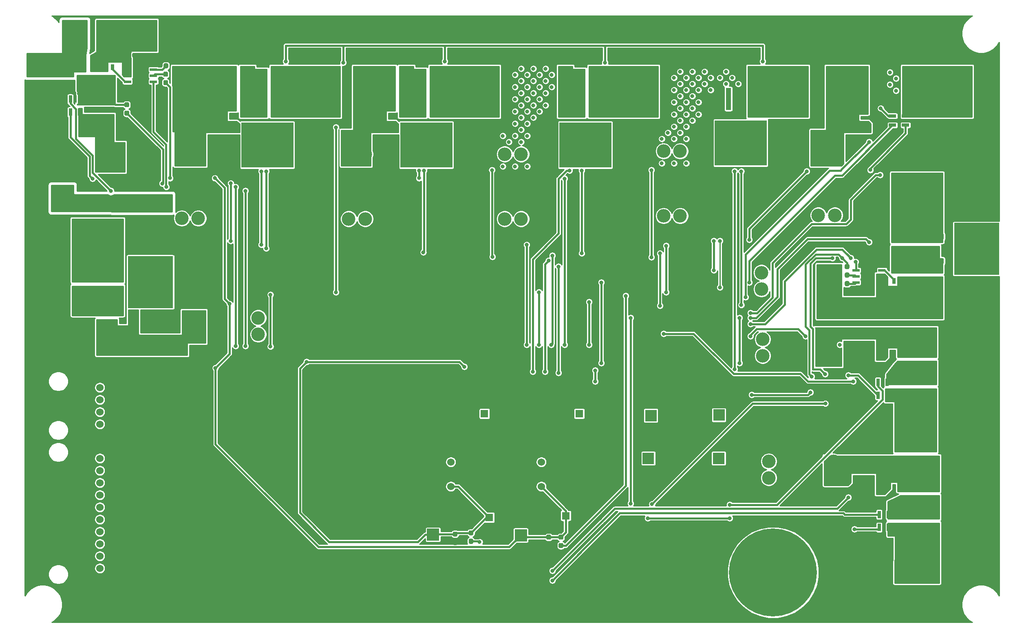
<source format=gbr>
%TF.GenerationSoftware,KiCad,Pcbnew,(5.1.8)-1*%
%TF.CreationDate,2020-11-29T21:51:29-06:00*%
%TF.ProjectId,PackVoltage_2021_Rev1,5061636b-566f-46c7-9461-67655f323032,rev?*%
%TF.SameCoordinates,Original*%
%TF.FileFunction,Copper,L2,Bot*%
%TF.FilePolarity,Positive*%
%FSLAX46Y46*%
G04 Gerber Fmt 4.6, Leading zero omitted, Abs format (unit mm)*
G04 Created by KiCad (PCBNEW (5.1.8)-1) date 2020-11-29 21:51:29*
%MOMM*%
%LPD*%
G01*
G04 APERTURE LIST*
%TA.AperFunction,ComponentPad*%
%ADD10C,2.819400*%
%TD*%
%TA.AperFunction,ComponentPad*%
%ADD11C,1.524000*%
%TD*%
%TA.AperFunction,ComponentPad*%
%ADD12C,1.600000*%
%TD*%
%TA.AperFunction,ComponentPad*%
%ADD13R,1.600000X1.600000*%
%TD*%
%TA.AperFunction,SMDPad,CuDef*%
%ADD14R,0.650000X1.560000*%
%TD*%
%TA.AperFunction,SMDPad,CuDef*%
%ADD15R,9.399999X10.800001*%
%TD*%
%TA.AperFunction,SMDPad,CuDef*%
%ADD16R,4.600000X1.100000*%
%TD*%
%TA.AperFunction,SMDPad,CuDef*%
%ADD17C,0.100000*%
%TD*%
%TA.AperFunction,SMDPad,CuDef*%
%ADD18R,0.700000X1.150000*%
%TD*%
%TA.AperFunction,SMDPad,CuDef*%
%ADD19R,10.800001X9.399999*%
%TD*%
%TA.AperFunction,SMDPad,CuDef*%
%ADD20R,1.100000X4.600000*%
%TD*%
%TA.AperFunction,ComponentPad*%
%ADD21C,2.400000*%
%TD*%
%TA.AperFunction,ComponentPad*%
%ADD22R,2.400000X2.400000*%
%TD*%
%TA.AperFunction,ComponentPad*%
%ADD23C,5.080000*%
%TD*%
%TA.AperFunction,ComponentPad*%
%ADD24C,18.288000*%
%TD*%
%TA.AperFunction,SMDPad,CuDef*%
%ADD25R,2.500000X2.500000*%
%TD*%
%TA.AperFunction,SMDPad,CuDef*%
%ADD26R,1.550000X0.600000*%
%TD*%
%TA.AperFunction,SMDPad,CuDef*%
%ADD27R,1.560000X0.650000*%
%TD*%
%TA.AperFunction,ViaPad*%
%ADD28C,0.800000*%
%TD*%
%TA.AperFunction,Conductor*%
%ADD29C,0.381000*%
%TD*%
%TA.AperFunction,Conductor*%
%ADD30C,0.250000*%
%TD*%
%TA.AperFunction,Conductor*%
%ADD31C,0.254000*%
%TD*%
%TA.AperFunction,Conductor*%
%ADD32C,0.100000*%
%TD*%
G04 APERTURE END LIST*
D10*
%TO.P,F10,2*%
%TO.N,Net-(C30-Pad1)*%
X205232000Y-97790000D03*
X205232000Y-94361000D03*
%TO.P,F10,1*%
%TO.N,/PV*%
X191770000Y-94361000D03*
X191770000Y-97790000D03*
%TD*%
D11*
%TO.P,U13,3*%
%TO.N,+5V*%
X145796000Y-124968000D03*
%TO.P,U13,2*%
%TO.N,GND*%
X145796000Y-122428000D03*
%TO.P,U13,1*%
%TO.N,/PV*%
X145796000Y-119888000D03*
%TD*%
%TO.P,U12,3*%
%TO.N,+3V3*%
X127000000Y-124968000D03*
%TO.P,U12,2*%
%TO.N,GND*%
X127000000Y-122428000D03*
%TO.P,U12,1*%
%TO.N,/PV*%
X127000000Y-119888000D03*
%TD*%
%TO.P,Conn6,4*%
%TO.N,/GimbalSense*%
X54102000Y-112014000D03*
%TO.P,Conn6,3*%
%TO.N,/LowCurrentSense*%
X54102000Y-109474000D03*
%TO.P,Conn6,2*%
%TO.N,/MultimediaSense*%
X54102000Y-106934000D03*
%TO.P,Conn6,1*%
%TO.N,/AuxMountSense*%
X54102000Y-104394000D03*
%TD*%
%TO.P,Conn5,10*%
%TO.N,/DriveCTL*%
X54102000Y-141986000D03*
%TO.P,Conn5,9*%
%TO.N,/ExtraCTL*%
X54102000Y-139446000D03*
%TO.P,Conn5,8*%
%TO.N,/CameraCTL*%
X54102000Y-136906000D03*
%TO.P,Conn5,7*%
%TO.N,/NavBoardCTL*%
X54102000Y-134366000D03*
%TO.P,Conn5,6*%
%TO.N,/GimbalActCTL*%
X54102000Y-131826000D03*
%TO.P,Conn5,5*%
%TO.N,/GimbalLogCTL*%
X54102000Y-129286000D03*
%TO.P,Conn5,4*%
%TO.N,/AuxActCTL*%
X54102000Y-126746000D03*
%TO.P,Conn5,3*%
%TO.N,/AuxLogCTL*%
X54102000Y-124206000D03*
%TO.P,Conn5,2*%
%TO.N,/MultimediaActCTL*%
X54102000Y-121666000D03*
%TO.P,Conn5,1*%
%TO.N,/MultimediaLogCTL*%
X54102000Y-119126000D03*
%TD*%
D12*
%TO.P,C32,2*%
%TO.N,GND*%
X153376000Y-131064000D03*
D13*
%TO.P,C32,1*%
%TO.N,+5V*%
X150876000Y-131064000D03*
%TD*%
D12*
%TO.P,C31,2*%
%TO.N,GND*%
X137501000Y-131445000D03*
D13*
%TO.P,C31,1*%
%TO.N,+3V3*%
X135001000Y-131445000D03*
%TD*%
%TO.P,C20,2*%
%TO.N,GND*%
%TA.AperFunction,SMDPad,CuDef*%
G36*
G01*
X147082500Y-136748000D02*
X147557500Y-136748000D01*
G75*
G02*
X147795000Y-136985500I0J-237500D01*
G01*
X147795000Y-137560500D01*
G75*
G02*
X147557500Y-137798000I-237500J0D01*
G01*
X147082500Y-137798000D01*
G75*
G02*
X146845000Y-137560500I0J237500D01*
G01*
X146845000Y-136985500D01*
G75*
G02*
X147082500Y-136748000I237500J0D01*
G01*
G37*
%TD.AperFunction*%
%TO.P,C20,1*%
%TO.N,+5V*%
%TA.AperFunction,SMDPad,CuDef*%
G36*
G01*
X147082500Y-134998000D02*
X147557500Y-134998000D01*
G75*
G02*
X147795000Y-135235500I0J-237500D01*
G01*
X147795000Y-135810500D01*
G75*
G02*
X147557500Y-136048000I-237500J0D01*
G01*
X147082500Y-136048000D01*
G75*
G02*
X146845000Y-135810500I0J237500D01*
G01*
X146845000Y-135235500D01*
G75*
G02*
X147082500Y-134998000I237500J0D01*
G01*
G37*
%TD.AperFunction*%
%TD*%
%TO.P,C19,2*%
%TO.N,GND*%
%TA.AperFunction,SMDPad,CuDef*%
G36*
G01*
X127651500Y-136113000D02*
X128126500Y-136113000D01*
G75*
G02*
X128364000Y-136350500I0J-237500D01*
G01*
X128364000Y-136925500D01*
G75*
G02*
X128126500Y-137163000I-237500J0D01*
G01*
X127651500Y-137163000D01*
G75*
G02*
X127414000Y-136925500I0J237500D01*
G01*
X127414000Y-136350500D01*
G75*
G02*
X127651500Y-136113000I237500J0D01*
G01*
G37*
%TD.AperFunction*%
%TO.P,C19,1*%
%TO.N,+3V3*%
%TA.AperFunction,SMDPad,CuDef*%
G36*
G01*
X127651500Y-134363000D02*
X128126500Y-134363000D01*
G75*
G02*
X128364000Y-134600500I0J-237500D01*
G01*
X128364000Y-135175500D01*
G75*
G02*
X128126500Y-135413000I-237500J0D01*
G01*
X127651500Y-135413000D01*
G75*
G02*
X127414000Y-135175500I0J237500D01*
G01*
X127414000Y-134600500D01*
G75*
G02*
X127651500Y-134363000I237500J0D01*
G01*
G37*
%TD.AperFunction*%
%TD*%
D12*
%TO.P,C17,2*%
%TO.N,GND*%
X153670000Y-107355000D03*
D13*
%TO.P,C17,1*%
%TO.N,/PV*%
X153670000Y-109855000D03*
%TD*%
D12*
%TO.P,C16,2*%
%TO.N,GND*%
X133985000Y-107355000D03*
D13*
%TO.P,C16,1*%
%TO.N,/PV*%
X133985000Y-109855000D03*
%TD*%
D14*
%TO.P,U23,1*%
%TO.N,/Current_Sensor_A1*%
X215712000Y-103298000D03*
%TO.P,U23,2*%
%TO.N,GND*%
X216662000Y-103298000D03*
%TO.P,U23,3*%
%TO.N,Net-(Q10-Pad3)*%
X217612000Y-103298000D03*
%TO.P,U23,4*%
%TO.N,/Anderson_A1*%
X217612000Y-105998000D03*
%TO.P,U23,5*%
%TO.N,+5V*%
X215712000Y-105998000D03*
%TD*%
%TO.P,U19,5*%
%TO.N,+5V*%
X47970400Y-47120800D03*
%TO.P,U19,4*%
%TO.N,/Anderson_R1*%
X49870400Y-47120800D03*
%TO.P,U19,3*%
%TO.N,Net-(Q8-Pad3)*%
X49870400Y-44420800D03*
%TO.P,U19,2*%
%TO.N,GND*%
X48920400Y-44420800D03*
%TO.P,U19,1*%
%TO.N,/Current_Sensor_R1*%
X47970400Y-44420800D03*
%TD*%
%TO.P,U18,1*%
%TO.N,/Current_Sensor_V1*%
X215966000Y-130810000D03*
%TO.P,U18,2*%
%TO.N,GND*%
X216916000Y-130810000D03*
%TO.P,U18,3*%
%TO.N,Net-(Q7-Pad3)*%
X217866000Y-130810000D03*
%TO.P,U18,4*%
%TO.N,/Anderson_V1*%
X217866000Y-133510000D03*
%TO.P,U18,5*%
%TO.N,+5V*%
X215966000Y-133510000D03*
%TD*%
D15*
%TO.P,R22,0*%
%TO.N,N/C*%
X64604200Y-82480200D03*
D16*
%TO.P,R22,2*%
%TO.N,/Anderson_T1*%
X55454200Y-79940200D03*
%TO.P,R22,1*%
%TO.N,Net-(Q6-Pad3)*%
X55454200Y-85020200D03*
%TD*%
%TA.AperFunction,SMDPad,CuDef*%
D17*
%TO.P,Q8,3*%
%TO.N,Net-(Q8-Pad3)*%
G36*
X52514000Y-44072200D02*
G01*
X52514000Y-42522200D01*
X52764000Y-42522200D01*
X52764000Y-39447200D01*
X56964000Y-39447200D01*
X56964000Y-42522200D01*
X57214000Y-42522200D01*
X57214000Y-44072200D01*
X52514000Y-44072200D01*
G37*
%TD.AperFunction*%
D18*
%TO.P,Q8,2*%
%TO.N,Net-(Q8-Pad2)*%
X56774000Y-37827200D03*
%TO.P,Q8,1*%
%TO.N,Net-(C26-Pad1)*%
X55504000Y-37827200D03*
X52954000Y-37827200D03*
X54224000Y-37827200D03*
%TD*%
D19*
%TO.P,R12,0*%
%TO.N,N/C*%
X187198000Y-53540000D03*
D20*
%TO.P,R12,2*%
%TO.N,/Anderson_M4*%
X189738000Y-44390000D03*
%TO.P,R12,1*%
%TO.N,Net-(Q4-Pad3)*%
X184658000Y-44390000D03*
%TD*%
D21*
%TO.P,C4,2*%
%TO.N,GND*%
X168554400Y-105236000D03*
D22*
%TO.P,C4,1*%
%TO.N,/PV*%
X168554400Y-110236000D03*
%TD*%
D21*
%TO.P,C3,2*%
%TO.N,GND*%
X168021000Y-124126000D03*
D22*
%TO.P,C3,1*%
%TO.N,/PV*%
X168021000Y-119126000D03*
%TD*%
D21*
%TO.P,C2,2*%
%TO.N,GND*%
X182626000Y-124126000D03*
D22*
%TO.P,C2,1*%
%TO.N,/PV*%
X182626000Y-119126000D03*
%TD*%
D21*
%TO.P,C1,2*%
%TO.N,GND*%
X182676800Y-105134400D03*
D22*
%TO.P,C1,1*%
%TO.N,/PV*%
X182676800Y-110134400D03*
%TD*%
D23*
%TO.P,Conn12,1*%
%TO.N,GND*%
X229108000Y-52197000D03*
%TO.P,Conn12,4*%
%TO.N,/Anderson_S1*%
X229108000Y-44323000D03*
%TD*%
%TO.P,Conn11,4*%
%TO.N,/Anderson_A1*%
X222631000Y-113919000D03*
%TO.P,Conn11,1*%
%TO.N,GND*%
X214757000Y-113919000D03*
%TD*%
%TO.P,Conn8,4*%
%TO.N,/Anderson_V1*%
X223266000Y-141351000D03*
%TO.P,Conn8,1*%
%TO.N,GND*%
X215392000Y-141351000D03*
%TD*%
%TO.P,Conn4,1*%
%TO.N,GND*%
X63627000Y-73025000D03*
%TO.P,Conn4,4*%
%TO.N,/Anderson_T1*%
X55753000Y-73025000D03*
%TD*%
%TO.P,Conn3,1*%
%TO.N,GND*%
X131445000Y-52324000D03*
%TO.P,Conn3,4*%
%TO.N,/Anderson_M2*%
X131445000Y-44450000D03*
%TD*%
%TO.P,Conn2,1*%
%TO.N,GND*%
X64262000Y-56515000D03*
%TO.P,Conn2,4*%
%TO.N,/Anderson_R1*%
X56388000Y-56515000D03*
%TD*%
%TO.P,C23,2*%
%TO.N,GND*%
%TA.AperFunction,SMDPad,CuDef*%
G36*
G01*
X68055500Y-36276800D02*
X67580500Y-36276800D01*
G75*
G02*
X67343000Y-36039300I0J237500D01*
G01*
X67343000Y-35464300D01*
G75*
G02*
X67580500Y-35226800I237500J0D01*
G01*
X68055500Y-35226800D01*
G75*
G02*
X68293000Y-35464300I0J-237500D01*
G01*
X68293000Y-36039300D01*
G75*
G02*
X68055500Y-36276800I-237500J0D01*
G01*
G37*
%TD.AperFunction*%
%TO.P,C23,1*%
%TO.N,Net-(C23-Pad1)*%
%TA.AperFunction,SMDPad,CuDef*%
G36*
G01*
X68055500Y-38026800D02*
X67580500Y-38026800D01*
G75*
G02*
X67343000Y-37789300I0J237500D01*
G01*
X67343000Y-37214300D01*
G75*
G02*
X67580500Y-36976800I237500J0D01*
G01*
X68055500Y-36976800D01*
G75*
G02*
X68293000Y-37214300I0J-237500D01*
G01*
X68293000Y-37789300D01*
G75*
G02*
X68055500Y-38026800I-237500J0D01*
G01*
G37*
%TD.AperFunction*%
%TD*%
%TO.P,C26,2*%
%TO.N,GND*%
%TA.AperFunction,SMDPad,CuDef*%
G36*
G01*
X60802000Y-35543500D02*
X60802000Y-35068500D01*
G75*
G02*
X61039500Y-34831000I237500J0D01*
G01*
X61614500Y-34831000D01*
G75*
G02*
X61852000Y-35068500I0J-237500D01*
G01*
X61852000Y-35543500D01*
G75*
G02*
X61614500Y-35781000I-237500J0D01*
G01*
X61039500Y-35781000D01*
G75*
G02*
X60802000Y-35543500I0J237500D01*
G01*
G37*
%TD.AperFunction*%
%TO.P,C26,1*%
%TO.N,Net-(C26-Pad1)*%
%TA.AperFunction,SMDPad,CuDef*%
G36*
G01*
X59052000Y-35543500D02*
X59052000Y-35068500D01*
G75*
G02*
X59289500Y-34831000I237500J0D01*
G01*
X59864500Y-34831000D01*
G75*
G02*
X60102000Y-35068500I0J-237500D01*
G01*
X60102000Y-35543500D01*
G75*
G02*
X59864500Y-35781000I-237500J0D01*
G01*
X59289500Y-35781000D01*
G75*
G02*
X59052000Y-35543500I0J237500D01*
G01*
G37*
%TD.AperFunction*%
%TD*%
D10*
%TO.P,F6,1*%
%TO.N,/PV*%
X86995000Y-89916000D03*
X86995000Y-93345000D03*
%TO.P,F6,2*%
%TO.N,Net-(C24-Pad1)*%
X73533000Y-93345000D03*
X73533000Y-89916000D03*
%TD*%
%TO.P,F7,2*%
%TO.N,Net-(C25-Pad1)*%
X206502000Y-123190000D03*
X206502000Y-119761000D03*
%TO.P,F7,1*%
%TO.N,/PV*%
X193040000Y-119761000D03*
X193040000Y-123190000D03*
%TD*%
%TO.P,F8,1*%
%TO.N,/PV*%
X50038000Y-33020000D03*
X50038000Y-29591000D03*
%TO.P,F8,2*%
%TO.N,Net-(C26-Pad1)*%
X63500000Y-29591000D03*
X63500000Y-33020000D03*
%TD*%
D24*
%TO.P,GND1,1*%
%TO.N,GND*%
X173609000Y-142875000D03*
%TD*%
D25*
%TO.P,J3V1,1*%
%TO.N,+3V3*%
X123317000Y-135001000D03*
%TD*%
%TO.P,J5V1,1*%
%TO.N,+5V*%
X141541500Y-135128000D03*
%TD*%
%TO.P,R17,2*%
%TO.N,+5V*%
%TA.AperFunction,SMDPad,CuDef*%
G36*
G01*
X150097500Y-136048000D02*
X149622500Y-136048000D01*
G75*
G02*
X149385000Y-135810500I0J237500D01*
G01*
X149385000Y-135235500D01*
G75*
G02*
X149622500Y-134998000I237500J0D01*
G01*
X150097500Y-134998000D01*
G75*
G02*
X150335000Y-135235500I0J-237500D01*
G01*
X150335000Y-135810500D01*
G75*
G02*
X150097500Y-136048000I-237500J0D01*
G01*
G37*
%TD.AperFunction*%
%TO.P,R17,1*%
%TO.N,Net-(D12-Pad2)*%
%TA.AperFunction,SMDPad,CuDef*%
G36*
G01*
X150097500Y-137798000D02*
X149622500Y-137798000D01*
G75*
G02*
X149385000Y-137560500I0J237500D01*
G01*
X149385000Y-136985500D01*
G75*
G02*
X149622500Y-136748000I237500J0D01*
G01*
X150097500Y-136748000D01*
G75*
G02*
X150335000Y-136985500I0J-237500D01*
G01*
X150335000Y-137560500D01*
G75*
G02*
X150097500Y-137798000I-237500J0D01*
G01*
G37*
%TD.AperFunction*%
%TD*%
%TO.P,R18,2*%
%TO.N,+3V3*%
%TA.AperFunction,SMDPad,CuDef*%
G36*
G01*
X131428500Y-135159000D02*
X130953500Y-135159000D01*
G75*
G02*
X130716000Y-134921500I0J237500D01*
G01*
X130716000Y-134346500D01*
G75*
G02*
X130953500Y-134109000I237500J0D01*
G01*
X131428500Y-134109000D01*
G75*
G02*
X131666000Y-134346500I0J-237500D01*
G01*
X131666000Y-134921500D01*
G75*
G02*
X131428500Y-135159000I-237500J0D01*
G01*
G37*
%TD.AperFunction*%
%TO.P,R18,1*%
%TO.N,Net-(D13-Pad2)*%
%TA.AperFunction,SMDPad,CuDef*%
G36*
G01*
X131428500Y-136909000D02*
X130953500Y-136909000D01*
G75*
G02*
X130716000Y-136671500I0J237500D01*
G01*
X130716000Y-136096500D01*
G75*
G02*
X130953500Y-135859000I237500J0D01*
G01*
X131428500Y-135859000D01*
G75*
G02*
X131666000Y-136096500I0J-237500D01*
G01*
X131666000Y-136671500D01*
G75*
G02*
X131428500Y-136909000I-237500J0D01*
G01*
G37*
%TD.AperFunction*%
%TD*%
%TO.P,R21,2*%
%TO.N,+5V*%
%TA.AperFunction,SMDPad,CuDef*%
G36*
G01*
X67529700Y-40482000D02*
X68004700Y-40482000D01*
G75*
G02*
X68242200Y-40719500I0J-237500D01*
G01*
X68242200Y-41294500D01*
G75*
G02*
X68004700Y-41532000I-237500J0D01*
G01*
X67529700Y-41532000D01*
G75*
G02*
X67292200Y-41294500I0J237500D01*
G01*
X67292200Y-40719500D01*
G75*
G02*
X67529700Y-40482000I237500J0D01*
G01*
G37*
%TD.AperFunction*%
%TO.P,R21,1*%
%TO.N,Net-(R21-Pad1)*%
%TA.AperFunction,SMDPad,CuDef*%
G36*
G01*
X67529700Y-38732000D02*
X68004700Y-38732000D01*
G75*
G02*
X68242200Y-38969500I0J-237500D01*
G01*
X68242200Y-39544500D01*
G75*
G02*
X68004700Y-39782000I-237500J0D01*
G01*
X67529700Y-39782000D01*
G75*
G02*
X67292200Y-39544500I0J237500D01*
G01*
X67292200Y-38969500D01*
G75*
G02*
X67529700Y-38732000I237500J0D01*
G01*
G37*
%TD.AperFunction*%
%TD*%
%TO.P,R27,2*%
%TO.N,Net-(D16-Pad2)*%
%TA.AperFunction,SMDPad,CuDef*%
G36*
G01*
X59452500Y-46832000D02*
X59927500Y-46832000D01*
G75*
G02*
X60165000Y-47069500I0J-237500D01*
G01*
X60165000Y-47644500D01*
G75*
G02*
X59927500Y-47882000I-237500J0D01*
G01*
X59452500Y-47882000D01*
G75*
G02*
X59215000Y-47644500I0J237500D01*
G01*
X59215000Y-47069500D01*
G75*
G02*
X59452500Y-46832000I237500J0D01*
G01*
G37*
%TD.AperFunction*%
%TO.P,R27,1*%
%TO.N,Net-(Q8-Pad3)*%
%TA.AperFunction,SMDPad,CuDef*%
G36*
G01*
X59452500Y-45082000D02*
X59927500Y-45082000D01*
G75*
G02*
X60165000Y-45319500I0J-237500D01*
G01*
X60165000Y-45894500D01*
G75*
G02*
X59927500Y-46132000I-237500J0D01*
G01*
X59452500Y-46132000D01*
G75*
G02*
X59215000Y-45894500I0J237500D01*
G01*
X59215000Y-45319500D01*
G75*
G02*
X59452500Y-45082000I237500J0D01*
G01*
G37*
%TD.AperFunction*%
%TD*%
D26*
%TO.P,U16,8*%
%TO.N,Net-(C26-Pad1)*%
X59834800Y-37007800D03*
%TO.P,U16,6*%
X59834800Y-39547800D03*
%TO.P,U16,5*%
%TO.N,Net-(Q8-Pad2)*%
X59834800Y-40817800D03*
%TO.P,U16,4*%
%TO.N,/Driver_R1*%
X65234800Y-40817800D03*
%TO.P,U16,3*%
%TO.N,Net-(R21-Pad1)*%
X65234800Y-39547800D03*
%TO.P,U16,2*%
%TO.N,Net-(C23-Pad1)*%
X65234800Y-38277800D03*
%TO.P,U16,1*%
%TO.N,GND*%
X65234800Y-37007800D03*
%TD*%
D24*
%TO.P,V1,1*%
%TO.N,/PV*%
X193929000Y-142875000D03*
%TD*%
D10*
%TO.P,F4,1*%
%TO.N,/PV*%
X174625000Y-68707000D03*
X171196000Y-68707000D03*
%TO.P,F4,2*%
%TO.N,Net-(C13-Pad1)*%
X171196000Y-55245000D03*
X174625000Y-55245000D03*
%TD*%
D23*
%TO.P,Conn7,1*%
%TO.N,GND*%
X164465000Y-52324000D03*
%TO.P,Conn7,4*%
%TO.N,/Anderson_M3*%
X164465000Y-44450000D03*
%TD*%
D10*
%TO.P,F2,1*%
%TO.N,/PV*%
X141605000Y-69342000D03*
X138176000Y-69342000D03*
%TO.P,F2,2*%
%TO.N,Net-(C9-Pad1)*%
X138176000Y-55880000D03*
X141605000Y-55880000D03*
%TD*%
D19*
%TO.P,R5,0*%
%TO.N,N/C*%
X154940000Y-53975000D03*
D20*
%TO.P,R5,2*%
%TO.N,/Anderson_M3*%
X157480000Y-44825000D03*
%TO.P,R5,1*%
%TO.N,Net-(Q2-Pad3)*%
X152400000Y-44825000D03*
%TD*%
D10*
%TO.P,F1,1*%
%TO.N,/PV*%
X109220000Y-69342000D03*
X105791000Y-69342000D03*
%TO.P,F1,2*%
%TO.N,Net-(C8-Pad1)*%
X105791000Y-55880000D03*
X109220000Y-55880000D03*
%TD*%
D19*
%TO.P,R4,0*%
%TO.N,N/C*%
X121920000Y-53975000D03*
D20*
%TO.P,R4,2*%
%TO.N,/Anderson_M2*%
X124460000Y-44825000D03*
%TO.P,R4,1*%
%TO.N,Net-(Q1-Pad3)*%
X119380000Y-44825000D03*
%TD*%
D23*
%TO.P,Conn1,1*%
%TO.N,GND*%
X98425000Y-52324000D03*
%TO.P,Conn1,4*%
%TO.N,/Anderson_M1*%
X98425000Y-44450000D03*
%TD*%
D10*
%TO.P,F3,1*%
%TO.N,/PV*%
X74549000Y-69215000D03*
X71120000Y-69215000D03*
%TO.P,F3,2*%
%TO.N,Net-(C10-Pad1)*%
X71120000Y-55753000D03*
X74549000Y-55753000D03*
%TD*%
D19*
%TO.P,R6,0*%
%TO.N,N/C*%
X88900000Y-53975000D03*
D20*
%TO.P,R6,2*%
%TO.N,/Anderson_M1*%
X91440000Y-44825000D03*
%TO.P,R6,1*%
%TO.N,Net-(Q3-Pad3)*%
X86360000Y-44825000D03*
%TD*%
D23*
%TO.P,Conn9,1*%
%TO.N,GND*%
X196850000Y-52324000D03*
%TO.P,Conn9,4*%
%TO.N,/Anderson_M4*%
X196850000Y-44450000D03*
%TD*%
D10*
%TO.P,F5,1*%
%TO.N,/PV*%
X206756000Y-68580000D03*
X203327000Y-68580000D03*
%TO.P,F5,2*%
%TO.N,Net-(C14-Pad1)*%
X203327000Y-55118000D03*
X206756000Y-55118000D03*
%TD*%
D27*
%TO.P,U10,5*%
%TO.N,+5V*%
X221441000Y-49845000D03*
%TO.P,U10,4*%
%TO.N,/Anderson_S1*%
X221441000Y-47945000D03*
%TO.P,U10,3*%
%TO.N,Net-(Q5-Pad3)*%
X218741000Y-47945000D03*
%TO.P,U10,2*%
%TO.N,GND*%
X218741000Y-48895000D03*
%TO.P,U10,1*%
%TO.N,/Current_Sensor_S1*%
X218741000Y-49845000D03*
%TD*%
D23*
%TO.P,Conn10,1*%
%TO.N,GND*%
X214503000Y-65278000D03*
%TO.P,Conn10,4*%
%TO.N,/Anderson_D1*%
X222377000Y-65278000D03*
%TD*%
%TO.P,C27,2*%
%TO.N,GND*%
%TA.AperFunction,SMDPad,CuDef*%
G36*
G01*
X209058500Y-84029000D02*
X209533500Y-84029000D01*
G75*
G02*
X209771000Y-84266500I0J-237500D01*
G01*
X209771000Y-84841500D01*
G75*
G02*
X209533500Y-85079000I-237500J0D01*
G01*
X209058500Y-85079000D01*
G75*
G02*
X208821000Y-84841500I0J237500D01*
G01*
X208821000Y-84266500D01*
G75*
G02*
X209058500Y-84029000I237500J0D01*
G01*
G37*
%TD.AperFunction*%
%TO.P,C27,1*%
%TO.N,Net-(C27-Pad1)*%
%TA.AperFunction,SMDPad,CuDef*%
G36*
G01*
X209058500Y-82279000D02*
X209533500Y-82279000D01*
G75*
G02*
X209771000Y-82516500I0J-237500D01*
G01*
X209771000Y-83091500D01*
G75*
G02*
X209533500Y-83329000I-237500J0D01*
G01*
X209058500Y-83329000D01*
G75*
G02*
X208821000Y-83091500I0J237500D01*
G01*
X208821000Y-82516500D01*
G75*
G02*
X209058500Y-82279000I237500J0D01*
G01*
G37*
%TD.AperFunction*%
%TD*%
%TA.AperFunction,SMDPad,CuDef*%
D17*
%TO.P,Q9,3*%
%TO.N,Net-(Q9-Pad3)*%
G36*
X223335000Y-75965000D02*
G01*
X223335000Y-77515000D01*
X223085000Y-77515000D01*
X223085000Y-80590000D01*
X218885000Y-80590000D01*
X218885000Y-77515000D01*
X218635000Y-77515000D01*
X218635000Y-75965000D01*
X223335000Y-75965000D01*
G37*
%TD.AperFunction*%
D18*
%TO.P,Q9,2*%
%TO.N,Net-(Q9-Pad2)*%
X219075000Y-82210000D03*
%TO.P,Q9,1*%
%TO.N,Net-(C29-Pad1)*%
X220345000Y-82210000D03*
X222895000Y-82210000D03*
X221625000Y-82210000D03*
%TD*%
%TO.P,R28,2*%
%TO.N,+5V*%
%TA.AperFunction,SMDPad,CuDef*%
G36*
G01*
X209533500Y-79801000D02*
X209058500Y-79801000D01*
G75*
G02*
X208821000Y-79563500I0J237500D01*
G01*
X208821000Y-78988500D01*
G75*
G02*
X209058500Y-78751000I237500J0D01*
G01*
X209533500Y-78751000D01*
G75*
G02*
X209771000Y-78988500I0J-237500D01*
G01*
X209771000Y-79563500D01*
G75*
G02*
X209533500Y-79801000I-237500J0D01*
G01*
G37*
%TD.AperFunction*%
%TO.P,R28,1*%
%TO.N,Net-(R28-Pad1)*%
%TA.AperFunction,SMDPad,CuDef*%
G36*
G01*
X209533500Y-81551000D02*
X209058500Y-81551000D01*
G75*
G02*
X208821000Y-81313500I0J237500D01*
G01*
X208821000Y-80738500D01*
G75*
G02*
X209058500Y-80501000I237500J0D01*
G01*
X209533500Y-80501000D01*
G75*
G02*
X209771000Y-80738500I0J-237500D01*
G01*
X209771000Y-81313500D01*
G75*
G02*
X209533500Y-81551000I-237500J0D01*
G01*
G37*
%TD.AperFunction*%
%TD*%
D15*
%TO.P,R30,0*%
%TO.N,N/C*%
X236220000Y-75565000D03*
D16*
%TO.P,R30,2*%
%TO.N,/Anderson_D1*%
X227070000Y-73025000D03*
%TO.P,R30,1*%
%TO.N,Net-(Q9-Pad3)*%
X227070000Y-78105000D03*
%TD*%
%TO.P,C29,2*%
%TO.N,GND*%
%TA.AperFunction,SMDPad,CuDef*%
G36*
G01*
X229712000Y-85835500D02*
X229712000Y-85360500D01*
G75*
G02*
X229949500Y-85123000I237500J0D01*
G01*
X230524500Y-85123000D01*
G75*
G02*
X230762000Y-85360500I0J-237500D01*
G01*
X230762000Y-85835500D01*
G75*
G02*
X230524500Y-86073000I-237500J0D01*
G01*
X229949500Y-86073000D01*
G75*
G02*
X229712000Y-85835500I0J237500D01*
G01*
G37*
%TD.AperFunction*%
%TO.P,C29,1*%
%TO.N,Net-(C29-Pad1)*%
%TA.AperFunction,SMDPad,CuDef*%
G36*
G01*
X227962000Y-85835500D02*
X227962000Y-85360500D01*
G75*
G02*
X228199500Y-85123000I237500J0D01*
G01*
X228774500Y-85123000D01*
G75*
G02*
X229012000Y-85360500I0J-237500D01*
G01*
X229012000Y-85835500D01*
G75*
G02*
X228774500Y-86073000I-237500J0D01*
G01*
X228199500Y-86073000D01*
G75*
G02*
X227962000Y-85835500I0J237500D01*
G01*
G37*
%TD.AperFunction*%
%TD*%
D26*
%TO.P,U20,8*%
%TO.N,Net-(C29-Pad1)*%
X216535000Y-83820000D03*
%TO.P,U20,6*%
X216535000Y-81280000D03*
%TO.P,U20,5*%
%TO.N,Net-(Q9-Pad2)*%
X216535000Y-80010000D03*
%TO.P,U20,4*%
%TO.N,/Driver_D1*%
X211135000Y-80010000D03*
%TO.P,U20,3*%
%TO.N,Net-(R28-Pad1)*%
X211135000Y-81280000D03*
%TO.P,U20,2*%
%TO.N,Net-(C27-Pad1)*%
X211135000Y-82550000D03*
%TO.P,U20,1*%
%TO.N,GND*%
X211135000Y-83820000D03*
%TD*%
D10*
%TO.P,F9,1*%
%TO.N,/PV*%
X191516000Y-83947000D03*
X191516000Y-80518000D03*
%TO.P,F9,2*%
%TO.N,Net-(C29-Pad1)*%
X204978000Y-80518000D03*
X204978000Y-83947000D03*
%TD*%
D28*
%TO.N,*%
X207772000Y-95504000D03*
%TO.N,Net-(Q4-Pad3)*%
X184658000Y-42672000D03*
X184658000Y-44577000D03*
%TO.N,GND*%
X205994000Y-74676000D03*
X200660000Y-75438000D03*
X127000000Y-36830000D03*
X129540000Y-36830000D03*
X132080000Y-36830000D03*
X134620000Y-36830000D03*
X142240000Y-36322000D03*
X144780000Y-36322000D03*
X147320000Y-36322000D03*
X149860000Y-36322000D03*
X48260000Y-42418000D03*
X61722000Y-62230000D03*
X45974000Y-89408000D03*
X51054000Y-91186000D03*
X208534000Y-126746000D03*
X213614000Y-123698000D03*
X201295000Y-128270000D03*
X205105000Y-112776000D03*
X201295000Y-118110000D03*
X211074000Y-84582000D03*
X214122000Y-82042000D03*
X215900000Y-76962000D03*
X216154000Y-55626000D03*
X211328000Y-53340000D03*
X218948000Y-51816000D03*
X159258000Y-103378000D03*
X160528000Y-143764000D03*
X178054000Y-55118000D03*
X112268000Y-55372000D03*
X213868000Y-99060000D03*
X214376000Y-102870000D03*
X145288000Y-55880000D03*
X190500000Y-34290000D03*
X187960000Y-34290000D03*
X185420000Y-34290000D03*
X182880000Y-34290000D03*
X185674000Y-36830000D03*
X180340000Y-34290000D03*
X177800000Y-34290000D03*
X175260000Y-34290000D03*
X167640000Y-34290000D03*
X165100000Y-34290000D03*
X162560000Y-34290000D03*
X160020000Y-34290000D03*
X157480000Y-34290000D03*
X154940000Y-34290000D03*
X152400000Y-34290000D03*
X149860000Y-34290000D03*
X147320000Y-34290000D03*
X144780000Y-34290000D03*
X142240000Y-34290000D03*
X134620000Y-34290000D03*
X132080000Y-34290000D03*
X129540000Y-34290000D03*
X127000000Y-34290000D03*
X152908000Y-36830000D03*
X124460000Y-34290000D03*
X121920000Y-34290000D03*
X119380000Y-34290000D03*
X116840000Y-34290000D03*
X114300000Y-34290000D03*
X111760000Y-34290000D03*
X109220000Y-34290000D03*
X106680000Y-34290000D03*
X70104000Y-89916000D03*
X70104000Y-88138000D03*
X67056000Y-92202000D03*
X63754000Y-89154000D03*
X73406000Y-83312000D03*
X75946000Y-83312000D03*
X71120000Y-83312000D03*
X178308000Y-80518000D03*
X178308000Y-83820000D03*
X178308000Y-86868000D03*
X178308000Y-90170000D03*
X178308000Y-92964000D03*
X178308000Y-76962000D03*
X184404000Y-74168000D03*
X188595000Y-75184000D03*
X184404000Y-80518000D03*
X184404000Y-83566000D03*
X187960000Y-105410000D03*
X186436000Y-107442000D03*
X184912000Y-105410000D03*
X183896000Y-107442000D03*
X180848000Y-107442000D03*
X179070000Y-105156000D03*
X177546000Y-107442000D03*
X175514000Y-105156000D03*
X173990000Y-107696000D03*
X171958000Y-105156000D03*
X170434000Y-107442000D03*
X166370000Y-107442000D03*
X165608000Y-105156000D03*
X60960000Y-59690000D03*
X60960000Y-53086000D03*
X60960000Y-55372000D03*
X60960000Y-57658000D03*
X62992000Y-59690000D03*
X62992000Y-53086000D03*
X65532000Y-59690000D03*
X100838000Y-49784000D03*
X100838000Y-54864000D03*
X100838000Y-56642000D03*
X100838000Y-58420000D03*
X99060000Y-58420000D03*
X99060000Y-56642000D03*
X97282000Y-56642000D03*
X97282000Y-58420000D03*
X95504000Y-58420000D03*
X95504000Y-56642000D03*
X95504000Y-54610000D03*
X95504000Y-49784000D03*
X133985000Y-55245000D03*
X133985000Y-57785000D03*
X132715000Y-56515000D03*
X132715000Y-59055000D03*
X131445000Y-57785000D03*
X130175000Y-56515000D03*
X130175000Y-59055000D03*
X128905000Y-57785000D03*
X128905000Y-55245000D03*
X128905000Y-50165000D03*
X133985000Y-50165000D03*
X135255000Y-49530000D03*
X161925000Y-49530000D03*
X167005000Y-49530000D03*
X168910000Y-49530000D03*
X167259000Y-55245000D03*
X167259000Y-57785000D03*
X165989000Y-56515000D03*
X165989000Y-59055000D03*
X164719000Y-57785000D03*
X163449000Y-56515000D03*
X163449000Y-59055000D03*
X161290000Y-59055000D03*
X161290000Y-56515000D03*
X161290000Y-53975000D03*
X162560000Y-57658000D03*
X232791000Y-49530000D03*
X235331000Y-49530000D03*
X234061000Y-50800000D03*
X235331000Y-52070000D03*
X234061000Y-53340000D03*
X235331000Y-54610000D03*
X234061000Y-55880000D03*
X235331000Y-57150000D03*
X232791000Y-54610000D03*
X232791000Y-57150000D03*
X231521000Y-55880000D03*
X230251000Y-57150000D03*
X228981000Y-55880000D03*
X227711000Y-57150000D03*
X226441000Y-55880000D03*
X225171000Y-57150000D03*
X225171000Y-54610000D03*
X225171000Y-52070000D03*
X225171000Y-49530000D03*
X226441000Y-50800000D03*
X226441000Y-53340000D03*
X223901000Y-55880000D03*
X223901000Y-53340000D03*
X223901000Y-50800000D03*
X222631000Y-54610000D03*
X222631000Y-57150000D03*
X221361000Y-55880000D03*
X220091000Y-57150000D03*
X220091000Y-54610000D03*
X221361000Y-53340000D03*
X215265000Y-68580000D03*
X215265000Y-71120000D03*
X213995000Y-69850000D03*
X212725000Y-71120000D03*
X212725000Y-68580000D03*
X211455000Y-61595000D03*
X210185000Y-62865000D03*
X215900000Y-110871000D03*
X217805000Y-110871000D03*
X217805000Y-108966000D03*
X217170000Y-117221000D03*
X214630000Y-117221000D03*
X212090000Y-117221000D03*
X209550000Y-117221000D03*
X210820000Y-115316000D03*
X217805000Y-144526000D03*
X212725000Y-144526000D03*
X215265000Y-144526000D03*
X216535000Y-145796000D03*
X213995000Y-145796000D03*
X217805000Y-147066000D03*
X215265000Y-147066000D03*
X212725000Y-147066000D03*
X211455000Y-145796000D03*
X210185000Y-144526000D03*
X210185000Y-147066000D03*
X211455000Y-143256000D03*
X210185000Y-141986000D03*
X211455000Y-140716000D03*
X210185000Y-139446000D03*
X211455000Y-138176000D03*
X210185000Y-136906000D03*
X212725000Y-136906000D03*
X213995000Y-138176000D03*
X215265000Y-136906000D03*
X216535000Y-138176000D03*
X217805000Y-136906000D03*
X216535000Y-135636000D03*
X213995000Y-135636000D03*
X60325000Y-69215000D03*
X62865000Y-69215000D03*
X65405000Y-69215000D03*
X61595000Y-70485000D03*
X60325000Y-71755000D03*
X60325000Y-74295000D03*
X61595000Y-76200000D03*
X65405000Y-76200000D03*
X67945000Y-76200000D03*
X66675000Y-74295000D03*
X69215000Y-74295000D03*
X70485000Y-76200000D03*
X125095000Y-121920000D03*
X125095000Y-123190000D03*
X129540000Y-123190000D03*
X129540000Y-121920000D03*
X132461000Y-106680000D03*
X132461000Y-107950000D03*
X135636000Y-107950000D03*
X135636000Y-106680000D03*
X144145000Y-121920000D03*
X144145000Y-123190000D03*
X147320000Y-123190000D03*
X147320000Y-121920000D03*
X152019000Y-106680000D03*
X152019000Y-107950000D03*
X155194000Y-107950000D03*
X155194000Y-106680000D03*
X152654000Y-132588000D03*
X154178000Y-132588000D03*
X155194000Y-131572000D03*
X155194000Y-130048000D03*
X154178000Y-129286000D03*
X152654000Y-129286000D03*
X166370000Y-128524000D03*
X166370000Y-126365000D03*
X168275000Y-126365000D03*
X166370000Y-122555000D03*
X170180000Y-124460000D03*
X170180000Y-122555000D03*
X172085000Y-122555000D03*
X182626000Y-126619000D03*
X185166000Y-124079000D03*
X136144000Y-132969000D03*
X138684000Y-132969000D03*
X138684000Y-130429000D03*
X139954000Y-131699000D03*
X141224000Y-132969000D03*
X141224000Y-130429000D03*
X139954000Y-129159000D03*
X141224000Y-127889000D03*
X138684000Y-127889000D03*
X137414000Y-129159000D03*
X136144000Y-127889000D03*
X214630000Y-129286000D03*
X213995000Y-126111000D03*
X52070000Y-95250000D03*
X52070000Y-92710000D03*
X129540000Y-136144000D03*
X125984000Y-136144000D03*
X187960000Y-92456000D03*
X187960000Y-96520000D03*
X180086000Y-124079000D03*
X185166000Y-126619000D03*
X180086000Y-126619000D03*
X180086000Y-121539000D03*
X185166000Y-121539000D03*
X182626000Y-121412000D03*
X203454000Y-105410000D03*
X206756000Y-101854000D03*
X70866000Y-59436000D03*
X72898000Y-59436000D03*
X75184000Y-59436000D03*
X59436000Y-62230000D03*
X50038000Y-61468000D03*
X52070000Y-62992000D03*
X50038000Y-62992000D03*
X63500000Y-62230000D03*
X65024000Y-62230000D03*
X57658000Y-62230000D03*
X50038000Y-59436000D03*
X50038000Y-57658000D03*
X193421000Y-49530000D03*
X193421000Y-52070000D03*
X193421000Y-54610000D03*
X193421000Y-57150000D03*
X195961000Y-57150000D03*
X194691000Y-58420000D03*
X194691000Y-55880000D03*
X197231000Y-55880000D03*
X198501000Y-57150000D03*
X197231000Y-58420000D03*
X199771000Y-55880000D03*
X199771000Y-58420000D03*
X199771000Y-53340000D03*
X199771000Y-50800000D03*
X208915000Y-61595000D03*
X86106000Y-79756000D03*
X86106000Y-76962000D03*
X195580000Y-61595000D03*
X194310000Y-62865000D03*
X193040000Y-61595000D03*
X191770000Y-62865000D03*
X190500000Y-61595000D03*
X189230000Y-62865000D03*
X207645000Y-62865000D03*
X165100000Y-62230000D03*
X161925000Y-62230000D03*
X158750000Y-62230000D03*
X132080000Y-62230000D03*
X128270000Y-62230000D03*
X124460000Y-62230000D03*
X99695000Y-61595000D03*
X95885000Y-61595000D03*
X92075000Y-61595000D03*
X83185000Y-116205000D03*
X85725000Y-118745000D03*
X88265000Y-116205000D03*
X90805000Y-118745000D03*
X93345000Y-116205000D03*
X93345000Y-121285000D03*
X88265000Y-121285000D03*
X90805000Y-123825000D03*
X93345000Y-126365000D03*
X101600000Y-133350000D03*
X106680000Y-133350000D03*
X104140000Y-130810000D03*
X101600000Y-128270000D03*
X106680000Y-128270000D03*
X104140000Y-125730000D03*
X101600000Y-123190000D03*
X106680000Y-123190000D03*
X109220000Y-125730000D03*
X109220000Y-131445000D03*
X111760000Y-128270000D03*
X111760000Y-133350000D03*
X114300000Y-130810000D03*
X116840000Y-133350000D03*
X96520000Y-34163000D03*
X99568000Y-34163000D03*
X152527000Y-76835000D03*
X149606000Y-76835000D03*
X145415000Y-82931000D03*
X145415000Y-79756000D03*
X145415000Y-78486000D03*
X81280000Y-76200000D03*
X81280000Y-78994000D03*
X81153000Y-83312000D03*
X67818000Y-52324000D03*
%TO.N,/PV*%
X46990000Y-36830000D03*
X46990000Y-29210000D03*
X48006000Y-30480000D03*
X48006000Y-33020000D03*
X45720000Y-35560000D03*
X43180000Y-35560000D03*
X40640000Y-35560000D03*
X41910000Y-36830000D03*
X44450000Y-36830000D03*
X45720000Y-38100000D03*
X43180000Y-38100000D03*
X40640000Y-38100000D03*
X41910000Y-39370000D03*
X44450000Y-39370000D03*
X44450000Y-64770000D03*
X44450000Y-67310000D03*
X45720000Y-66040000D03*
X46990000Y-64770000D03*
X46990000Y-67310000D03*
X49530000Y-64770000D03*
X49530000Y-67310000D03*
X52070000Y-64770000D03*
X54610000Y-64770000D03*
X57150000Y-64770000D03*
X59690000Y-64770000D03*
X62230000Y-64770000D03*
X64770000Y-64770000D03*
X67310000Y-64770000D03*
X68580000Y-66040000D03*
X67310000Y-67310000D03*
X64770000Y-67310000D03*
X59690000Y-67310000D03*
X57150000Y-67310000D03*
X54610000Y-67310000D03*
X52070000Y-67310000D03*
X62230000Y-67310000D03*
X66040000Y-66040000D03*
X63500000Y-66040000D03*
X60960000Y-66040000D03*
X58420000Y-66040000D03*
X55880000Y-66040000D03*
X53340000Y-66040000D03*
X50800000Y-66040000D03*
X48260000Y-66040000D03*
X48260000Y-35560000D03*
X46990000Y-31750000D03*
X46990000Y-34290000D03*
X45720000Y-63500000D03*
X48260000Y-63246000D03*
X46990000Y-39370000D03*
X48260000Y-38100000D03*
X49530000Y-36830000D03*
X50800000Y-38100000D03*
X50800000Y-35560000D03*
%TO.N,Net-(C8-Pad1)*%
X109855000Y-49530000D03*
X107315000Y-49530000D03*
X108585000Y-45720000D03*
X111125000Y-45720000D03*
X107315000Y-46990000D03*
X108585000Y-48260000D03*
X112395000Y-39370000D03*
X108585000Y-40640000D03*
X111125000Y-38100000D03*
X113665000Y-38100000D03*
X112395000Y-41910000D03*
X107315000Y-39370000D03*
X113665000Y-40640000D03*
X114935000Y-41910000D03*
X114935000Y-39370000D03*
X109855000Y-39370000D03*
X108585000Y-38100000D03*
X108585000Y-43180000D03*
X111125000Y-43180000D03*
X113665000Y-43180000D03*
X112395000Y-44450000D03*
X109855000Y-44450000D03*
X107315000Y-44450000D03*
X111125000Y-48260000D03*
X108585000Y-50800000D03*
X109855000Y-52070000D03*
X107315000Y-52070000D03*
X104775000Y-52070000D03*
X106045000Y-53340000D03*
X108585000Y-53340000D03*
X107315000Y-41910000D03*
X109855000Y-41910000D03*
X111125000Y-40640000D03*
X112395000Y-46990000D03*
X109855000Y-46990000D03*
%TO.N,Net-(C9-Pad1)*%
X142875000Y-49530000D03*
X140335000Y-49530000D03*
X137795000Y-58420000D03*
X140335000Y-58420000D03*
X142875000Y-58420000D03*
X141605000Y-48260000D03*
X140335000Y-41910000D03*
X145415000Y-39370000D03*
X141605000Y-40640000D03*
X144145000Y-38100000D03*
X142875000Y-41910000D03*
X146685000Y-38100000D03*
X145415000Y-41910000D03*
X142875000Y-39370000D03*
X141605000Y-38100000D03*
X144145000Y-40640000D03*
X140335000Y-39370000D03*
X146685000Y-40640000D03*
X147955000Y-41910000D03*
X147955000Y-39370000D03*
X145415000Y-46990000D03*
X142875000Y-46990000D03*
X140335000Y-46990000D03*
X141605000Y-50800000D03*
X142875000Y-52070000D03*
X140335000Y-52070000D03*
X141605000Y-53340000D03*
X137795000Y-52070000D03*
X141605000Y-43180000D03*
X144145000Y-43180000D03*
X146685000Y-43180000D03*
X142875000Y-44450000D03*
X145415000Y-44450000D03*
X140335000Y-44450000D03*
X141605000Y-45720000D03*
X144145000Y-45720000D03*
X146685000Y-45720000D03*
X144145000Y-48260000D03*
X139065000Y-53340000D03*
%TO.N,Net-(C10-Pad1)*%
X76835000Y-49530000D03*
X74295000Y-49530000D03*
X75565000Y-45720000D03*
X78105000Y-45720000D03*
X74295000Y-46990000D03*
X75565000Y-48260000D03*
X74295000Y-41910000D03*
X79375000Y-39370000D03*
X75565000Y-40640000D03*
X78105000Y-38100000D03*
X76835000Y-41910000D03*
X80645000Y-38100000D03*
X79375000Y-41910000D03*
X76835000Y-39370000D03*
X75565000Y-38100000D03*
X78105000Y-40640000D03*
X74295000Y-39370000D03*
X80645000Y-40640000D03*
X81915000Y-41910000D03*
X81915000Y-39370000D03*
X71755000Y-46990000D03*
X71755000Y-49530000D03*
X71755000Y-39370000D03*
X73025000Y-50800000D03*
X70485000Y-40640000D03*
X71755000Y-41910000D03*
X70485000Y-48260000D03*
X70485000Y-43180000D03*
X70485000Y-50800000D03*
X73025000Y-40640000D03*
X73025000Y-43180000D03*
X73025000Y-45720000D03*
X71755000Y-44450000D03*
X70485000Y-45720000D03*
X73025000Y-48260000D03*
X80645000Y-43180000D03*
X80645000Y-45720000D03*
X79375000Y-44450000D03*
X78105000Y-48260000D03*
X78105000Y-43180000D03*
X76835000Y-44450000D03*
X75565000Y-43180000D03*
X74295000Y-44450000D03*
X70485000Y-38100000D03*
X73025000Y-38100000D03*
X75565000Y-50800000D03*
X71755000Y-52070000D03*
X74295000Y-52070000D03*
X73025000Y-53340000D03*
X75565000Y-53340000D03*
X70485000Y-53340000D03*
X73025000Y-57785000D03*
X70485000Y-57785000D03*
X75565000Y-57785000D03*
X76835000Y-46990000D03*
X79375000Y-46990000D03*
%TO.N,Net-(C13-Pad1)*%
X174625000Y-38735000D03*
X177165000Y-38735000D03*
X179705000Y-38735000D03*
X178435000Y-40005000D03*
X180975000Y-40005000D03*
X175895000Y-40005000D03*
X173355000Y-40005000D03*
X174625000Y-41275000D03*
X177165000Y-41275000D03*
X179705000Y-41275000D03*
X180975000Y-42545000D03*
X178435000Y-42545000D03*
X175895000Y-42545000D03*
X173355000Y-42545000D03*
X173355000Y-47625000D03*
X173355000Y-50165000D03*
X174625000Y-48895000D03*
X175895000Y-47625000D03*
X178435000Y-47625000D03*
X177165000Y-46355000D03*
X177165000Y-48895000D03*
X174625000Y-46355000D03*
X174625000Y-43815000D03*
X177165000Y-43815000D03*
X178435000Y-45085000D03*
X175895000Y-45085000D03*
X173355000Y-45085000D03*
X175895000Y-50165000D03*
X174625000Y-51435000D03*
X172085000Y-51435000D03*
X173355000Y-52705000D03*
X170815000Y-52705000D03*
X170815000Y-57785000D03*
X173355000Y-57785000D03*
X175895000Y-57785000D03*
X175895000Y-52705000D03*
%TO.N,Net-(C14-Pad1)*%
X211836000Y-38735000D03*
X209296000Y-38735000D03*
X206756000Y-38735000D03*
X205486000Y-40005000D03*
X205486000Y-42545000D03*
X206756000Y-41275000D03*
X208026000Y-40005000D03*
X210566000Y-40005000D03*
X211836000Y-41275000D03*
X209296000Y-41275000D03*
X208026000Y-42545000D03*
X210566000Y-42545000D03*
X213106000Y-42545000D03*
X213106000Y-40005000D03*
X210566000Y-47625000D03*
X209296000Y-46355000D03*
X208026000Y-47625000D03*
X205486000Y-47625000D03*
X206756000Y-48895000D03*
X209296000Y-48895000D03*
X205486000Y-50165000D03*
X206756000Y-43815000D03*
X209296000Y-43815000D03*
X211836000Y-43815000D03*
X205486000Y-45085000D03*
X208026000Y-45085000D03*
X210566000Y-45085000D03*
X206756000Y-46355000D03*
X211836000Y-46355000D03*
X206756000Y-51435000D03*
X208026000Y-50165000D03*
X208026000Y-52705000D03*
X205486000Y-52705000D03*
X204216000Y-51435000D03*
X202946000Y-52705000D03*
X202946000Y-57785000D03*
X205486000Y-57785000D03*
X208026000Y-57785000D03*
%TO.N,+5V*%
X52578000Y-60960000D03*
X78009969Y-60864969D03*
X81026000Y-86995000D03*
X78105000Y-100330000D03*
X208280000Y-77470000D03*
X201930000Y-102108000D03*
X209550000Y-101854000D03*
X210820000Y-133858000D03*
X214108000Y-59168000D03*
X92710000Y-36576000D03*
X104648000Y-36830000D03*
X125730000Y-36589999D03*
X158999000Y-36835000D03*
X191770000Y-36589999D03*
X68675031Y-60864969D03*
%TO.N,+3V3*%
X97028000Y-99060000D03*
X129794000Y-100076000D03*
%TO.N,Net-(C24-Pad1)*%
X54610000Y-92710000D03*
X57150000Y-92710000D03*
X55880000Y-93980000D03*
X57150000Y-95250000D03*
X58420000Y-93980000D03*
X59690000Y-92710000D03*
X59690000Y-95250000D03*
X58420000Y-96520000D03*
X55880000Y-96520000D03*
X60960000Y-93980000D03*
X60960000Y-96520000D03*
X62230000Y-95250000D03*
X63500000Y-96520000D03*
X63500000Y-93980000D03*
X64770000Y-95250000D03*
X66040000Y-93980000D03*
X66040000Y-96520000D03*
X67310000Y-95250000D03*
X68580000Y-93980000D03*
X69850000Y-95250000D03*
X68580000Y-96520000D03*
X71120000Y-96520000D03*
%TO.N,Net-(C25-Pad1)*%
X227965000Y-119126000D03*
X225425000Y-119126000D03*
X226695000Y-120396000D03*
X227965000Y-121666000D03*
X226695000Y-122936000D03*
X227965000Y-124206000D03*
X225425000Y-124206000D03*
X226695000Y-125476000D03*
X225425000Y-121666000D03*
X224155000Y-120396000D03*
X224155000Y-122936000D03*
X224155000Y-125476000D03*
X222885000Y-124206000D03*
X222885000Y-121666000D03*
X222885000Y-119126000D03*
X221615000Y-120396000D03*
X221615000Y-122936000D03*
X220345000Y-124206000D03*
X220345000Y-121666000D03*
X220345000Y-119126000D03*
X219075000Y-120396000D03*
X219075000Y-122936000D03*
X217805000Y-124206000D03*
X217805000Y-121666000D03*
X217805000Y-119126000D03*
X216535000Y-120396000D03*
X215265000Y-119126000D03*
X213995000Y-120396000D03*
X212725000Y-119126000D03*
X211455000Y-120396000D03*
X210185000Y-119126000D03*
X208915000Y-120396000D03*
X210185000Y-121666000D03*
X212725000Y-121666000D03*
X215265000Y-121666000D03*
X208915000Y-122936000D03*
%TO.N,Net-(C26-Pad1)*%
X65405000Y-28575000D03*
X65405000Y-31115000D03*
X65405000Y-33655000D03*
X55245000Y-28575000D03*
X57785000Y-28575000D03*
X60325000Y-28575000D03*
X60325000Y-31115000D03*
X57785000Y-31115000D03*
X55245000Y-31115000D03*
X56515000Y-29845000D03*
X59055000Y-29845000D03*
X53975000Y-29845000D03*
X53975000Y-32385000D03*
X56515000Y-32385000D03*
X59055000Y-32385000D03*
X57785000Y-33655000D03*
X55245000Y-33655000D03*
X53975000Y-34925000D03*
X56515000Y-34925000D03*
X60325000Y-33655000D03*
X57785000Y-36195000D03*
X55245000Y-36195000D03*
%TO.N,Net-(C29-Pad1)*%
X227965000Y-83185000D03*
X227965000Y-88265000D03*
X224155000Y-89535000D03*
X226695000Y-89535000D03*
X226695000Y-86995000D03*
X219075000Y-86995000D03*
X225425000Y-85725000D03*
X226695000Y-84455000D03*
X225425000Y-83185000D03*
X217805000Y-88265000D03*
X224155000Y-84455000D03*
X225425000Y-88265000D03*
X217805000Y-85725000D03*
X219075000Y-84455000D03*
X220345000Y-85725000D03*
X219075000Y-89535000D03*
X224155000Y-86995000D03*
X224155000Y-81915000D03*
X216535000Y-89535000D03*
X208915000Y-86995000D03*
X220345000Y-88265000D03*
X221615000Y-89535000D03*
X222885000Y-88265000D03*
X221615000Y-86995000D03*
X222885000Y-85725000D03*
X221615000Y-84455000D03*
X222885000Y-83185000D03*
X220345000Y-83185000D03*
X216535000Y-86995000D03*
X215265000Y-88265000D03*
X211455000Y-86995000D03*
X212725000Y-88265000D03*
X210185000Y-88265000D03*
X213995000Y-89535000D03*
X213995000Y-86995000D03*
X211455000Y-89535000D03*
X208915000Y-89535000D03*
X226695000Y-81915000D03*
%TO.N,Net-(C30-Pad1)*%
X227330000Y-97536000D03*
X227330000Y-94996000D03*
X226060000Y-96266000D03*
X224790000Y-97536000D03*
X224790000Y-94996000D03*
X224790000Y-92456000D03*
X223520000Y-93726000D03*
X223520000Y-96266000D03*
X222250000Y-94996000D03*
X222250000Y-92456000D03*
X220980000Y-93726000D03*
X220980000Y-96266000D03*
X219710000Y-94996000D03*
X219710000Y-92456000D03*
X218440000Y-93726000D03*
X215900000Y-93726000D03*
X217170000Y-92456000D03*
X214630000Y-92456000D03*
X213360000Y-93726000D03*
X212090000Y-92456000D03*
X210820000Y-93726000D03*
X209550000Y-92456000D03*
X208280000Y-93726000D03*
X207010000Y-92456000D03*
X207772000Y-97536000D03*
X203200000Y-96266000D03*
X203200000Y-99060000D03*
X203200000Y-92964000D03*
%TO.N,Net-(D3-Pad2)*%
X121412000Y-59275002D03*
X121285000Y-76285500D03*
X182880000Y-83566000D03*
X182880000Y-73914000D03*
%TO.N,Net-(D4-Pad2)*%
X154178000Y-59275002D03*
X154178000Y-76511001D03*
X170434000Y-76511001D03*
X170434000Y-87376000D03*
%TO.N,Net-(D5-Pad2)*%
X171704000Y-84582000D03*
X88646000Y-59436000D03*
X171704000Y-74930000D03*
X88646000Y-75495000D03*
%TO.N,Net-(D6-Pad2)*%
X187325000Y-59436000D03*
X187325000Y-87249000D03*
%TO.N,Net-(D7-Pad2)*%
X216154000Y-60198000D03*
X189230000Y-88900000D03*
%TO.N,Net-(D15-Pad2)*%
X200660000Y-93726000D03*
X189230000Y-93726000D03*
%TO.N,Net-(D16-Pad2)*%
X67056000Y-61976000D03*
X81280000Y-61919000D03*
X81280000Y-73914000D03*
X181610000Y-73914000D03*
X181610000Y-80010000D03*
%TO.N,Net-(D17-Pad2)*%
X189230000Y-91186000D03*
X210058000Y-77470000D03*
%TO.N,Net-(D18-Pad2)*%
X210566000Y-103124000D03*
X171196000Y-93218000D03*
%TO.N,/Driver_M2*%
X120396000Y-59275002D03*
X120396000Y-60856003D03*
X150622000Y-60960000D03*
X150622000Y-95504000D03*
%TO.N,/Driver_M3*%
X151638000Y-59275002D03*
X144018000Y-101092000D03*
X144018000Y-101092000D03*
%TO.N,/Driver_M1*%
X87630000Y-59436000D03*
X87630000Y-74704500D03*
X142748000Y-74704500D03*
X142748000Y-95504000D03*
%TO.N,/Driver_M4*%
X185928000Y-59436001D03*
X185928000Y-100584000D03*
%TO.N,/Driver_S1*%
X213868000Y-53340000D03*
X188214000Y-85598000D03*
X155702000Y-86614000D03*
X155702000Y-95504000D03*
%TO.N,/Driver_T1*%
X89535000Y-85090000D03*
X89535000Y-95885000D03*
%TO.N,/Driver_V1*%
X209550000Y-127254000D03*
X148082000Y-142494000D03*
%TO.N,/Driver_R1*%
X82296000Y-62709500D03*
X82296000Y-95758000D03*
X67888051Y-62709500D03*
%TO.N,/Driver_D1*%
X211074000Y-78260500D03*
X206248000Y-77498500D03*
X204724000Y-101600000D03*
X201676000Y-105410000D03*
X189484000Y-105918000D03*
%TO.N,/Driver_A1*%
X204774968Y-107746968D03*
X168783000Y-128651000D03*
%TO.N,/Current_Sensor_A1*%
X167894000Y-131572000D03*
X184912000Y-128778000D03*
X184912000Y-131572000D03*
%TO.N,/Current_Sensor_D1*%
X189230000Y-89916000D03*
X186944000Y-89916000D03*
X186944000Y-99314000D03*
X156972000Y-100838000D03*
X156972000Y-103124000D03*
X213868000Y-74168000D03*
%TO.N,/Current_Sensor_S1*%
X188976000Y-82550000D03*
X158242000Y-82550000D03*
X158242000Y-99314000D03*
%TO.N,/Current_Sensor_R1*%
X84328000Y-63500000D03*
X84328000Y-95758000D03*
X56388000Y-63500000D03*
%TO.N,/Current_Sensor_V1*%
X148082000Y-144526000D03*
%TO.N,/Current_Sensor_M4*%
X149352000Y-79248000D03*
X149352000Y-101346000D03*
X188976000Y-73660000D03*
X200914000Y-59436000D03*
%TO.N,/Current_Sensor_M3*%
X168656000Y-59182000D03*
X168656000Y-77301501D03*
X147291500Y-78006500D03*
X146558000Y-101092000D03*
%TO.N,/Current_Sensor_M2*%
X135532003Y-59182000D03*
X135636000Y-77216000D03*
X148082000Y-76962000D03*
X147828000Y-95504000D03*
%TO.N,/Current_Sensor_M1*%
X145288000Y-84582000D03*
X145288000Y-95504000D03*
X103124000Y-50292000D03*
X103124000Y-84582000D03*
%TO.N,/Anderson_M2*%
X127000000Y-40005000D03*
X127000000Y-42545000D03*
X127000000Y-45085000D03*
X128270000Y-41275000D03*
X128270000Y-46355000D03*
X128270000Y-43815000D03*
X128270000Y-38735000D03*
X133350000Y-41275000D03*
X133350000Y-38735000D03*
X134620000Y-45085000D03*
X132080000Y-40005000D03*
X127000000Y-47625000D03*
X129540000Y-47625000D03*
X134620000Y-47625000D03*
X134620000Y-40005000D03*
X135890000Y-46355000D03*
X135890000Y-41275000D03*
X130810000Y-38735000D03*
X130810000Y-41275000D03*
X135890000Y-38735000D03*
X134620000Y-42545000D03*
X129540000Y-40005000D03*
X135890000Y-43815000D03*
X125730000Y-38735000D03*
%TO.N,/Anderson_M3*%
X160020000Y-40005000D03*
X160020000Y-42545000D03*
X160020000Y-45085000D03*
X161290000Y-41275000D03*
X161290000Y-46355000D03*
X161290000Y-43815000D03*
X161290000Y-38735000D03*
X166370000Y-41275000D03*
X166370000Y-38735000D03*
X167640000Y-45085000D03*
X165100000Y-40005000D03*
X160020000Y-47625000D03*
X162560000Y-47625000D03*
X167640000Y-47625000D03*
X167640000Y-40005000D03*
X168910000Y-46355000D03*
X168910000Y-41275000D03*
X163830000Y-38735000D03*
X163830000Y-41275000D03*
X168910000Y-38735000D03*
X167640000Y-42545000D03*
X162560000Y-40005000D03*
X168910000Y-43815000D03*
X158750000Y-38735000D03*
X158750000Y-41275000D03*
X158750000Y-43815000D03*
X158750000Y-46355000D03*
%TO.N,/Anderson_M1*%
X93980000Y-40005000D03*
X93980000Y-42545000D03*
X93980000Y-45085000D03*
X95250000Y-41275000D03*
X95250000Y-46355000D03*
X95250000Y-43815000D03*
X95250000Y-38735000D03*
X100330000Y-41275000D03*
X100330000Y-38735000D03*
X101600000Y-45085000D03*
X99060000Y-40005000D03*
X93980000Y-47625000D03*
X96520000Y-47625000D03*
X101600000Y-47625000D03*
X101600000Y-40005000D03*
X102870000Y-46355000D03*
X102870000Y-41275000D03*
X97790000Y-38735000D03*
X97790000Y-41275000D03*
X102870000Y-38735000D03*
X101600000Y-42545000D03*
X96520000Y-40005000D03*
X102870000Y-43815000D03*
X92710000Y-38735000D03*
X91440000Y-40005000D03*
X92710000Y-41275000D03*
X92710000Y-43815000D03*
X92710000Y-46355000D03*
%TO.N,/Anderson_M4*%
X193040000Y-40005000D03*
X194310000Y-41275000D03*
X194310000Y-46355000D03*
X196850000Y-38735000D03*
X196850000Y-41275000D03*
X199390000Y-41275000D03*
X193040000Y-47498000D03*
X195580000Y-47498000D03*
X193040000Y-44958000D03*
X193040000Y-42672000D03*
X199390000Y-38735000D03*
X200660000Y-40005000D03*
X200660000Y-42545000D03*
X200660000Y-45085000D03*
X200660000Y-47625000D03*
X194310000Y-38735000D03*
X195580000Y-40005000D03*
X198120000Y-40005000D03*
X191770000Y-38735000D03*
X191770000Y-41275000D03*
X191770000Y-43815000D03*
X191770000Y-46355000D03*
X190500000Y-40005000D03*
%TO.N,/Anderson_S1*%
X234061000Y-38735000D03*
X232791000Y-40005000D03*
X234061000Y-41275000D03*
X234061000Y-43815000D03*
X234061000Y-46355000D03*
X232791000Y-47625000D03*
X232791000Y-45085000D03*
X232791000Y-42545000D03*
X231521000Y-38735000D03*
X231521000Y-41275000D03*
X230251000Y-40005000D03*
X228981000Y-38735000D03*
X228981000Y-41275000D03*
X227711000Y-40005000D03*
X226441000Y-38735000D03*
X226441000Y-41275000D03*
X225171000Y-40005000D03*
X225171000Y-42545000D03*
X225171000Y-45085000D03*
X225171000Y-47625000D03*
X226441000Y-46355000D03*
X227711000Y-47625000D03*
X231521000Y-46355000D03*
X223901000Y-43815000D03*
X223901000Y-46355000D03*
X223266000Y-47625000D03*
X223901000Y-41275000D03*
X223901000Y-38735000D03*
X222631000Y-40005000D03*
%TO.N,/Anderson_V1*%
X219456000Y-133350000D03*
X221742000Y-133350000D03*
X220472000Y-134874000D03*
X222758000Y-134874000D03*
X221488000Y-136144000D03*
X222758000Y-137414000D03*
X220472000Y-137414000D03*
X225298000Y-137414000D03*
X227838000Y-137414000D03*
X226568000Y-139192000D03*
X227838000Y-140462000D03*
X226568000Y-141986000D03*
X227838000Y-143256000D03*
X226568000Y-144526000D03*
X220218000Y-139700000D03*
X220218000Y-144018000D03*
%TO.N,/Anderson_R1*%
X50292000Y-48768000D03*
X51308000Y-49784000D03*
X50292000Y-50800000D03*
X51308000Y-51562000D03*
X54356000Y-52070000D03*
X55880000Y-52070000D03*
X55118000Y-53340000D03*
%TO.N,/Anderson_D1*%
X227965000Y-68580000D03*
X225425000Y-60960000D03*
X225425000Y-68580000D03*
X226695000Y-67310000D03*
X220345000Y-60960000D03*
X226695000Y-62230000D03*
X222885000Y-60960000D03*
X224155000Y-62230000D03*
X227965000Y-63500000D03*
X227965000Y-66040000D03*
X225425000Y-66040000D03*
X224155000Y-69850000D03*
X221615000Y-69850000D03*
X225425000Y-63500000D03*
X220345000Y-68580000D03*
X227965000Y-60960000D03*
X219075000Y-62230000D03*
X221615000Y-62230000D03*
X226695000Y-69850000D03*
X222885000Y-68580000D03*
X226695000Y-64770000D03*
X219075000Y-69850000D03*
X219075000Y-67310000D03*
X220345000Y-71120000D03*
X222885000Y-71120000D03*
X225425000Y-71120000D03*
X227965000Y-71120000D03*
X224155000Y-72390000D03*
X221615000Y-72390000D03*
X220345000Y-73660000D03*
X222885000Y-73660000D03*
%TO.N,/Anderson_A1*%
X227330000Y-117221000D03*
X227330000Y-117221000D03*
X227330000Y-114681000D03*
X226060000Y-115951000D03*
X227330000Y-112141000D03*
X227330000Y-109601000D03*
X226060000Y-110871000D03*
X226060000Y-113411000D03*
X224790000Y-109601000D03*
X223520000Y-110871000D03*
X222250000Y-109601000D03*
X220980000Y-110871000D03*
X219710000Y-109601000D03*
X224790000Y-117221000D03*
X222250000Y-117221000D03*
X219710000Y-117221000D03*
X219710000Y-112141000D03*
X220980000Y-108331000D03*
X219710000Y-107061000D03*
X220980000Y-105791000D03*
X222250000Y-107061000D03*
X223520000Y-108331000D03*
X223520000Y-105791000D03*
X224790000Y-107061000D03*
X226060000Y-108331000D03*
X227330000Y-107061000D03*
X219075000Y-105791000D03*
%TO.N,Net-(Q1-Pad3)*%
X116840000Y-39370000D03*
X118745000Y-39370000D03*
%TO.N,Net-(Q2-Pad3)*%
X149860000Y-39370000D03*
X151765000Y-39370000D03*
X150495000Y-41275000D03*
X152400000Y-41275000D03*
X154305000Y-41275000D03*
%TO.N,Net-(Q3-Pad3)*%
X83820000Y-39370000D03*
X86360000Y-39370000D03*
X85090000Y-38100000D03*
X85090000Y-40640000D03*
X87630000Y-40640000D03*
X86360000Y-41910000D03*
%TO.N,Net-(Q4-Pad3)*%
X182880000Y-40005000D03*
X185420000Y-40005000D03*
X184150000Y-38735000D03*
X184150000Y-41275000D03*
X186690000Y-41275000D03*
%TO.N,Net-(Q5-Pad3)*%
X218186000Y-38862000D03*
X219456000Y-40132000D03*
X218186000Y-41402000D03*
X219456000Y-42672000D03*
X216281000Y-46355000D03*
%TO.N,Net-(Q6-Pad3)*%
X49276000Y-88646000D03*
X49276000Y-87122000D03*
X49276000Y-85598000D03*
X50546000Y-87884000D03*
X50546000Y-86360000D03*
X50546000Y-84836000D03*
X51816000Y-85598000D03*
X51816000Y-87122000D03*
X51816000Y-88646000D03*
X53086000Y-87884000D03*
X53086000Y-86360000D03*
X51816000Y-84391500D03*
%TO.N,Net-(Q7-Pad3)*%
X228092000Y-131318000D03*
X226822000Y-130048000D03*
X225552000Y-131318000D03*
X224282000Y-130048000D03*
%TO.N,Net-(Q8-Pad3)*%
X50101500Y-40068500D03*
X51244500Y-42037000D03*
X51181000Y-44640500D03*
X54673500Y-44958000D03*
%TO.N,Net-(Q9-Pad3)*%
X227330000Y-80010000D03*
X225425000Y-80010000D03*
X227330000Y-76200000D03*
X225425000Y-76200000D03*
%TO.N,Net-(Q10-Pad3)*%
X227076000Y-103124000D03*
X224536000Y-103124000D03*
X225806000Y-102108000D03*
%TO.N,Net-(D12-Pad2)*%
X163322000Y-85344000D03*
%TO.N,Net-(D13-Pad2)*%
X132969000Y-136525000D03*
X164338000Y-89916000D03*
X164338000Y-128524000D03*
%TD*%
D29*
%TO.N,GND*%
X48920400Y-44420800D02*
X48920400Y-43078400D01*
X48920400Y-43078400D02*
X48260000Y-42418000D01*
X67818000Y-35751800D02*
X67880200Y-35751800D01*
X216916000Y-130810000D02*
X216916000Y-129286000D01*
X218741000Y-48895000D02*
X217297000Y-48895000D01*
D30*
X216662000Y-103298000D02*
X216662000Y-102108000D01*
D29*
%TO.N,+5V*%
X68675031Y-41914831D02*
X68675031Y-60864969D01*
X67767200Y-41007000D02*
X68675031Y-41914831D01*
X211568000Y-101854000D02*
X215712000Y-105998000D01*
X209550000Y-101854000D02*
X211568000Y-101854000D01*
X215618000Y-133858000D02*
X215966000Y-133510000D01*
X210820000Y-133858000D02*
X215618000Y-133858000D01*
X221441000Y-49845000D02*
X221441000Y-51508942D01*
X92710000Y-36576000D02*
X92710000Y-33528000D01*
X104648000Y-33274000D02*
X104648000Y-36830000D01*
X104648000Y-33274000D02*
X92710000Y-33274000D01*
X92710000Y-33274000D02*
X92710000Y-33528000D01*
X125730000Y-36589999D02*
X125730000Y-33274000D01*
X104648000Y-33274000D02*
X125730000Y-33274000D01*
X158999000Y-33279000D02*
X159004000Y-33274000D01*
X158999000Y-36835000D02*
X158999000Y-33279000D01*
X125730000Y-33274000D02*
X159004000Y-33274000D01*
X159004000Y-33274000D02*
X170688000Y-33274000D01*
X170688000Y-33274000D02*
X191770000Y-33274000D01*
X191770000Y-36589999D02*
X191770000Y-33274000D01*
X150876000Y-130048000D02*
X150876000Y-131064000D01*
X145796000Y-124968000D02*
X150876000Y-130048000D01*
X150876000Y-134507000D02*
X149860000Y-135523000D01*
X150876000Y-131064000D02*
X150876000Y-134507000D01*
X149860000Y-135523000D02*
X147320000Y-135523000D01*
X141936500Y-135523000D02*
X141541500Y-135128000D01*
X147320000Y-135523000D02*
X141936500Y-135523000D01*
X78105000Y-116205000D02*
X78105000Y-100330000D01*
X99453510Y-137553510D02*
X78105000Y-116205000D01*
X139115990Y-137553510D02*
X99453510Y-137553510D01*
X141541500Y-135128000D02*
X139115990Y-137553510D01*
X209296000Y-78486000D02*
X208280000Y-77470000D01*
X209296000Y-79276000D02*
X209296000Y-78486000D01*
X201450501Y-101628501D02*
X201930000Y-102108000D01*
X201450501Y-92484501D02*
X201450501Y-101628501D01*
X207518000Y-76708000D02*
X202751672Y-76708000D01*
X208280000Y-77470000D02*
X207518000Y-76708000D01*
X202751672Y-76708000D02*
X200660000Y-78799672D01*
X200660000Y-78799672D02*
X200660000Y-91694000D01*
X200660000Y-91694000D02*
X201450501Y-92484501D01*
X51996990Y-56374662D02*
X51996990Y-60378990D01*
X47970400Y-52348072D02*
X51996990Y-56374662D01*
X51996990Y-60378990D02*
X52578000Y-60960000D01*
X47970400Y-47120800D02*
X47970400Y-52348072D01*
X214108000Y-58841942D02*
X214108000Y-59168000D01*
X221441000Y-51508942D02*
X214108000Y-58841942D01*
X80010000Y-62865000D02*
X79946500Y-62801500D01*
X80010000Y-80417942D02*
X80010000Y-62865000D01*
X79946500Y-62801500D02*
X78009969Y-60864969D01*
X80010000Y-85979000D02*
X81026000Y-86995000D01*
X80010000Y-80417942D02*
X80010000Y-85979000D01*
X81026000Y-97409000D02*
X78105000Y-100330000D01*
X81026000Y-86995000D02*
X81026000Y-97409000D01*
%TO.N,+3V3*%
X128143000Y-134634000D02*
X127889000Y-134888000D01*
X131191000Y-134634000D02*
X128143000Y-134634000D01*
X123430000Y-134888000D02*
X123317000Y-135001000D01*
X127889000Y-134888000D02*
X123430000Y-134888000D01*
X128524000Y-124968000D02*
X135001000Y-131445000D01*
X127000000Y-124968000D02*
X128524000Y-124968000D01*
X134380000Y-131445000D02*
X131191000Y-134634000D01*
X135001000Y-131445000D02*
X134380000Y-131445000D01*
X128778000Y-99060000D02*
X97028000Y-99060000D01*
X129794000Y-100076000D02*
X128778000Y-99060000D01*
X95653490Y-100434510D02*
X95653490Y-130451490D01*
X97028000Y-99060000D02*
X95653490Y-100434510D01*
X121686000Y-135001000D02*
X120162000Y-136525000D01*
X123317000Y-135001000D02*
X121686000Y-135001000D01*
X101727000Y-136525000D02*
X95653490Y-130451490D01*
X120162000Y-136525000D02*
X101727000Y-136525000D01*
%TO.N,Net-(C23-Pad1)*%
X67042000Y-38277800D02*
X67818000Y-37501800D01*
X65234800Y-38277800D02*
X67042000Y-38277800D01*
%TO.N,Net-(C27-Pad1)*%
X210881000Y-82804000D02*
X211135000Y-82550000D01*
X209296000Y-82804000D02*
X210881000Y-82804000D01*
%TO.N,Net-(C29-Pad1)*%
X216140000Y-85725000D02*
X216535000Y-85725000D01*
%TO.N,Net-(D3-Pad2)*%
X121412000Y-59275002D02*
X121412000Y-76158500D01*
X121412000Y-76158500D02*
X121285000Y-76285500D01*
D30*
X182880000Y-73914000D02*
X182880000Y-83566000D01*
D29*
%TO.N,Net-(D4-Pad2)*%
X154178000Y-59275002D02*
X154178000Y-76511001D01*
X170405499Y-87347499D02*
X170434000Y-87376000D01*
X170405499Y-76539502D02*
X170405499Y-87347499D01*
X170434000Y-76511001D02*
X170405499Y-76539502D01*
%TO.N,Net-(D5-Pad2)*%
X88646000Y-59436000D02*
X88646000Y-75495000D01*
X171704000Y-74930000D02*
X171704000Y-84582000D01*
%TO.N,Net-(D6-Pad2)*%
X187325000Y-60325000D02*
X187325000Y-87249000D01*
X187325000Y-60325000D02*
X187325000Y-59436000D01*
%TO.N,Net-(D7-Pad2)*%
X193802000Y-85722298D02*
X190624298Y-88900000D01*
X190624298Y-88900000D02*
X189230000Y-88900000D01*
X216154000Y-60198000D02*
X215245858Y-60198000D01*
X210080201Y-65363657D02*
X210080201Y-69444097D01*
X201907799Y-70380201D02*
X193802000Y-78486000D01*
X215245858Y-60198000D02*
X210080201Y-65363657D01*
X210080201Y-69444097D02*
X209144097Y-70380201D01*
X193802000Y-78486000D02*
X193802000Y-85722298D01*
X209144097Y-70380201D02*
X201907799Y-70380201D01*
%TO.N,Net-(D15-Pad2)*%
X189230000Y-93472000D02*
X189230000Y-93726000D01*
X190471500Y-92230500D02*
X189230000Y-93472000D01*
X200660000Y-93726000D02*
X199164500Y-92230500D01*
X199164500Y-92230500D02*
X199107500Y-92230500D01*
X199107500Y-92230500D02*
X190471500Y-92230500D01*
%TO.N,Net-(D16-Pad2)*%
X59690000Y-47357000D02*
X67192501Y-54859501D01*
X67192501Y-54859501D02*
X67192501Y-61839499D01*
X67192501Y-61839499D02*
X67056000Y-61976000D01*
X81280000Y-61919000D02*
X81280000Y-73914000D01*
X181610000Y-73914000D02*
X181610000Y-80010000D01*
%TO.N,Net-(D17-Pad2)*%
X210058000Y-77470000D02*
X209267499Y-76679499D01*
X192278000Y-91186000D02*
X189230000Y-91186000D01*
X208280000Y-75692000D02*
X202946000Y-75692000D01*
X210058000Y-77470000D02*
X208280000Y-75692000D01*
X202946000Y-75692000D02*
X196342000Y-82296000D01*
X196342000Y-82296000D02*
X196342000Y-87122000D01*
X196342000Y-87122000D02*
X192278000Y-91186000D01*
%TO.N,Net-(D18-Pad2)*%
X201168000Y-103124000D02*
X210566000Y-103124000D01*
X199593971Y-101549971D02*
X201168000Y-103124000D01*
X185724029Y-101549971D02*
X199593971Y-101549971D01*
X177392058Y-93218000D02*
X185724029Y-101549971D01*
X171196000Y-93218000D02*
X177392058Y-93218000D01*
%TO.N,Net-(R21-Pad1)*%
X65525600Y-39257000D02*
X65234800Y-39547800D01*
X67767200Y-39257000D02*
X65525600Y-39257000D01*
%TO.N,Net-(R28-Pad1)*%
X210881000Y-81026000D02*
X211135000Y-81280000D01*
X209296000Y-81026000D02*
X210881000Y-81026000D01*
%TO.N,/Driver_M2*%
X120396000Y-59275002D02*
X120396000Y-60856003D01*
X150622000Y-60960000D02*
X150622000Y-95504000D01*
%TO.N,/Driver_M3*%
X151638000Y-59275002D02*
X151072315Y-59275002D01*
D30*
X147828000Y-73914000D02*
X149369658Y-72372342D01*
D29*
X151072315Y-59275002D02*
X149369658Y-60977658D01*
X149369658Y-60977658D02*
X149369658Y-72372342D01*
X144018000Y-77724000D02*
X144018000Y-100526315D01*
X144018000Y-100526315D02*
X144018000Y-101092000D01*
X149369658Y-72372342D02*
X144018000Y-77724000D01*
%TO.N,/Driver_M1*%
X87630000Y-59436000D02*
X87630000Y-74704500D01*
X142748000Y-74704500D02*
X142748000Y-95504000D01*
%TO.N,/Driver_M4*%
X185928000Y-59436001D02*
X185928000Y-73914000D01*
X185928000Y-73914000D02*
X185928000Y-100584000D01*
%TO.N,/Driver_S1*%
X155702000Y-86614000D02*
X155702000Y-95504000D01*
X188185499Y-85569499D02*
X188214000Y-85598000D01*
X213868000Y-53340000D02*
X208216500Y-58991500D01*
X205649558Y-59299384D02*
X188185499Y-76763443D01*
X188185499Y-76763443D02*
X188185499Y-85569499D01*
X207908616Y-59299384D02*
X208216500Y-58991500D01*
X205649558Y-59299384D02*
X207908616Y-59299384D01*
%TO.N,/Driver_T1*%
X89535000Y-95885000D02*
X89535000Y-85090000D01*
%TO.N,/Driver_V1*%
X158213499Y-132362501D02*
X148082000Y-142494000D01*
X209550000Y-127254000D02*
X207235499Y-129568501D01*
X158270501Y-132362501D02*
X161064501Y-129568501D01*
X158213499Y-132362501D02*
X158270501Y-132362501D01*
X207235499Y-129568501D02*
X161064501Y-129568501D01*
%TO.N,Net-(Q8-Pad2)*%
X59359800Y-40817800D02*
X59834800Y-40817800D01*
X56774000Y-38232000D02*
X59359800Y-40817800D01*
X56774000Y-37827200D02*
X56774000Y-38232000D01*
%TO.N,/Driver_R1*%
X65234800Y-40817800D02*
X65234800Y-49740800D01*
X82296000Y-62709500D02*
X82296000Y-95758000D01*
X65234800Y-49740800D02*
X65234800Y-51264800D01*
X67846501Y-62667950D02*
X67888051Y-62709500D01*
X65234800Y-51264800D02*
X67846501Y-53876501D01*
X67846501Y-53876501D02*
X67846501Y-62667950D01*
%TO.N,Net-(Q9-Pad2)*%
X219075000Y-81985000D02*
X217100000Y-80010000D01*
X217100000Y-80010000D02*
X216535000Y-80010000D01*
X219075000Y-82210000D02*
X219075000Y-81985000D01*
%TO.N,/Driver_D1*%
X211135000Y-80010000D02*
X211135000Y-78321500D01*
X211135000Y-78321500D02*
X211074000Y-78260500D01*
X201676000Y-78605344D02*
X201676000Y-91694000D01*
X201676000Y-91694000D02*
X202212501Y-92230501D01*
X202782844Y-77498500D02*
X201676000Y-78605344D01*
X206248000Y-77498500D02*
X202782844Y-77498500D01*
X202212501Y-92230501D02*
X202212501Y-100612501D01*
X201676000Y-105410000D02*
X201168000Y-105918000D01*
X201168000Y-105918000D02*
X189484000Y-105918000D01*
X203736501Y-100612501D02*
X204724000Y-101600000D01*
X202212501Y-100612501D02*
X203736501Y-100612501D01*
%TO.N,/Driver_A1*%
X186893032Y-110540968D02*
X168783000Y-128651000D01*
X204774968Y-107746968D02*
X189687032Y-107746968D01*
X186893032Y-110540968D02*
X189687032Y-107746968D01*
%TO.N,/Current_Sensor_A1*%
X215712000Y-104190098D02*
X215712000Y-103298000D01*
X216662000Y-106855902D02*
X216662000Y-105140098D01*
X194739902Y-128778000D02*
X216662000Y-106855902D01*
X184912000Y-128778000D02*
X194739902Y-128778000D01*
X216662000Y-105140098D02*
X215712000Y-104190098D01*
X184912000Y-131572000D02*
X167894000Y-131572000D01*
%TO.N,/Current_Sensor_D1*%
X156972000Y-100838000D02*
X156972000Y-103124000D01*
X190429970Y-89916000D02*
X189230000Y-89916000D01*
X213868000Y-74168000D02*
X213214001Y-73514001D01*
X213214001Y-73514001D02*
X201059999Y-73514001D01*
X194818000Y-79756000D02*
X194818000Y-85527970D01*
X201059999Y-73514001D02*
X194818000Y-79756000D01*
X194818000Y-85527970D02*
X190429970Y-89916000D01*
X186944000Y-89916000D02*
X186944000Y-90170000D01*
X186944000Y-89916000D02*
X186944000Y-99314000D01*
%TO.N,/Current_Sensor_S1*%
X158242000Y-82550000D02*
X158242000Y-99314000D01*
X188976000Y-81134000D02*
X188976000Y-82550000D01*
X188976000Y-78086000D02*
X188976000Y-81134000D01*
X208270500Y-60315500D02*
X206746500Y-60315500D01*
X206746500Y-60315500D02*
X188976000Y-78086000D01*
X218741000Y-49845000D02*
X208270500Y-60315500D01*
%TO.N,/Current_Sensor_R1*%
X47970400Y-45312898D02*
X49154899Y-46497397D01*
X47970400Y-44420800D02*
X47970400Y-45312898D01*
X84328000Y-63500000D02*
X84328000Y-95758000D01*
X49154899Y-46497397D02*
X49154899Y-52710899D01*
X52578000Y-59690000D02*
X56388000Y-63500000D01*
X49154899Y-52710899D02*
X52578000Y-56134000D01*
X52578000Y-56134000D02*
X52578000Y-59690000D01*
%TO.N,/Current_Sensor_V1*%
X215966000Y-130810000D02*
X208788000Y-130810000D01*
X159267501Y-133340499D02*
X148082000Y-144526000D01*
X208788000Y-130810000D02*
X208524499Y-130546499D01*
X208524499Y-130546499D02*
X162061501Y-130546499D01*
X159267501Y-133340499D02*
X162061501Y-130546499D01*
%TO.N,/Current_Sensor_M4*%
X149352000Y-79248000D02*
X149352000Y-101346000D01*
X188976000Y-73660000D02*
X188976000Y-71374000D01*
X188976000Y-71374000D02*
X200914000Y-59436000D01*
%TO.N,/Current_Sensor_M3*%
X168656000Y-59182000D02*
X168656000Y-77301501D01*
X147291500Y-78006500D02*
X146558000Y-78740000D01*
X146558000Y-78740000D02*
X146558000Y-101092000D01*
%TO.N,/Current_Sensor_M2*%
X135532003Y-59182000D02*
X135532003Y-77112003D01*
X135532003Y-77112003D02*
X135636000Y-77216000D01*
X148082000Y-76962000D02*
X148082000Y-95250000D01*
X148082000Y-95250000D02*
X147828000Y-95504000D01*
%TO.N,/Current_Sensor_M1*%
X145288000Y-84582000D02*
X145288000Y-95504000D01*
X103124000Y-51054000D02*
X103124000Y-84582000D01*
X103124000Y-51054000D02*
X103124000Y-50292000D01*
D30*
%TO.N,Net-(Q5-Pad3)*%
X218741000Y-47945000D02*
X218633000Y-47945000D01*
D29*
X217871000Y-47945000D02*
X216281000Y-46355000D01*
X218741000Y-47945000D02*
X217871000Y-47945000D01*
%TO.N,Net-(Q8-Pad3)*%
X59690000Y-45607000D02*
X57291000Y-45607000D01*
X57291000Y-45607000D02*
X56896000Y-45212000D01*
%TO.N,Net-(D12-Pad2)*%
X163322000Y-124827000D02*
X163322000Y-85344000D01*
X149860000Y-137273000D02*
X150876000Y-137273000D01*
X150876000Y-137273000D02*
X163322000Y-124827000D01*
%TO.N,Net-(D13-Pad2)*%
X131191000Y-136384000D02*
X132828000Y-136384000D01*
X132828000Y-136384000D02*
X132969000Y-136525000D01*
X164338000Y-128524000D02*
X164338000Y-91694000D01*
X164338000Y-89916000D02*
X164338000Y-91694000D01*
%TD*%
D31*
%TO.N,GND*%
X235237947Y-27156330D02*
X234566395Y-27605047D01*
X233995287Y-28176155D01*
X233546570Y-28847707D01*
X233237488Y-29593896D01*
X233079920Y-30386046D01*
X233079920Y-31193714D01*
X233237488Y-31985864D01*
X233546570Y-32732053D01*
X233995287Y-33403605D01*
X234566395Y-33974713D01*
X235237947Y-34423430D01*
X235984136Y-34732512D01*
X236776286Y-34890080D01*
X237583954Y-34890080D01*
X238376104Y-34732512D01*
X239122293Y-34423430D01*
X239793845Y-33974713D01*
X240364953Y-33403605D01*
X240813670Y-32732053D01*
X240844001Y-32658828D01*
X240844001Y-69782157D01*
X231520001Y-69782157D01*
X231445312Y-69789513D01*
X231373493Y-69811299D01*
X231307305Y-69846678D01*
X231249290Y-69894289D01*
X231201679Y-69952304D01*
X231166300Y-70018492D01*
X231144514Y-70090311D01*
X231137158Y-70165000D01*
X231137158Y-80965000D01*
X231144514Y-81039689D01*
X231166300Y-81111508D01*
X231201679Y-81177696D01*
X231249290Y-81235711D01*
X231307305Y-81283322D01*
X231373493Y-81318701D01*
X231445312Y-81340487D01*
X231520001Y-81347843D01*
X240844001Y-81347843D01*
X240844000Y-147681170D01*
X240813670Y-147607947D01*
X240364953Y-146936395D01*
X239793845Y-146365287D01*
X239122293Y-145916570D01*
X238376104Y-145607488D01*
X237583954Y-145449920D01*
X236776286Y-145449920D01*
X235984136Y-145607488D01*
X235237947Y-145916570D01*
X234566395Y-146365287D01*
X233995287Y-146936395D01*
X233546570Y-147607947D01*
X233237488Y-148354136D01*
X233079920Y-149146286D01*
X233079920Y-149953954D01*
X233237488Y-150746104D01*
X233546570Y-151492293D01*
X233995287Y-152163845D01*
X234566395Y-152734953D01*
X235237947Y-153183670D01*
X235311170Y-153214000D01*
X44088830Y-153214000D01*
X44162053Y-153183670D01*
X44833605Y-152734953D01*
X45404713Y-152163845D01*
X45853430Y-151492293D01*
X46162512Y-150746104D01*
X46320080Y-149953954D01*
X46320080Y-149146286D01*
X46162512Y-148354136D01*
X45853430Y-147607947D01*
X45404713Y-146936395D01*
X44833605Y-146365287D01*
X44162053Y-145916570D01*
X43415864Y-145607488D01*
X42623714Y-145449920D01*
X41816046Y-145449920D01*
X41023896Y-145607488D01*
X40277707Y-145916570D01*
X39606155Y-146365287D01*
X39035047Y-146936395D01*
X38586330Y-147607947D01*
X38556000Y-147681170D01*
X38556000Y-143048577D01*
X43360000Y-143048577D01*
X43360000Y-143463423D01*
X43440932Y-143870298D01*
X43599687Y-144253565D01*
X43830163Y-144598497D01*
X44123503Y-144891837D01*
X44468435Y-145122313D01*
X44851702Y-145281068D01*
X45258577Y-145362000D01*
X45673423Y-145362000D01*
X46080298Y-145281068D01*
X46463565Y-145122313D01*
X46808497Y-144891837D01*
X47101837Y-144598497D01*
X47332313Y-144253565D01*
X47491068Y-143870298D01*
X47572000Y-143463423D01*
X47572000Y-143048577D01*
X47491068Y-142641702D01*
X47332313Y-142258435D01*
X47101837Y-141913503D01*
X47061758Y-141873424D01*
X52959000Y-141873424D01*
X52959000Y-142098576D01*
X53002925Y-142319401D01*
X53089087Y-142527413D01*
X53214174Y-142714620D01*
X53373380Y-142873826D01*
X53560587Y-142998913D01*
X53768599Y-143085075D01*
X53989424Y-143129000D01*
X54214576Y-143129000D01*
X54435401Y-143085075D01*
X54643413Y-142998913D01*
X54830620Y-142873826D01*
X54989826Y-142714620D01*
X55114913Y-142527413D01*
X55201075Y-142319401D01*
X55245000Y-142098576D01*
X55245000Y-141873424D01*
X55201075Y-141652599D01*
X55114913Y-141444587D01*
X54989826Y-141257380D01*
X54830620Y-141098174D01*
X54643413Y-140973087D01*
X54435401Y-140886925D01*
X54214576Y-140843000D01*
X53989424Y-140843000D01*
X53768599Y-140886925D01*
X53560587Y-140973087D01*
X53373380Y-141098174D01*
X53214174Y-141257380D01*
X53089087Y-141444587D01*
X53002925Y-141652599D01*
X52959000Y-141873424D01*
X47061758Y-141873424D01*
X46808497Y-141620163D01*
X46463565Y-141389687D01*
X46080298Y-141230932D01*
X45673423Y-141150000D01*
X45258577Y-141150000D01*
X44851702Y-141230932D01*
X44468435Y-141389687D01*
X44123503Y-141620163D01*
X43830163Y-141913503D01*
X43599687Y-142258435D01*
X43440932Y-142641702D01*
X43360000Y-143048577D01*
X38556000Y-143048577D01*
X38556000Y-139333424D01*
X52959000Y-139333424D01*
X52959000Y-139558576D01*
X53002925Y-139779401D01*
X53089087Y-139987413D01*
X53214174Y-140174620D01*
X53373380Y-140333826D01*
X53560587Y-140458913D01*
X53768599Y-140545075D01*
X53989424Y-140589000D01*
X54214576Y-140589000D01*
X54435401Y-140545075D01*
X54643413Y-140458913D01*
X54830620Y-140333826D01*
X54989826Y-140174620D01*
X55114913Y-139987413D01*
X55201075Y-139779401D01*
X55245000Y-139558576D01*
X55245000Y-139333424D01*
X55201075Y-139112599D01*
X55114913Y-138904587D01*
X54989826Y-138717380D01*
X54830620Y-138558174D01*
X54643413Y-138433087D01*
X54435401Y-138346925D01*
X54214576Y-138303000D01*
X53989424Y-138303000D01*
X53768599Y-138346925D01*
X53560587Y-138433087D01*
X53373380Y-138558174D01*
X53214174Y-138717380D01*
X53089087Y-138904587D01*
X53002925Y-139112599D01*
X52959000Y-139333424D01*
X38556000Y-139333424D01*
X38556000Y-136793424D01*
X52959000Y-136793424D01*
X52959000Y-137018576D01*
X53002925Y-137239401D01*
X53089087Y-137447413D01*
X53214174Y-137634620D01*
X53373380Y-137793826D01*
X53560587Y-137918913D01*
X53768599Y-138005075D01*
X53989424Y-138049000D01*
X54214576Y-138049000D01*
X54435401Y-138005075D01*
X54643413Y-137918913D01*
X54830620Y-137793826D01*
X54989826Y-137634620D01*
X55114913Y-137447413D01*
X55201075Y-137239401D01*
X55245000Y-137018576D01*
X55245000Y-136793424D01*
X55201075Y-136572599D01*
X55114913Y-136364587D01*
X54989826Y-136177380D01*
X54830620Y-136018174D01*
X54643413Y-135893087D01*
X54435401Y-135806925D01*
X54214576Y-135763000D01*
X53989424Y-135763000D01*
X53768599Y-135806925D01*
X53560587Y-135893087D01*
X53373380Y-136018174D01*
X53214174Y-136177380D01*
X53089087Y-136364587D01*
X53002925Y-136572599D01*
X52959000Y-136793424D01*
X38556000Y-136793424D01*
X38556000Y-134253424D01*
X52959000Y-134253424D01*
X52959000Y-134478576D01*
X53002925Y-134699401D01*
X53089087Y-134907413D01*
X53214174Y-135094620D01*
X53373380Y-135253826D01*
X53560587Y-135378913D01*
X53768599Y-135465075D01*
X53989424Y-135509000D01*
X54214576Y-135509000D01*
X54435401Y-135465075D01*
X54643413Y-135378913D01*
X54830620Y-135253826D01*
X54989826Y-135094620D01*
X55114913Y-134907413D01*
X55201075Y-134699401D01*
X55245000Y-134478576D01*
X55245000Y-134253424D01*
X55201075Y-134032599D01*
X55114913Y-133824587D01*
X54989826Y-133637380D01*
X54830620Y-133478174D01*
X54643413Y-133353087D01*
X54435401Y-133266925D01*
X54214576Y-133223000D01*
X53989424Y-133223000D01*
X53768599Y-133266925D01*
X53560587Y-133353087D01*
X53373380Y-133478174D01*
X53214174Y-133637380D01*
X53089087Y-133824587D01*
X53002925Y-134032599D01*
X52959000Y-134253424D01*
X38556000Y-134253424D01*
X38556000Y-131713424D01*
X52959000Y-131713424D01*
X52959000Y-131938576D01*
X53002925Y-132159401D01*
X53089087Y-132367413D01*
X53214174Y-132554620D01*
X53373380Y-132713826D01*
X53560587Y-132838913D01*
X53768599Y-132925075D01*
X53989424Y-132969000D01*
X54214576Y-132969000D01*
X54435401Y-132925075D01*
X54643413Y-132838913D01*
X54830620Y-132713826D01*
X54989826Y-132554620D01*
X55114913Y-132367413D01*
X55201075Y-132159401D01*
X55245000Y-131938576D01*
X55245000Y-131713424D01*
X55201075Y-131492599D01*
X55114913Y-131284587D01*
X54989826Y-131097380D01*
X54830620Y-130938174D01*
X54643413Y-130813087D01*
X54435401Y-130726925D01*
X54214576Y-130683000D01*
X53989424Y-130683000D01*
X53768599Y-130726925D01*
X53560587Y-130813087D01*
X53373380Y-130938174D01*
X53214174Y-131097380D01*
X53089087Y-131284587D01*
X53002925Y-131492599D01*
X52959000Y-131713424D01*
X38556000Y-131713424D01*
X38556000Y-129173424D01*
X52959000Y-129173424D01*
X52959000Y-129398576D01*
X53002925Y-129619401D01*
X53089087Y-129827413D01*
X53214174Y-130014620D01*
X53373380Y-130173826D01*
X53560587Y-130298913D01*
X53768599Y-130385075D01*
X53989424Y-130429000D01*
X54214576Y-130429000D01*
X54435401Y-130385075D01*
X54643413Y-130298913D01*
X54830620Y-130173826D01*
X54989826Y-130014620D01*
X55114913Y-129827413D01*
X55201075Y-129619401D01*
X55245000Y-129398576D01*
X55245000Y-129173424D01*
X55201075Y-128952599D01*
X55114913Y-128744587D01*
X54989826Y-128557380D01*
X54830620Y-128398174D01*
X54643413Y-128273087D01*
X54435401Y-128186925D01*
X54214576Y-128143000D01*
X53989424Y-128143000D01*
X53768599Y-128186925D01*
X53560587Y-128273087D01*
X53373380Y-128398174D01*
X53214174Y-128557380D01*
X53089087Y-128744587D01*
X53002925Y-128952599D01*
X52959000Y-129173424D01*
X38556000Y-129173424D01*
X38556000Y-126633424D01*
X52959000Y-126633424D01*
X52959000Y-126858576D01*
X53002925Y-127079401D01*
X53089087Y-127287413D01*
X53214174Y-127474620D01*
X53373380Y-127633826D01*
X53560587Y-127758913D01*
X53768599Y-127845075D01*
X53989424Y-127889000D01*
X54214576Y-127889000D01*
X54435401Y-127845075D01*
X54643413Y-127758913D01*
X54830620Y-127633826D01*
X54989826Y-127474620D01*
X55114913Y-127287413D01*
X55201075Y-127079401D01*
X55245000Y-126858576D01*
X55245000Y-126633424D01*
X55201075Y-126412599D01*
X55114913Y-126204587D01*
X54989826Y-126017380D01*
X54830620Y-125858174D01*
X54643413Y-125733087D01*
X54435401Y-125646925D01*
X54214576Y-125603000D01*
X53989424Y-125603000D01*
X53768599Y-125646925D01*
X53560587Y-125733087D01*
X53373380Y-125858174D01*
X53214174Y-126017380D01*
X53089087Y-126204587D01*
X53002925Y-126412599D01*
X52959000Y-126633424D01*
X38556000Y-126633424D01*
X38556000Y-124093424D01*
X52959000Y-124093424D01*
X52959000Y-124318576D01*
X53002925Y-124539401D01*
X53089087Y-124747413D01*
X53214174Y-124934620D01*
X53373380Y-125093826D01*
X53560587Y-125218913D01*
X53768599Y-125305075D01*
X53989424Y-125349000D01*
X54214576Y-125349000D01*
X54435401Y-125305075D01*
X54643413Y-125218913D01*
X54830620Y-125093826D01*
X54989826Y-124934620D01*
X55114913Y-124747413D01*
X55201075Y-124539401D01*
X55245000Y-124318576D01*
X55245000Y-124093424D01*
X55201075Y-123872599D01*
X55114913Y-123664587D01*
X54989826Y-123477380D01*
X54830620Y-123318174D01*
X54643413Y-123193087D01*
X54435401Y-123106925D01*
X54214576Y-123063000D01*
X53989424Y-123063000D01*
X53768599Y-123106925D01*
X53560587Y-123193087D01*
X53373380Y-123318174D01*
X53214174Y-123477380D01*
X53089087Y-123664587D01*
X53002925Y-123872599D01*
X52959000Y-124093424D01*
X38556000Y-124093424D01*
X38556000Y-121553424D01*
X52959000Y-121553424D01*
X52959000Y-121778576D01*
X53002925Y-121999401D01*
X53089087Y-122207413D01*
X53214174Y-122394620D01*
X53373380Y-122553826D01*
X53560587Y-122678913D01*
X53768599Y-122765075D01*
X53989424Y-122809000D01*
X54214576Y-122809000D01*
X54435401Y-122765075D01*
X54643413Y-122678913D01*
X54830620Y-122553826D01*
X54989826Y-122394620D01*
X55114913Y-122207413D01*
X55201075Y-121999401D01*
X55245000Y-121778576D01*
X55245000Y-121553424D01*
X55201075Y-121332599D01*
X55114913Y-121124587D01*
X54989826Y-120937380D01*
X54830620Y-120778174D01*
X54643413Y-120653087D01*
X54435401Y-120566925D01*
X54214576Y-120523000D01*
X53989424Y-120523000D01*
X53768599Y-120566925D01*
X53560587Y-120653087D01*
X53373380Y-120778174D01*
X53214174Y-120937380D01*
X53089087Y-121124587D01*
X53002925Y-121332599D01*
X52959000Y-121553424D01*
X38556000Y-121553424D01*
X38556000Y-117648577D01*
X43360000Y-117648577D01*
X43360000Y-118063423D01*
X43440932Y-118470298D01*
X43599687Y-118853565D01*
X43830163Y-119198497D01*
X44123503Y-119491837D01*
X44468435Y-119722313D01*
X44851702Y-119881068D01*
X45258577Y-119962000D01*
X45673423Y-119962000D01*
X46080298Y-119881068D01*
X46463565Y-119722313D01*
X46808497Y-119491837D01*
X47101837Y-119198497D01*
X47225498Y-119013424D01*
X52959000Y-119013424D01*
X52959000Y-119238576D01*
X53002925Y-119459401D01*
X53089087Y-119667413D01*
X53214174Y-119854620D01*
X53373380Y-120013826D01*
X53560587Y-120138913D01*
X53768599Y-120225075D01*
X53989424Y-120269000D01*
X54214576Y-120269000D01*
X54435401Y-120225075D01*
X54643413Y-120138913D01*
X54830620Y-120013826D01*
X54989826Y-119854620D01*
X55114913Y-119667413D01*
X55201075Y-119459401D01*
X55245000Y-119238576D01*
X55245000Y-119013424D01*
X55201075Y-118792599D01*
X55114913Y-118584587D01*
X54989826Y-118397380D01*
X54830620Y-118238174D01*
X54643413Y-118113087D01*
X54435401Y-118026925D01*
X54214576Y-117983000D01*
X53989424Y-117983000D01*
X53768599Y-118026925D01*
X53560587Y-118113087D01*
X53373380Y-118238174D01*
X53214174Y-118397380D01*
X53089087Y-118584587D01*
X53002925Y-118792599D01*
X52959000Y-119013424D01*
X47225498Y-119013424D01*
X47332313Y-118853565D01*
X47491068Y-118470298D01*
X47572000Y-118063423D01*
X47572000Y-117648577D01*
X47491068Y-117241702D01*
X47332313Y-116858435D01*
X47101837Y-116513503D01*
X46808497Y-116220163D01*
X46463565Y-115989687D01*
X46080298Y-115830932D01*
X45673423Y-115750000D01*
X45258577Y-115750000D01*
X44851702Y-115830932D01*
X44468435Y-115989687D01*
X44123503Y-116220163D01*
X43830163Y-116513503D01*
X43599687Y-116858435D01*
X43440932Y-117241702D01*
X43360000Y-117648577D01*
X38556000Y-117648577D01*
X38556000Y-113076577D01*
X43360000Y-113076577D01*
X43360000Y-113491423D01*
X43440932Y-113898298D01*
X43599687Y-114281565D01*
X43830163Y-114626497D01*
X44123503Y-114919837D01*
X44468435Y-115150313D01*
X44851702Y-115309068D01*
X45258577Y-115390000D01*
X45673423Y-115390000D01*
X46080298Y-115309068D01*
X46463565Y-115150313D01*
X46808497Y-114919837D01*
X47101837Y-114626497D01*
X47332313Y-114281565D01*
X47491068Y-113898298D01*
X47572000Y-113491423D01*
X47572000Y-113076577D01*
X47491068Y-112669702D01*
X47332313Y-112286435D01*
X47101837Y-111941503D01*
X47061758Y-111901424D01*
X52959000Y-111901424D01*
X52959000Y-112126576D01*
X53002925Y-112347401D01*
X53089087Y-112555413D01*
X53214174Y-112742620D01*
X53373380Y-112901826D01*
X53560587Y-113026913D01*
X53768599Y-113113075D01*
X53989424Y-113157000D01*
X54214576Y-113157000D01*
X54435401Y-113113075D01*
X54643413Y-113026913D01*
X54830620Y-112901826D01*
X54989826Y-112742620D01*
X55114913Y-112555413D01*
X55201075Y-112347401D01*
X55245000Y-112126576D01*
X55245000Y-111901424D01*
X55201075Y-111680599D01*
X55114913Y-111472587D01*
X54989826Y-111285380D01*
X54830620Y-111126174D01*
X54643413Y-111001087D01*
X54435401Y-110914925D01*
X54214576Y-110871000D01*
X53989424Y-110871000D01*
X53768599Y-110914925D01*
X53560587Y-111001087D01*
X53373380Y-111126174D01*
X53214174Y-111285380D01*
X53089087Y-111472587D01*
X53002925Y-111680599D01*
X52959000Y-111901424D01*
X47061758Y-111901424D01*
X46808497Y-111648163D01*
X46463565Y-111417687D01*
X46080298Y-111258932D01*
X45673423Y-111178000D01*
X45258577Y-111178000D01*
X44851702Y-111258932D01*
X44468435Y-111417687D01*
X44123503Y-111648163D01*
X43830163Y-111941503D01*
X43599687Y-112286435D01*
X43440932Y-112669702D01*
X43360000Y-113076577D01*
X38556000Y-113076577D01*
X38556000Y-109361424D01*
X52959000Y-109361424D01*
X52959000Y-109586576D01*
X53002925Y-109807401D01*
X53089087Y-110015413D01*
X53214174Y-110202620D01*
X53373380Y-110361826D01*
X53560587Y-110486913D01*
X53768599Y-110573075D01*
X53989424Y-110617000D01*
X54214576Y-110617000D01*
X54435401Y-110573075D01*
X54643413Y-110486913D01*
X54830620Y-110361826D01*
X54989826Y-110202620D01*
X55114913Y-110015413D01*
X55201075Y-109807401D01*
X55245000Y-109586576D01*
X55245000Y-109361424D01*
X55201075Y-109140599D01*
X55114913Y-108932587D01*
X54989826Y-108745380D01*
X54830620Y-108586174D01*
X54643413Y-108461087D01*
X54435401Y-108374925D01*
X54214576Y-108331000D01*
X53989424Y-108331000D01*
X53768599Y-108374925D01*
X53560587Y-108461087D01*
X53373380Y-108586174D01*
X53214174Y-108745380D01*
X53089087Y-108932587D01*
X53002925Y-109140599D01*
X52959000Y-109361424D01*
X38556000Y-109361424D01*
X38556000Y-106821424D01*
X52959000Y-106821424D01*
X52959000Y-107046576D01*
X53002925Y-107267401D01*
X53089087Y-107475413D01*
X53214174Y-107662620D01*
X53373380Y-107821826D01*
X53560587Y-107946913D01*
X53768599Y-108033075D01*
X53989424Y-108077000D01*
X54214576Y-108077000D01*
X54435401Y-108033075D01*
X54643413Y-107946913D01*
X54830620Y-107821826D01*
X54989826Y-107662620D01*
X55114913Y-107475413D01*
X55201075Y-107267401D01*
X55245000Y-107046576D01*
X55245000Y-106821424D01*
X55201075Y-106600599D01*
X55114913Y-106392587D01*
X54989826Y-106205380D01*
X54830620Y-106046174D01*
X54643413Y-105921087D01*
X54435401Y-105834925D01*
X54214576Y-105791000D01*
X53989424Y-105791000D01*
X53768599Y-105834925D01*
X53560587Y-105921087D01*
X53373380Y-106046174D01*
X53214174Y-106205380D01*
X53089087Y-106392587D01*
X53002925Y-106600599D01*
X52959000Y-106821424D01*
X38556000Y-106821424D01*
X38556000Y-102916577D01*
X43360000Y-102916577D01*
X43360000Y-103331423D01*
X43440932Y-103738298D01*
X43599687Y-104121565D01*
X43830163Y-104466497D01*
X44123503Y-104759837D01*
X44468435Y-104990313D01*
X44851702Y-105149068D01*
X45258577Y-105230000D01*
X45673423Y-105230000D01*
X46080298Y-105149068D01*
X46463565Y-104990313D01*
X46808497Y-104759837D01*
X47101837Y-104466497D01*
X47225498Y-104281424D01*
X52959000Y-104281424D01*
X52959000Y-104506576D01*
X53002925Y-104727401D01*
X53089087Y-104935413D01*
X53214174Y-105122620D01*
X53373380Y-105281826D01*
X53560587Y-105406913D01*
X53768599Y-105493075D01*
X53989424Y-105537000D01*
X54214576Y-105537000D01*
X54435401Y-105493075D01*
X54643413Y-105406913D01*
X54830620Y-105281826D01*
X54989826Y-105122620D01*
X55114913Y-104935413D01*
X55201075Y-104727401D01*
X55245000Y-104506576D01*
X55245000Y-104281424D01*
X55201075Y-104060599D01*
X55114913Y-103852587D01*
X54989826Y-103665380D01*
X54830620Y-103506174D01*
X54643413Y-103381087D01*
X54435401Y-103294925D01*
X54214576Y-103251000D01*
X53989424Y-103251000D01*
X53768599Y-103294925D01*
X53560587Y-103381087D01*
X53373380Y-103506174D01*
X53214174Y-103665380D01*
X53089087Y-103852587D01*
X53002925Y-104060599D01*
X52959000Y-104281424D01*
X47225498Y-104281424D01*
X47332313Y-104121565D01*
X47491068Y-103738298D01*
X47572000Y-103331423D01*
X47572000Y-102916577D01*
X47491068Y-102509702D01*
X47332313Y-102126435D01*
X47101837Y-101781503D01*
X46808497Y-101488163D01*
X46463565Y-101257687D01*
X46080298Y-101098932D01*
X45673423Y-101018000D01*
X45258577Y-101018000D01*
X44851702Y-101098932D01*
X44468435Y-101257687D01*
X44123503Y-101488163D01*
X43830163Y-101781503D01*
X43599687Y-102126435D01*
X43440932Y-102509702D01*
X43360000Y-102916577D01*
X38556000Y-102916577D01*
X38556000Y-69215000D01*
X47879000Y-69215000D01*
X47879000Y-82550000D01*
X47886321Y-82624329D01*
X47908002Y-82695802D01*
X47943210Y-82761672D01*
X47990592Y-82819408D01*
X48048328Y-82866790D01*
X48049656Y-82867500D01*
X48048328Y-82868210D01*
X47990592Y-82915592D01*
X47943210Y-82973328D01*
X47908002Y-83039198D01*
X47886321Y-83110671D01*
X47879000Y-83185000D01*
X47879000Y-89535000D01*
X47886321Y-89609329D01*
X47908002Y-89680802D01*
X47943210Y-89746672D01*
X47990592Y-89804408D01*
X48048328Y-89851790D01*
X48114198Y-89886998D01*
X48185671Y-89908679D01*
X48260000Y-89916000D01*
X53057947Y-89916000D01*
X53023210Y-89958328D01*
X52988002Y-90024198D01*
X52966321Y-90095671D01*
X52959000Y-90170000D01*
X52959000Y-97790000D01*
X52966321Y-97864329D01*
X52988002Y-97935802D01*
X53023210Y-98001672D01*
X53070592Y-98059408D01*
X53128328Y-98106790D01*
X53194198Y-98141998D01*
X53265671Y-98163679D01*
X53340000Y-98171000D01*
X72390000Y-98171000D01*
X72464329Y-98163679D01*
X72535802Y-98141998D01*
X72601672Y-98106790D01*
X72659408Y-98059408D01*
X72706790Y-98001672D01*
X72741998Y-97935802D01*
X72763679Y-97864329D01*
X72771000Y-97790000D01*
X72771000Y-95631000D01*
X76200000Y-95631000D01*
X76274329Y-95623679D01*
X76345802Y-95601998D01*
X76411672Y-95566790D01*
X76469408Y-95519408D01*
X76516790Y-95461672D01*
X76551998Y-95395802D01*
X76573679Y-95324329D01*
X76581000Y-95250000D01*
X76581000Y-88265000D01*
X76573679Y-88190671D01*
X76551998Y-88119198D01*
X76516790Y-88053328D01*
X76469408Y-87995592D01*
X76411672Y-87948210D01*
X76345802Y-87913002D01*
X76274329Y-87891321D01*
X76200000Y-87884000D01*
X71120000Y-87884000D01*
X71045671Y-87891321D01*
X70974198Y-87913002D01*
X70908328Y-87948210D01*
X70850592Y-87995592D01*
X70803210Y-88053328D01*
X70768002Y-88119198D01*
X70746321Y-88190671D01*
X70739000Y-88265000D01*
X70739000Y-92964000D01*
X62611000Y-92964000D01*
X62611000Y-88263043D01*
X69304199Y-88263043D01*
X69378888Y-88255687D01*
X69450707Y-88233901D01*
X69516895Y-88198522D01*
X69574910Y-88150911D01*
X69622521Y-88092896D01*
X69657900Y-88026708D01*
X69679686Y-87954889D01*
X69687042Y-87880200D01*
X69687042Y-77080200D01*
X69679686Y-77005511D01*
X69657900Y-76933692D01*
X69622521Y-76867504D01*
X69574910Y-76809489D01*
X69516895Y-76761878D01*
X69450707Y-76726499D01*
X69378888Y-76704713D01*
X69304199Y-76697357D01*
X59904201Y-76697357D01*
X59829512Y-76704713D01*
X59757693Y-76726499D01*
X59691505Y-76761878D01*
X59633490Y-76809489D01*
X59585879Y-76867504D01*
X59550500Y-76933692D01*
X59528714Y-77005511D01*
X59521358Y-77080200D01*
X59521358Y-87880200D01*
X59528714Y-87954889D01*
X59550500Y-88026708D01*
X59563000Y-88050093D01*
X59563000Y-91059000D01*
X58166000Y-91059000D01*
X58166000Y-90170000D01*
X58158679Y-90095671D01*
X58136998Y-90024198D01*
X58101790Y-89958328D01*
X58067053Y-89916000D01*
X59055000Y-89916000D01*
X59129329Y-89908679D01*
X59200802Y-89886998D01*
X59266672Y-89851790D01*
X59324408Y-89804408D01*
X59371790Y-89746672D01*
X59406998Y-89680802D01*
X59428679Y-89609329D01*
X59436000Y-89535000D01*
X59436000Y-83185000D01*
X59428679Y-83110671D01*
X59406998Y-83039198D01*
X59371790Y-82973328D01*
X59324408Y-82915592D01*
X59266672Y-82868210D01*
X59265344Y-82867500D01*
X59266672Y-82866790D01*
X59324408Y-82819408D01*
X59371790Y-82761672D01*
X59406998Y-82695802D01*
X59428679Y-82624329D01*
X59436000Y-82550000D01*
X59436000Y-69215000D01*
X59428679Y-69140671D01*
X59406998Y-69069198D01*
X59371790Y-69003328D01*
X59324408Y-68945592D01*
X59266672Y-68898210D01*
X59200802Y-68863002D01*
X59129329Y-68841321D01*
X59055000Y-68834000D01*
X48260000Y-68834000D01*
X48185671Y-68841321D01*
X48114198Y-68863002D01*
X48048328Y-68898210D01*
X47990592Y-68945592D01*
X47943210Y-69003328D01*
X47908002Y-69069198D01*
X47886321Y-69140671D01*
X47879000Y-69215000D01*
X38556000Y-69215000D01*
X38556000Y-40430991D01*
X38618996Y-40464664D01*
X38738118Y-40500799D01*
X38862000Y-40513000D01*
X48768000Y-40513000D01*
X48891882Y-40500799D01*
X48895000Y-40499853D01*
X48895000Y-45429276D01*
X48677192Y-45211468D01*
X48678243Y-45200800D01*
X48678243Y-43640800D01*
X48670887Y-43566111D01*
X48649101Y-43494292D01*
X48613722Y-43428104D01*
X48566111Y-43370089D01*
X48508096Y-43322478D01*
X48441908Y-43287099D01*
X48370089Y-43265313D01*
X48295400Y-43257957D01*
X47645400Y-43257957D01*
X47570711Y-43265313D01*
X47498892Y-43287099D01*
X47432704Y-43322478D01*
X47374689Y-43370089D01*
X47327078Y-43428104D01*
X47291699Y-43494292D01*
X47269913Y-43566111D01*
X47262557Y-43640800D01*
X47262557Y-45200800D01*
X47269913Y-45275489D01*
X47291699Y-45347308D01*
X47327078Y-45413496D01*
X47374689Y-45471511D01*
X47432704Y-45519122D01*
X47436329Y-45521060D01*
X47439848Y-45532659D01*
X47492916Y-45631942D01*
X47492917Y-45631943D01*
X47564334Y-45718965D01*
X47586144Y-45736864D01*
X47807237Y-45957957D01*
X47645400Y-45957957D01*
X47570711Y-45965313D01*
X47498892Y-45987099D01*
X47432704Y-46022478D01*
X47374689Y-46070089D01*
X47327078Y-46128104D01*
X47291699Y-46194292D01*
X47269913Y-46266111D01*
X47262557Y-46340800D01*
X47262557Y-47900800D01*
X47269913Y-47975489D01*
X47291699Y-48047308D01*
X47327078Y-48113496D01*
X47374689Y-48171511D01*
X47398900Y-48191380D01*
X47398901Y-52319988D01*
X47396135Y-52348072D01*
X47407169Y-52460105D01*
X47439848Y-52567833D01*
X47482638Y-52647887D01*
X47492917Y-52667117D01*
X47564334Y-52754139D01*
X47586144Y-52772038D01*
X51425490Y-56611385D01*
X51425491Y-60350906D01*
X51422725Y-60378990D01*
X51433759Y-60491023D01*
X51466438Y-60598751D01*
X51519506Y-60698034D01*
X51519507Y-60698035D01*
X51590924Y-60785057D01*
X51612734Y-60802956D01*
X51797000Y-60987222D01*
X51797000Y-61036922D01*
X51827013Y-61187809D01*
X51885887Y-61329942D01*
X51971358Y-61457859D01*
X52080141Y-61566642D01*
X52208058Y-61652113D01*
X52350191Y-61710987D01*
X52501078Y-61741000D01*
X52654922Y-61741000D01*
X52805809Y-61710987D01*
X52947942Y-61652113D01*
X53075859Y-61566642D01*
X53184642Y-61457859D01*
X53270113Y-61329942D01*
X53311003Y-61231225D01*
X55579777Y-63500000D01*
X49403000Y-63500000D01*
X49403000Y-62230000D01*
X49390799Y-62106118D01*
X49354664Y-61986996D01*
X49295983Y-61877213D01*
X49217013Y-61780987D01*
X49120787Y-61702017D01*
X49011004Y-61643336D01*
X48891882Y-61607201D01*
X48768000Y-61595000D01*
X43942000Y-61595000D01*
X43818118Y-61607201D01*
X43698996Y-61643336D01*
X43589213Y-61702017D01*
X43492987Y-61780987D01*
X43414017Y-61877213D01*
X43355336Y-61986996D01*
X43319201Y-62106118D01*
X43307000Y-62230000D01*
X43307000Y-67913250D01*
X43319046Y-68036350D01*
X43355032Y-68155517D01*
X43413574Y-68265374D01*
X43492423Y-68361698D01*
X43588550Y-68440790D01*
X43698259Y-68499608D01*
X43817335Y-68535893D01*
X43941202Y-68548249D01*
X69214202Y-68579999D01*
X69338882Y-68567799D01*
X69458004Y-68531664D01*
X69466743Y-68526993D01*
X69398116Y-68692672D01*
X69329300Y-69038631D01*
X69329300Y-69391369D01*
X69398116Y-69737328D01*
X69533103Y-70063214D01*
X69729073Y-70356504D01*
X69978496Y-70605927D01*
X70271786Y-70801897D01*
X70597672Y-70936884D01*
X70943631Y-71005700D01*
X71296369Y-71005700D01*
X71642328Y-70936884D01*
X71968214Y-70801897D01*
X72261504Y-70605927D01*
X72510927Y-70356504D01*
X72706897Y-70063214D01*
X72834500Y-69755154D01*
X72962103Y-70063214D01*
X73158073Y-70356504D01*
X73407496Y-70605927D01*
X73700786Y-70801897D01*
X74026672Y-70936884D01*
X74372631Y-71005700D01*
X74725369Y-71005700D01*
X75071328Y-70936884D01*
X75397214Y-70801897D01*
X75690504Y-70605927D01*
X75939927Y-70356504D01*
X76135897Y-70063214D01*
X76270884Y-69737328D01*
X76339700Y-69391369D01*
X76339700Y-69038631D01*
X76270884Y-68692672D01*
X76135897Y-68366786D01*
X75939927Y-68073496D01*
X75690504Y-67824073D01*
X75397214Y-67628103D01*
X75071328Y-67493116D01*
X74725369Y-67424300D01*
X74372631Y-67424300D01*
X74026672Y-67493116D01*
X73700786Y-67628103D01*
X73407496Y-67824073D01*
X73158073Y-68073496D01*
X72962103Y-68366786D01*
X72834500Y-68674846D01*
X72706897Y-68366786D01*
X72510927Y-68073496D01*
X72261504Y-67824073D01*
X71968214Y-67628103D01*
X71642328Y-67493116D01*
X71296369Y-67424300D01*
X70943631Y-67424300D01*
X70597672Y-67493116D01*
X70271786Y-67628103D01*
X69978496Y-67824073D01*
X69849173Y-67953396D01*
X69850000Y-67945000D01*
X69850000Y-64135000D01*
X69837799Y-64011118D01*
X69801664Y-63891996D01*
X69742983Y-63782213D01*
X69664013Y-63685987D01*
X69567787Y-63607017D01*
X69458004Y-63548336D01*
X69338882Y-63512201D01*
X69215000Y-63500000D01*
X57169000Y-63500000D01*
X57169000Y-63423078D01*
X57138987Y-63272191D01*
X57080113Y-63130058D01*
X56994642Y-63002141D01*
X56885859Y-62893358D01*
X56757942Y-62807887D01*
X56615809Y-62749013D01*
X56464922Y-62719000D01*
X56415223Y-62719000D01*
X53767222Y-60071000D01*
X59436000Y-60071000D01*
X59510329Y-60063679D01*
X59581802Y-60041998D01*
X59647672Y-60006790D01*
X59705408Y-59959408D01*
X59752790Y-59901672D01*
X59787998Y-59835802D01*
X59809679Y-59764329D01*
X59817000Y-59690000D01*
X59817000Y-53340000D01*
X59809679Y-53265671D01*
X59787998Y-53194198D01*
X59752790Y-53128328D01*
X59705408Y-53070592D01*
X59647672Y-53023210D01*
X59581802Y-52988002D01*
X59510329Y-52966321D01*
X59436000Y-52959000D01*
X57531000Y-52959000D01*
X57531000Y-47498000D01*
X57523679Y-47423671D01*
X57501998Y-47352198D01*
X57466790Y-47286328D01*
X57419408Y-47228592D01*
X57361672Y-47181210D01*
X57295802Y-47146002D01*
X57224329Y-47124321D01*
X57150000Y-47117000D01*
X50927000Y-47117000D01*
X50927000Y-46228000D01*
X50919679Y-46153671D01*
X50903701Y-46101000D01*
X57002854Y-46101000D01*
X57071238Y-46137552D01*
X57178966Y-46170231D01*
X57262926Y-46178500D01*
X57262927Y-46178500D01*
X57290999Y-46181265D01*
X57319071Y-46178500D01*
X58904289Y-46178500D01*
X58936704Y-46239144D01*
X59013851Y-46333149D01*
X59107856Y-46410296D01*
X59215105Y-46467622D01*
X59262503Y-46482000D01*
X59215105Y-46496378D01*
X59107856Y-46553704D01*
X59013851Y-46630851D01*
X58936704Y-46724856D01*
X58879378Y-46832105D01*
X58844077Y-46948477D01*
X58832157Y-47069500D01*
X58832157Y-47644500D01*
X58844077Y-47765523D01*
X58879378Y-47881895D01*
X58936704Y-47989144D01*
X59013851Y-48083149D01*
X59107856Y-48160296D01*
X59215105Y-48217622D01*
X59331477Y-48252923D01*
X59452500Y-48264843D01*
X59789621Y-48264843D01*
X66621001Y-55096224D01*
X66621002Y-61327356D01*
X66558141Y-61369358D01*
X66449358Y-61478141D01*
X66363887Y-61606058D01*
X66305013Y-61748191D01*
X66275000Y-61899078D01*
X66275000Y-62052922D01*
X66305013Y-62203809D01*
X66363887Y-62345942D01*
X66449358Y-62473859D01*
X66558141Y-62582642D01*
X66686058Y-62668113D01*
X66828191Y-62726987D01*
X66979078Y-62757000D01*
X67107051Y-62757000D01*
X67107051Y-62786422D01*
X67137064Y-62937309D01*
X67195938Y-63079442D01*
X67281409Y-63207359D01*
X67390192Y-63316142D01*
X67518109Y-63401613D01*
X67660242Y-63460487D01*
X67811129Y-63490500D01*
X67964973Y-63490500D01*
X68115860Y-63460487D01*
X68257993Y-63401613D01*
X68385910Y-63316142D01*
X68494693Y-63207359D01*
X68580164Y-63079442D01*
X68639038Y-62937309D01*
X68669051Y-62786422D01*
X68669051Y-62632578D01*
X68639038Y-62481691D01*
X68580164Y-62339558D01*
X68494693Y-62211641D01*
X68418001Y-62134949D01*
X68418001Y-61603852D01*
X68447222Y-61615956D01*
X68598109Y-61645969D01*
X68751953Y-61645969D01*
X68902840Y-61615956D01*
X69044973Y-61557082D01*
X69172890Y-61471611D01*
X69281673Y-61362828D01*
X69367144Y-61234911D01*
X69426018Y-61092778D01*
X69456031Y-60941891D01*
X69456031Y-60788047D01*
X77228969Y-60788047D01*
X77228969Y-60941891D01*
X77258982Y-61092778D01*
X77317856Y-61234911D01*
X77403327Y-61362828D01*
X77512110Y-61471611D01*
X77640027Y-61557082D01*
X77782160Y-61615956D01*
X77933047Y-61645969D01*
X77982747Y-61645969D01*
X79438501Y-63101724D01*
X79438500Y-80389868D01*
X79438500Y-80389869D01*
X79438501Y-85950916D01*
X79435735Y-85979000D01*
X79446769Y-86091033D01*
X79479448Y-86198761D01*
X79532516Y-86298044D01*
X79532517Y-86298045D01*
X79603934Y-86385067D01*
X79625744Y-86402966D01*
X80245000Y-87022223D01*
X80245000Y-87071922D01*
X80275013Y-87222809D01*
X80333887Y-87364942D01*
X80419358Y-87492859D01*
X80454500Y-87528001D01*
X80454501Y-97172276D01*
X78077778Y-99549000D01*
X78028078Y-99549000D01*
X77877191Y-99579013D01*
X77735058Y-99637887D01*
X77607141Y-99723358D01*
X77498358Y-99832141D01*
X77412887Y-99960058D01*
X77354013Y-100102191D01*
X77324000Y-100253078D01*
X77324000Y-100406922D01*
X77354013Y-100557809D01*
X77412887Y-100699942D01*
X77498358Y-100827859D01*
X77533501Y-100863002D01*
X77533500Y-116176926D01*
X77530735Y-116205000D01*
X77533500Y-116233073D01*
X77541769Y-116317033D01*
X77574448Y-116424761D01*
X77627516Y-116524044D01*
X77698933Y-116611067D01*
X77720748Y-116628970D01*
X99029544Y-137937767D01*
X99047443Y-137959577D01*
X99134465Y-138030994D01*
X99233748Y-138084062D01*
X99341476Y-138116741D01*
X99425436Y-138125010D01*
X99425437Y-138125010D01*
X99453509Y-138127775D01*
X99481581Y-138125010D01*
X139087916Y-138125010D01*
X139115990Y-138127775D01*
X139144064Y-138125010D01*
X139228024Y-138116741D01*
X139335752Y-138084062D01*
X139435035Y-138030994D01*
X139522057Y-137959577D01*
X139539960Y-137937762D01*
X140716879Y-136760843D01*
X142791500Y-136760843D01*
X142866189Y-136753487D01*
X142938008Y-136731701D01*
X143004196Y-136696322D01*
X143062211Y-136648711D01*
X143109822Y-136590696D01*
X143145201Y-136524508D01*
X143166987Y-136452689D01*
X143174343Y-136378000D01*
X143174343Y-136094500D01*
X146534289Y-136094500D01*
X146566704Y-136155144D01*
X146643851Y-136249149D01*
X146737856Y-136326296D01*
X146845105Y-136383622D01*
X146961477Y-136418923D01*
X147082500Y-136430843D01*
X147557500Y-136430843D01*
X147678523Y-136418923D01*
X147794895Y-136383622D01*
X147902144Y-136326296D01*
X147996149Y-136249149D01*
X148073296Y-136155144D01*
X148105711Y-136094500D01*
X149074289Y-136094500D01*
X149106704Y-136155144D01*
X149183851Y-136249149D01*
X149277856Y-136326296D01*
X149385105Y-136383622D01*
X149432503Y-136398000D01*
X149385105Y-136412378D01*
X149277856Y-136469704D01*
X149183851Y-136546851D01*
X149106704Y-136640856D01*
X149049378Y-136748105D01*
X149014077Y-136864477D01*
X149002157Y-136985500D01*
X149002157Y-137560500D01*
X149014077Y-137681523D01*
X149049378Y-137797895D01*
X149106704Y-137905144D01*
X149183851Y-137999149D01*
X149277856Y-138076296D01*
X149385105Y-138133622D01*
X149501477Y-138168923D01*
X149622500Y-138180843D01*
X150097500Y-138180843D01*
X150218523Y-138168923D01*
X150334895Y-138133622D01*
X150442144Y-138076296D01*
X150536149Y-137999149D01*
X150613296Y-137905144D01*
X150645711Y-137844500D01*
X150847926Y-137844500D01*
X150876000Y-137847265D01*
X150904074Y-137844500D01*
X150988034Y-137836231D01*
X151095762Y-137803552D01*
X151195045Y-137750484D01*
X151282067Y-137679067D01*
X151299970Y-137657252D01*
X163706258Y-125250965D01*
X163728067Y-125233067D01*
X163766500Y-125186236D01*
X163766500Y-127990999D01*
X163731358Y-128026141D01*
X163645887Y-128154058D01*
X163587013Y-128296191D01*
X163557000Y-128447078D01*
X163557000Y-128600922D01*
X163587013Y-128751809D01*
X163645887Y-128893942D01*
X163714748Y-128997001D01*
X161092575Y-128997001D01*
X161064501Y-128994236D01*
X161036427Y-128997001D01*
X160952467Y-129005270D01*
X160844739Y-129037949D01*
X160745456Y-129091017D01*
X160658434Y-129162434D01*
X160640535Y-129184244D01*
X157991791Y-131832989D01*
X157894454Y-131885017D01*
X157807432Y-131956434D01*
X157789533Y-131978244D01*
X148054778Y-141713000D01*
X148005078Y-141713000D01*
X147854191Y-141743013D01*
X147712058Y-141801887D01*
X147584141Y-141887358D01*
X147475358Y-141996141D01*
X147389887Y-142124058D01*
X147331013Y-142266191D01*
X147301000Y-142417078D01*
X147301000Y-142570922D01*
X147331013Y-142721809D01*
X147389887Y-142863942D01*
X147475358Y-142991859D01*
X147584141Y-143100642D01*
X147712058Y-143186113D01*
X147854191Y-143244987D01*
X148005078Y-143275000D01*
X148158922Y-143275000D01*
X148309809Y-143244987D01*
X148451942Y-143186113D01*
X148579859Y-143100642D01*
X148688642Y-142991859D01*
X148774113Y-142863942D01*
X148832987Y-142721809D01*
X148863000Y-142570922D01*
X148863000Y-142521222D01*
X158492211Y-132892012D01*
X158589546Y-132839985D01*
X158676568Y-132768568D01*
X158694471Y-132746753D01*
X161301224Y-130140001D01*
X161655959Y-130140001D01*
X161655434Y-130140432D01*
X161637535Y-130162242D01*
X158883240Y-132916537D01*
X148054778Y-143745000D01*
X148005078Y-143745000D01*
X147854191Y-143775013D01*
X147712058Y-143833887D01*
X147584141Y-143919358D01*
X147475358Y-144028141D01*
X147389887Y-144156058D01*
X147331013Y-144298191D01*
X147301000Y-144449078D01*
X147301000Y-144602922D01*
X147331013Y-144753809D01*
X147389887Y-144895942D01*
X147475358Y-145023859D01*
X147584141Y-145132642D01*
X147712058Y-145218113D01*
X147854191Y-145276987D01*
X148005078Y-145307000D01*
X148158922Y-145307000D01*
X148309809Y-145276987D01*
X148451942Y-145218113D01*
X148579859Y-145132642D01*
X148688642Y-145023859D01*
X148774113Y-144895942D01*
X148832987Y-144753809D01*
X148863000Y-144602922D01*
X148863000Y-144553222D01*
X151479353Y-141936869D01*
X184404000Y-141936869D01*
X184404000Y-143813131D01*
X184770041Y-145653340D01*
X185488055Y-147386779D01*
X186530450Y-148946833D01*
X187857167Y-150273550D01*
X189417221Y-151315945D01*
X191150660Y-152033959D01*
X192990869Y-152400000D01*
X194867131Y-152400000D01*
X196707340Y-152033959D01*
X198440779Y-151315945D01*
X200000833Y-150273550D01*
X201327550Y-148946833D01*
X202369945Y-147386779D01*
X203087959Y-145653340D01*
X203454000Y-143813131D01*
X203454000Y-141936869D01*
X203087959Y-140096660D01*
X202369945Y-138363221D01*
X201327550Y-136803167D01*
X200000833Y-135476450D01*
X198440779Y-134434055D01*
X196864354Y-133781078D01*
X210039000Y-133781078D01*
X210039000Y-133934922D01*
X210069013Y-134085809D01*
X210127887Y-134227942D01*
X210213358Y-134355859D01*
X210322141Y-134464642D01*
X210450058Y-134550113D01*
X210592191Y-134608987D01*
X210743078Y-134639000D01*
X210896922Y-134639000D01*
X211047809Y-134608987D01*
X211189942Y-134550113D01*
X211317859Y-134464642D01*
X211353001Y-134429500D01*
X215285173Y-134429500D01*
X215287299Y-134436508D01*
X215322678Y-134502696D01*
X215370289Y-134560711D01*
X215428304Y-134608322D01*
X215494492Y-134643701D01*
X215566311Y-134665487D01*
X215641000Y-134672843D01*
X216291000Y-134672843D01*
X216365689Y-134665487D01*
X216437508Y-134643701D01*
X216503696Y-134608322D01*
X216561711Y-134560711D01*
X216609322Y-134502696D01*
X216644701Y-134436508D01*
X216666487Y-134364689D01*
X216673843Y-134290000D01*
X216673843Y-132730000D01*
X216666487Y-132655311D01*
X216644701Y-132583492D01*
X216609322Y-132517304D01*
X216561711Y-132459289D01*
X216503696Y-132411678D01*
X216437508Y-132376299D01*
X216365689Y-132354513D01*
X216291000Y-132347157D01*
X215641000Y-132347157D01*
X215566311Y-132354513D01*
X215494492Y-132376299D01*
X215428304Y-132411678D01*
X215370289Y-132459289D01*
X215322678Y-132517304D01*
X215287299Y-132583492D01*
X215265513Y-132655311D01*
X215258157Y-132730000D01*
X215258157Y-133286500D01*
X211353001Y-133286500D01*
X211317859Y-133251358D01*
X211189942Y-133165887D01*
X211047809Y-133107013D01*
X210896922Y-133077000D01*
X210743078Y-133077000D01*
X210592191Y-133107013D01*
X210450058Y-133165887D01*
X210322141Y-133251358D01*
X210213358Y-133360141D01*
X210127887Y-133488058D01*
X210069013Y-133630191D01*
X210039000Y-133781078D01*
X196864354Y-133781078D01*
X196707340Y-133716041D01*
X194867131Y-133350000D01*
X192990869Y-133350000D01*
X191150660Y-133716041D01*
X189417221Y-134434055D01*
X187857167Y-135476450D01*
X186530450Y-136803167D01*
X185488055Y-138363221D01*
X184770041Y-140096660D01*
X184404000Y-141936869D01*
X151479353Y-141936869D01*
X159691463Y-133724760D01*
X162298224Y-131117999D01*
X167258053Y-131117999D01*
X167201887Y-131202058D01*
X167143013Y-131344191D01*
X167113000Y-131495078D01*
X167113000Y-131648922D01*
X167143013Y-131799809D01*
X167201887Y-131941942D01*
X167287358Y-132069859D01*
X167396141Y-132178642D01*
X167524058Y-132264113D01*
X167666191Y-132322987D01*
X167817078Y-132353000D01*
X167970922Y-132353000D01*
X168121809Y-132322987D01*
X168263942Y-132264113D01*
X168391859Y-132178642D01*
X168427001Y-132143500D01*
X184378999Y-132143500D01*
X184414141Y-132178642D01*
X184542058Y-132264113D01*
X184684191Y-132322987D01*
X184835078Y-132353000D01*
X184988922Y-132353000D01*
X185139809Y-132322987D01*
X185281942Y-132264113D01*
X185409859Y-132178642D01*
X185518642Y-132069859D01*
X185604113Y-131941942D01*
X185662987Y-131799809D01*
X185693000Y-131648922D01*
X185693000Y-131495078D01*
X185662987Y-131344191D01*
X185604113Y-131202058D01*
X185547947Y-131117999D01*
X208287777Y-131117999D01*
X208364030Y-131194252D01*
X208381933Y-131216067D01*
X208468955Y-131287484D01*
X208568238Y-131340552D01*
X208675966Y-131373231D01*
X208788000Y-131384265D01*
X208816074Y-131381500D01*
X215258157Y-131381500D01*
X215258157Y-131590000D01*
X215265513Y-131664689D01*
X215287299Y-131736508D01*
X215322678Y-131802696D01*
X215370289Y-131860711D01*
X215428304Y-131908322D01*
X215494492Y-131943701D01*
X215566311Y-131965487D01*
X215641000Y-131972843D01*
X216291000Y-131972843D01*
X216365689Y-131965487D01*
X216437508Y-131943701D01*
X216503696Y-131908322D01*
X216561711Y-131860711D01*
X216609322Y-131802696D01*
X216644701Y-131736508D01*
X216666487Y-131664689D01*
X216673843Y-131590000D01*
X216673843Y-130030000D01*
X216666487Y-129955311D01*
X216644701Y-129883492D01*
X216609322Y-129817304D01*
X216561711Y-129759289D01*
X216503696Y-129711678D01*
X216437508Y-129676299D01*
X216365689Y-129654513D01*
X216291000Y-129647157D01*
X215641000Y-129647157D01*
X215566311Y-129654513D01*
X215494492Y-129676299D01*
X215428304Y-129711678D01*
X215370289Y-129759289D01*
X215322678Y-129817304D01*
X215287299Y-129883492D01*
X215265513Y-129955311D01*
X215258157Y-130030000D01*
X215258157Y-130238500D01*
X209024722Y-130238500D01*
X208948469Y-130162247D01*
X208930566Y-130140432D01*
X208843544Y-130069015D01*
X208744261Y-130015947D01*
X208636533Y-129983268D01*
X208552573Y-129974999D01*
X208524499Y-129972234D01*
X208496425Y-129974999D01*
X207641041Y-129974999D01*
X207641566Y-129974568D01*
X207659469Y-129952753D01*
X209577224Y-128035000D01*
X209626922Y-128035000D01*
X209777809Y-128004987D01*
X209919942Y-127946113D01*
X210047859Y-127860642D01*
X210156642Y-127751859D01*
X210242113Y-127623942D01*
X210300987Y-127481809D01*
X210331000Y-127330922D01*
X210331000Y-127177078D01*
X210300987Y-127026191D01*
X210242113Y-126884058D01*
X210156642Y-126756141D01*
X210047859Y-126647358D01*
X209919942Y-126561887D01*
X209777809Y-126503013D01*
X209626922Y-126473000D01*
X209473078Y-126473000D01*
X209322191Y-126503013D01*
X209180058Y-126561887D01*
X209052141Y-126647358D01*
X208943358Y-126756141D01*
X208857887Y-126884058D01*
X208799013Y-127026191D01*
X208769000Y-127177078D01*
X208769000Y-127226776D01*
X206998777Y-128997001D01*
X195329123Y-128997001D01*
X204089000Y-120237124D01*
X204089000Y-124841000D01*
X204096321Y-124915329D01*
X204118002Y-124986802D01*
X204153210Y-125052672D01*
X204200592Y-125110408D01*
X204258328Y-125157790D01*
X204324198Y-125192998D01*
X204395671Y-125214679D01*
X204470000Y-125222000D01*
X209550000Y-125222000D01*
X209624329Y-125214679D01*
X209695802Y-125192998D01*
X209761672Y-125157790D01*
X209819408Y-125110408D01*
X210454408Y-124475408D01*
X210501790Y-124417672D01*
X210536998Y-124351802D01*
X210558679Y-124280329D01*
X210566000Y-124206000D01*
X210566000Y-122682000D01*
X214884000Y-122682000D01*
X214884000Y-126746000D01*
X214891321Y-126820329D01*
X214913002Y-126891802D01*
X214948210Y-126957672D01*
X214995592Y-127015408D01*
X215053328Y-127062790D01*
X215119198Y-127097998D01*
X215190671Y-127119679D01*
X215265000Y-127127000D01*
X217170000Y-127127000D01*
X217244329Y-127119679D01*
X217315802Y-127097998D01*
X217381672Y-127062790D01*
X217439408Y-127015408D01*
X218709408Y-125745408D01*
X218756790Y-125687672D01*
X218791998Y-125621802D01*
X218813679Y-125550329D01*
X218821000Y-125476000D01*
X218821000Y-124587000D01*
X219329000Y-124587000D01*
X219329000Y-126111000D01*
X219336321Y-126185329D01*
X219358002Y-126256802D01*
X219393210Y-126322672D01*
X219440592Y-126380408D01*
X219498328Y-126427790D01*
X219564198Y-126462998D01*
X219635671Y-126484679D01*
X219710000Y-126492000D01*
X219992216Y-126492000D01*
X217514195Y-127672010D01*
X217466328Y-127699210D01*
X217408592Y-127746592D01*
X217361210Y-127804328D01*
X217326002Y-127870198D01*
X217304321Y-127941671D01*
X217297000Y-128016000D01*
X217297000Y-129737368D01*
X217270289Y-129759289D01*
X217222678Y-129817304D01*
X217187299Y-129883492D01*
X217165513Y-129955311D01*
X217158157Y-130030000D01*
X217158157Y-131590000D01*
X217165513Y-131664689D01*
X217187299Y-131736508D01*
X217222678Y-131802696D01*
X217270289Y-131860711D01*
X217303068Y-131887612D01*
X217304321Y-131900329D01*
X217326002Y-131971802D01*
X217361210Y-132037672D01*
X217408592Y-132095408D01*
X217466328Y-132142790D01*
X217467656Y-132143500D01*
X217466328Y-132144210D01*
X217408592Y-132191592D01*
X217361210Y-132249328D01*
X217326002Y-132315198D01*
X217304321Y-132386671D01*
X217299532Y-132435290D01*
X217270289Y-132459289D01*
X217222678Y-132517304D01*
X217187299Y-132583492D01*
X217165513Y-132655311D01*
X217158157Y-132730000D01*
X217158157Y-134290000D01*
X217165513Y-134364689D01*
X217187299Y-134436508D01*
X217222678Y-134502696D01*
X217270289Y-134560711D01*
X217297000Y-134582632D01*
X217297000Y-135382000D01*
X217304321Y-135456329D01*
X217326002Y-135527802D01*
X217361210Y-135593672D01*
X217408592Y-135651408D01*
X217466328Y-135698790D01*
X217532198Y-135733998D01*
X217603671Y-135755679D01*
X217678000Y-135763000D01*
X218816020Y-135763000D01*
X218694032Y-145156052D01*
X218701321Y-145235329D01*
X218723002Y-145306802D01*
X218758210Y-145372672D01*
X218805592Y-145430408D01*
X218863328Y-145477790D01*
X218929198Y-145512998D01*
X219000671Y-145534679D01*
X219075000Y-145542000D01*
X228600000Y-145542000D01*
X228674329Y-145534679D01*
X228745802Y-145512998D01*
X228811672Y-145477790D01*
X228869408Y-145430408D01*
X228916790Y-145372672D01*
X228951998Y-145306802D01*
X228973679Y-145235329D01*
X228981000Y-145161000D01*
X228981000Y-132461000D01*
X228973679Y-132386671D01*
X228951998Y-132315198D01*
X228916790Y-132249328D01*
X228869408Y-132191592D01*
X228811672Y-132144210D01*
X228810344Y-132143500D01*
X228811672Y-132142790D01*
X228869408Y-132095408D01*
X228916790Y-132037672D01*
X228951998Y-131971802D01*
X228973679Y-131900329D01*
X228981000Y-131826000D01*
X228981000Y-126746000D01*
X228973679Y-126671671D01*
X228951998Y-126600198D01*
X228916790Y-126534328D01*
X228869408Y-126476592D01*
X228811672Y-126429210D01*
X228810344Y-126428500D01*
X228811672Y-126427790D01*
X228869408Y-126380408D01*
X228916790Y-126322672D01*
X228951998Y-126256802D01*
X228973679Y-126185329D01*
X228981000Y-126111000D01*
X228981000Y-118491000D01*
X228973679Y-118416671D01*
X228951998Y-118345198D01*
X228916790Y-118279328D01*
X228869408Y-118221592D01*
X228811672Y-118174210D01*
X228745802Y-118139002D01*
X228674329Y-118117321D01*
X228600000Y-118110000D01*
X228247053Y-118110000D01*
X228281790Y-118067672D01*
X228316998Y-118001802D01*
X228338679Y-117930329D01*
X228346000Y-117856000D01*
X228346000Y-104521000D01*
X228338679Y-104446671D01*
X228316998Y-104375198D01*
X228281790Y-104309328D01*
X228234408Y-104251592D01*
X228176672Y-104204210D01*
X228175344Y-104203500D01*
X228176672Y-104202790D01*
X228234408Y-104155408D01*
X228281790Y-104097672D01*
X228316998Y-104031802D01*
X228338679Y-103960329D01*
X228346000Y-103886000D01*
X228346000Y-98806000D01*
X228338679Y-98731671D01*
X228316998Y-98660198D01*
X228281790Y-98594328D01*
X228234408Y-98536592D01*
X228176672Y-98489210D01*
X228175344Y-98488500D01*
X228176672Y-98487790D01*
X228234408Y-98440408D01*
X228281790Y-98382672D01*
X228316998Y-98316802D01*
X228338679Y-98245329D01*
X228346000Y-98171000D01*
X228346000Y-91821000D01*
X228338679Y-91746671D01*
X228316998Y-91675198D01*
X228281790Y-91609328D01*
X228234408Y-91551592D01*
X228176672Y-91504210D01*
X228110802Y-91469002D01*
X228039329Y-91447321D01*
X227965000Y-91440000D01*
X202565000Y-91440000D01*
X202490671Y-91447321D01*
X202419198Y-91469002D01*
X202353328Y-91504210D01*
X202320980Y-91530757D01*
X202247500Y-91457278D01*
X202247500Y-78842066D01*
X203019567Y-78070000D01*
X205714999Y-78070000D01*
X205750141Y-78105142D01*
X205878058Y-78190613D01*
X206020191Y-78249487D01*
X206171078Y-78279500D01*
X206324922Y-78279500D01*
X206475809Y-78249487D01*
X206617942Y-78190613D01*
X206745859Y-78105142D01*
X206854642Y-77996359D01*
X206940113Y-77868442D01*
X206998987Y-77726309D01*
X207029000Y-77575422D01*
X207029000Y-77421578D01*
X207000739Y-77279500D01*
X207281278Y-77279500D01*
X207499000Y-77497223D01*
X207499000Y-77546922D01*
X207529013Y-77697809D01*
X207587887Y-77839942D01*
X207673358Y-77967859D01*
X207782141Y-78076642D01*
X207910058Y-78162113D01*
X208052191Y-78220987D01*
X208203078Y-78251000D01*
X208252778Y-78251000D01*
X208374094Y-78372317D01*
X208354329Y-78366321D01*
X208280000Y-78359000D01*
X202946000Y-78359000D01*
X202871671Y-78366321D01*
X202800198Y-78388002D01*
X202734328Y-78423210D01*
X202676592Y-78470592D01*
X202629210Y-78528328D01*
X202594002Y-78594198D01*
X202572321Y-78665671D01*
X202565000Y-78740000D01*
X202565000Y-90170000D01*
X202572321Y-90244329D01*
X202594002Y-90315802D01*
X202629210Y-90381672D01*
X202676592Y-90439408D01*
X202734328Y-90486790D01*
X202800198Y-90521998D01*
X202871671Y-90543679D01*
X202946000Y-90551000D01*
X229235000Y-90551000D01*
X229309329Y-90543679D01*
X229380802Y-90521998D01*
X229446672Y-90486790D01*
X229504408Y-90439408D01*
X229551790Y-90381672D01*
X229586998Y-90315802D01*
X229608679Y-90244329D01*
X229616000Y-90170000D01*
X229616000Y-81280000D01*
X229608679Y-81205671D01*
X229586998Y-81134198D01*
X229551790Y-81068328D01*
X229504408Y-81010592D01*
X229446672Y-80963210D01*
X229445344Y-80962500D01*
X229446672Y-80961790D01*
X229504408Y-80914408D01*
X229551790Y-80856672D01*
X229586998Y-80790802D01*
X229608679Y-80719329D01*
X229616000Y-80645000D01*
X229616000Y-78945991D01*
X229640711Y-78925711D01*
X229688322Y-78867696D01*
X229723701Y-78801508D01*
X229745487Y-78729689D01*
X229752843Y-78655000D01*
X229752843Y-77555000D01*
X229745487Y-77480311D01*
X229723701Y-77408492D01*
X229688322Y-77342304D01*
X229640711Y-77284289D01*
X229582696Y-77236678D01*
X229516508Y-77201299D01*
X229498679Y-77195891D01*
X229446672Y-77153210D01*
X229380802Y-77118002D01*
X229309329Y-77096321D01*
X229235000Y-77089000D01*
X228981000Y-77089000D01*
X228981000Y-74930000D01*
X228973679Y-74855671D01*
X228951998Y-74784198D01*
X228916790Y-74718328D01*
X228882053Y-74676000D01*
X229235000Y-74676000D01*
X229309329Y-74668679D01*
X229380802Y-74646998D01*
X229446672Y-74611790D01*
X229504408Y-74564408D01*
X229551790Y-74506672D01*
X229586998Y-74440802D01*
X229608679Y-74369329D01*
X229616000Y-74295000D01*
X229616000Y-73865991D01*
X229640711Y-73845711D01*
X229688322Y-73787696D01*
X229723701Y-73721508D01*
X229745487Y-73649689D01*
X229752843Y-73575000D01*
X229752843Y-72475000D01*
X229745487Y-72400311D01*
X229723701Y-72328492D01*
X229688322Y-72262304D01*
X229640711Y-72204289D01*
X229616000Y-72184009D01*
X229616000Y-59690000D01*
X229608679Y-59615671D01*
X229586998Y-59544198D01*
X229551790Y-59478328D01*
X229504408Y-59420592D01*
X229446672Y-59373210D01*
X229380802Y-59338002D01*
X229309329Y-59316321D01*
X229235000Y-59309000D01*
X218440000Y-59309000D01*
X218365671Y-59316321D01*
X218294198Y-59338002D01*
X218228328Y-59373210D01*
X218170592Y-59420592D01*
X218123210Y-59478328D01*
X218088002Y-59544198D01*
X218066321Y-59615671D01*
X218059000Y-59690000D01*
X218059000Y-74295000D01*
X218066321Y-74369329D01*
X218088002Y-74440802D01*
X218123210Y-74506672D01*
X218170592Y-74564408D01*
X218228328Y-74611790D01*
X218229656Y-74612500D01*
X218228328Y-74613210D01*
X218170592Y-74660592D01*
X218123210Y-74718328D01*
X218088002Y-74784198D01*
X218066321Y-74855671D01*
X218059000Y-74930000D01*
X218059000Y-80160778D01*
X217692843Y-79794621D01*
X217692843Y-79710000D01*
X217685487Y-79635311D01*
X217663701Y-79563492D01*
X217628322Y-79497304D01*
X217580711Y-79439289D01*
X217522696Y-79391678D01*
X217456508Y-79356299D01*
X217384689Y-79334513D01*
X217310000Y-79327157D01*
X215760000Y-79327157D01*
X215685311Y-79334513D01*
X215613492Y-79356299D01*
X215547304Y-79391678D01*
X215489289Y-79439289D01*
X215441678Y-79497304D01*
X215406299Y-79563492D01*
X215384513Y-79635311D01*
X215377157Y-79710000D01*
X215377157Y-80264000D01*
X215265000Y-80264000D01*
X215190671Y-80271321D01*
X215119198Y-80293002D01*
X215053328Y-80328210D01*
X214995592Y-80375592D01*
X214948210Y-80433328D01*
X214913002Y-80499198D01*
X214891321Y-80570671D01*
X214884000Y-80645000D01*
X214884000Y-85217000D01*
X208661000Y-85217000D01*
X208661000Y-83563919D01*
X208713856Y-83607296D01*
X208821105Y-83664622D01*
X208937477Y-83699923D01*
X209058500Y-83711843D01*
X209533500Y-83711843D01*
X209654523Y-83699923D01*
X209770895Y-83664622D01*
X209878144Y-83607296D01*
X209972149Y-83530149D01*
X210049296Y-83436144D01*
X210081711Y-83375500D01*
X210852926Y-83375500D01*
X210881000Y-83378265D01*
X210909074Y-83375500D01*
X210993034Y-83367231D01*
X211100762Y-83334552D01*
X211200045Y-83281484D01*
X211259314Y-83232843D01*
X211910000Y-83232843D01*
X211984689Y-83225487D01*
X212056508Y-83203701D01*
X212122696Y-83168322D01*
X212180711Y-83120711D01*
X212228322Y-83062696D01*
X212263701Y-82996508D01*
X212285487Y-82924689D01*
X212292843Y-82850000D01*
X212292843Y-82250000D01*
X212285487Y-82175311D01*
X212263701Y-82103492D01*
X212228322Y-82037304D01*
X212180711Y-81979289D01*
X212122696Y-81931678D01*
X212091494Y-81915000D01*
X212122696Y-81898322D01*
X212180711Y-81850711D01*
X212228322Y-81792696D01*
X212263701Y-81726508D01*
X212285487Y-81654689D01*
X212292843Y-81580000D01*
X212292843Y-80980000D01*
X212285487Y-80905311D01*
X212263701Y-80833492D01*
X212228322Y-80767304D01*
X212180711Y-80709289D01*
X212122696Y-80661678D01*
X212091494Y-80645000D01*
X212122696Y-80628322D01*
X212180711Y-80580711D01*
X212228322Y-80522696D01*
X212263701Y-80456508D01*
X212285487Y-80384689D01*
X212292843Y-80310000D01*
X212292843Y-79710000D01*
X212285487Y-79635311D01*
X212263701Y-79563492D01*
X212228322Y-79497304D01*
X212180711Y-79439289D01*
X212122696Y-79391678D01*
X212056508Y-79356299D01*
X211984689Y-79334513D01*
X211910000Y-79327157D01*
X211706500Y-79327157D01*
X211706500Y-78719660D01*
X211766113Y-78630442D01*
X211824987Y-78488309D01*
X211855000Y-78337422D01*
X211855000Y-78183578D01*
X211824987Y-78032691D01*
X211766113Y-77890558D01*
X211680642Y-77762641D01*
X211571859Y-77653858D01*
X211443942Y-77568387D01*
X211301809Y-77509513D01*
X211150922Y-77479500D01*
X210997078Y-77479500D01*
X210846191Y-77509513D01*
X210839000Y-77512492D01*
X210839000Y-77393078D01*
X210808987Y-77242191D01*
X210750113Y-77100058D01*
X210664642Y-76972141D01*
X210555859Y-76863358D01*
X210427942Y-76777887D01*
X210285809Y-76719013D01*
X210134922Y-76689000D01*
X210085224Y-76689000D01*
X208703970Y-75307748D01*
X208686067Y-75285933D01*
X208599045Y-75214516D01*
X208499762Y-75161448D01*
X208392034Y-75128769D01*
X208308074Y-75120500D01*
X208280000Y-75117735D01*
X208251926Y-75120500D01*
X202974071Y-75120500D01*
X202945999Y-75117735D01*
X202917927Y-75120500D01*
X202917926Y-75120500D01*
X202833966Y-75128769D01*
X202726238Y-75161448D01*
X202626955Y-75214516D01*
X202539933Y-75285933D01*
X202522034Y-75307743D01*
X195957748Y-81872030D01*
X195935933Y-81889933D01*
X195876098Y-81962843D01*
X195864516Y-81976956D01*
X195811448Y-82076239D01*
X195778769Y-82183967D01*
X195767735Y-82296000D01*
X195770500Y-82324074D01*
X195770501Y-86885276D01*
X192041278Y-90614500D01*
X189763001Y-90614500D01*
X189727859Y-90579358D01*
X189685418Y-90551000D01*
X189727859Y-90522642D01*
X189763001Y-90487500D01*
X190401896Y-90487500D01*
X190429970Y-90490265D01*
X190458044Y-90487500D01*
X190542004Y-90479231D01*
X190649732Y-90446552D01*
X190749015Y-90393484D01*
X190836037Y-90322067D01*
X190853940Y-90300252D01*
X195202257Y-85951936D01*
X195224067Y-85934037D01*
X195295484Y-85847015D01*
X195348552Y-85747732D01*
X195381231Y-85640004D01*
X195389500Y-85556044D01*
X195392265Y-85527970D01*
X195389500Y-85499896D01*
X195389500Y-79992722D01*
X201296722Y-74085501D01*
X212977279Y-74085501D01*
X213087000Y-74195222D01*
X213087000Y-74244922D01*
X213117013Y-74395809D01*
X213175887Y-74537942D01*
X213261358Y-74665859D01*
X213370141Y-74774642D01*
X213498058Y-74860113D01*
X213640191Y-74918987D01*
X213791078Y-74949000D01*
X213944922Y-74949000D01*
X214095809Y-74918987D01*
X214237942Y-74860113D01*
X214365859Y-74774642D01*
X214474642Y-74665859D01*
X214560113Y-74537942D01*
X214618987Y-74395809D01*
X214649000Y-74244922D01*
X214649000Y-74091078D01*
X214618987Y-73940191D01*
X214560113Y-73798058D01*
X214474642Y-73670141D01*
X214365859Y-73561358D01*
X214237942Y-73475887D01*
X214095809Y-73417013D01*
X213944922Y-73387000D01*
X213895222Y-73387000D01*
X213637971Y-73129749D01*
X213620068Y-73107934D01*
X213533046Y-73036517D01*
X213433763Y-72983449D01*
X213326035Y-72950770D01*
X213242075Y-72942501D01*
X213214001Y-72939736D01*
X213185927Y-72942501D01*
X201088073Y-72942501D01*
X201059999Y-72939736D01*
X201031925Y-72942501D01*
X200947965Y-72950770D01*
X200840237Y-72983449D01*
X200740954Y-73036517D01*
X200653932Y-73107934D01*
X200636033Y-73129744D01*
X194433748Y-79332030D01*
X194411933Y-79349933D01*
X194373500Y-79396764D01*
X194373500Y-78722722D01*
X202144522Y-70951701D01*
X209116023Y-70951701D01*
X209144097Y-70954466D01*
X209172171Y-70951701D01*
X209256131Y-70943432D01*
X209363859Y-70910753D01*
X209463142Y-70857685D01*
X209550164Y-70786268D01*
X209568067Y-70764453D01*
X210464458Y-69868063D01*
X210486268Y-69850164D01*
X210557685Y-69763142D01*
X210610753Y-69663859D01*
X210643432Y-69556131D01*
X210651701Y-69472171D01*
X210654466Y-69444097D01*
X210651701Y-69416023D01*
X210651701Y-65600379D01*
X215482581Y-60769500D01*
X215620999Y-60769500D01*
X215656141Y-60804642D01*
X215784058Y-60890113D01*
X215926191Y-60948987D01*
X216077078Y-60979000D01*
X216230922Y-60979000D01*
X216381809Y-60948987D01*
X216523942Y-60890113D01*
X216651859Y-60804642D01*
X216760642Y-60695859D01*
X216846113Y-60567942D01*
X216904987Y-60425809D01*
X216935000Y-60274922D01*
X216935000Y-60121078D01*
X216904987Y-59970191D01*
X216846113Y-59828058D01*
X216760642Y-59700141D01*
X216651859Y-59591358D01*
X216523942Y-59505887D01*
X216381809Y-59447013D01*
X216230922Y-59417000D01*
X216077078Y-59417000D01*
X215926191Y-59447013D01*
X215784058Y-59505887D01*
X215656141Y-59591358D01*
X215620999Y-59626500D01*
X215273929Y-59626500D01*
X215245857Y-59623735D01*
X215217785Y-59626500D01*
X215217784Y-59626500D01*
X215133824Y-59634769D01*
X215026096Y-59667448D01*
X214926813Y-59720516D01*
X214839791Y-59791933D01*
X214821892Y-59813743D01*
X209695949Y-64939687D01*
X209674134Y-64957590D01*
X209641128Y-64997809D01*
X209602717Y-65044613D01*
X209549649Y-65143896D01*
X209516970Y-65251624D01*
X209505936Y-65363657D01*
X209508701Y-65391731D01*
X209508702Y-69207373D01*
X208907375Y-69808701D01*
X208059730Y-69808701D01*
X208146927Y-69721504D01*
X208342897Y-69428214D01*
X208477884Y-69102328D01*
X208546700Y-68756369D01*
X208546700Y-68403631D01*
X208477884Y-68057672D01*
X208342897Y-67731786D01*
X208146927Y-67438496D01*
X207897504Y-67189073D01*
X207604214Y-66993103D01*
X207278328Y-66858116D01*
X206932369Y-66789300D01*
X206579631Y-66789300D01*
X206233672Y-66858116D01*
X205907786Y-66993103D01*
X205614496Y-67189073D01*
X205365073Y-67438496D01*
X205169103Y-67731786D01*
X205041500Y-68039846D01*
X204913897Y-67731786D01*
X204717927Y-67438496D01*
X204468504Y-67189073D01*
X204175214Y-66993103D01*
X203849328Y-66858116D01*
X203503369Y-66789300D01*
X203150631Y-66789300D01*
X202804672Y-66858116D01*
X202478786Y-66993103D01*
X202185496Y-67189073D01*
X201936073Y-67438496D01*
X201740103Y-67731786D01*
X201605116Y-68057672D01*
X201536300Y-68403631D01*
X201536300Y-68756369D01*
X201605116Y-69102328D01*
X201740103Y-69428214D01*
X201936073Y-69721504D01*
X202023270Y-69808701D01*
X201935873Y-69808701D01*
X201907799Y-69805936D01*
X201879725Y-69808701D01*
X201795765Y-69816970D01*
X201688037Y-69849649D01*
X201588754Y-69902717D01*
X201501732Y-69974134D01*
X201483833Y-69995944D01*
X193417748Y-78062030D01*
X193395933Y-78079933D01*
X193325518Y-78165735D01*
X193324516Y-78166956D01*
X193271448Y-78266239D01*
X193238769Y-78373967D01*
X193227735Y-78486000D01*
X193230500Y-78514074D01*
X193230500Y-79977846D01*
X193102897Y-79669786D01*
X192906927Y-79376496D01*
X192657504Y-79127073D01*
X192364214Y-78931103D01*
X192038328Y-78796116D01*
X191692369Y-78727300D01*
X191339631Y-78727300D01*
X190993672Y-78796116D01*
X190667786Y-78931103D01*
X190374496Y-79127073D01*
X190125073Y-79376496D01*
X189929103Y-79669786D01*
X189794116Y-79995672D01*
X189725300Y-80341631D01*
X189725300Y-80694369D01*
X189794116Y-81040328D01*
X189929103Y-81366214D01*
X190125073Y-81659504D01*
X190374496Y-81908927D01*
X190667786Y-82104897D01*
X190975846Y-82232500D01*
X190667786Y-82360103D01*
X190374496Y-82556073D01*
X190125073Y-82805496D01*
X189929103Y-83098786D01*
X189794116Y-83424672D01*
X189725300Y-83770631D01*
X189725300Y-84123369D01*
X189794116Y-84469328D01*
X189929103Y-84795214D01*
X190125073Y-85088504D01*
X190374496Y-85337927D01*
X190667786Y-85533897D01*
X190993672Y-85668884D01*
X191339631Y-85737700D01*
X191692369Y-85737700D01*
X192038328Y-85668884D01*
X192364214Y-85533897D01*
X192657504Y-85337927D01*
X192906927Y-85088504D01*
X193102897Y-84795214D01*
X193230501Y-84487152D01*
X193230501Y-85485574D01*
X190387576Y-88328500D01*
X189763001Y-88328500D01*
X189727859Y-88293358D01*
X189599942Y-88207887D01*
X189457809Y-88149013D01*
X189306922Y-88119000D01*
X189153078Y-88119000D01*
X189002191Y-88149013D01*
X188860058Y-88207887D01*
X188732141Y-88293358D01*
X188623358Y-88402141D01*
X188537887Y-88530058D01*
X188479013Y-88672191D01*
X188449000Y-88823078D01*
X188449000Y-88976922D01*
X188479013Y-89127809D01*
X188537887Y-89269942D01*
X188623358Y-89397859D01*
X188633499Y-89408000D01*
X188623358Y-89418141D01*
X188537887Y-89546058D01*
X188479013Y-89688191D01*
X188449000Y-89839078D01*
X188449000Y-89992922D01*
X188479013Y-90143809D01*
X188537887Y-90285942D01*
X188623358Y-90413859D01*
X188732141Y-90522642D01*
X188774582Y-90551000D01*
X188732141Y-90579358D01*
X188623358Y-90688141D01*
X188537887Y-90816058D01*
X188479013Y-90958191D01*
X188449000Y-91109078D01*
X188449000Y-91262922D01*
X188479013Y-91413809D01*
X188537887Y-91555942D01*
X188623358Y-91683859D01*
X188732141Y-91792642D01*
X188860058Y-91878113D01*
X189002191Y-91936987D01*
X189153078Y-91967000D01*
X189306922Y-91967000D01*
X189457809Y-91936987D01*
X189599942Y-91878113D01*
X189727859Y-91792642D01*
X189763001Y-91757500D01*
X190146991Y-91757500D01*
X190065433Y-91824433D01*
X190047534Y-91846243D01*
X188859555Y-93034223D01*
X188732141Y-93119358D01*
X188623358Y-93228141D01*
X188537887Y-93356058D01*
X188479013Y-93498191D01*
X188449000Y-93649078D01*
X188449000Y-93802922D01*
X188479013Y-93953809D01*
X188537887Y-94095942D01*
X188623358Y-94223859D01*
X188732141Y-94332642D01*
X188860058Y-94418113D01*
X189002191Y-94476987D01*
X189153078Y-94507000D01*
X189306922Y-94507000D01*
X189457809Y-94476987D01*
X189599942Y-94418113D01*
X189727859Y-94332642D01*
X189836642Y-94223859D01*
X189922113Y-94095942D01*
X189980987Y-93953809D01*
X190011000Y-93802922D01*
X190011000Y-93649078D01*
X189986138Y-93524085D01*
X190708223Y-92802000D01*
X190880035Y-92802000D01*
X190628496Y-92970073D01*
X190379073Y-93219496D01*
X190183103Y-93512786D01*
X190048116Y-93838672D01*
X189979300Y-94184631D01*
X189979300Y-94537369D01*
X190048116Y-94883328D01*
X190183103Y-95209214D01*
X190379073Y-95502504D01*
X190628496Y-95751927D01*
X190921786Y-95947897D01*
X191229846Y-96075500D01*
X190921786Y-96203103D01*
X190628496Y-96399073D01*
X190379073Y-96648496D01*
X190183103Y-96941786D01*
X190048116Y-97267672D01*
X189979300Y-97613631D01*
X189979300Y-97966369D01*
X190048116Y-98312328D01*
X190183103Y-98638214D01*
X190379073Y-98931504D01*
X190628496Y-99180927D01*
X190921786Y-99376897D01*
X191247672Y-99511884D01*
X191593631Y-99580700D01*
X191946369Y-99580700D01*
X192292328Y-99511884D01*
X192618214Y-99376897D01*
X192911504Y-99180927D01*
X193160927Y-98931504D01*
X193356897Y-98638214D01*
X193491884Y-98312328D01*
X193560700Y-97966369D01*
X193560700Y-97613631D01*
X193491884Y-97267672D01*
X193356897Y-96941786D01*
X193160927Y-96648496D01*
X192911504Y-96399073D01*
X192618214Y-96203103D01*
X192310154Y-96075500D01*
X192618214Y-95947897D01*
X192911504Y-95751927D01*
X193160927Y-95502504D01*
X193356897Y-95209214D01*
X193491884Y-94883328D01*
X193560700Y-94537369D01*
X193560700Y-94184631D01*
X193491884Y-93838672D01*
X193356897Y-93512786D01*
X193160927Y-93219496D01*
X192911504Y-92970073D01*
X192659965Y-92802000D01*
X198927778Y-92802000D01*
X199879000Y-93753223D01*
X199879000Y-93802922D01*
X199909013Y-93953809D01*
X199967887Y-94095942D01*
X200053358Y-94223859D01*
X200162141Y-94332642D01*
X200290058Y-94418113D01*
X200432191Y-94476987D01*
X200583078Y-94507000D01*
X200736922Y-94507000D01*
X200879001Y-94478739D01*
X200879002Y-101600417D01*
X200876236Y-101628501D01*
X200887270Y-101740534D01*
X200919949Y-101848262D01*
X200941317Y-101888238D01*
X200973018Y-101947546D01*
X201044435Y-102034568D01*
X201066244Y-102052467D01*
X201149000Y-102135222D01*
X201149000Y-102184922D01*
X201176774Y-102324551D01*
X200017941Y-101165719D01*
X200000038Y-101143904D01*
X199913016Y-101072487D01*
X199813733Y-101019419D01*
X199706005Y-100986740D01*
X199622045Y-100978471D01*
X199593971Y-100975706D01*
X199565897Y-100978471D01*
X186603723Y-100978471D01*
X186620113Y-100953942D01*
X186678987Y-100811809D01*
X186709000Y-100660922D01*
X186709000Y-100507078D01*
X186678987Y-100356191D01*
X186620113Y-100214058D01*
X186534642Y-100086141D01*
X186499500Y-100050999D01*
X186499500Y-99956295D01*
X186574058Y-100006113D01*
X186716191Y-100064987D01*
X186867078Y-100095000D01*
X187020922Y-100095000D01*
X187171809Y-100064987D01*
X187313942Y-100006113D01*
X187441859Y-99920642D01*
X187550642Y-99811859D01*
X187636113Y-99683942D01*
X187694987Y-99541809D01*
X187725000Y-99390922D01*
X187725000Y-99237078D01*
X187694987Y-99086191D01*
X187636113Y-98944058D01*
X187550642Y-98816141D01*
X187515500Y-98780999D01*
X187515500Y-90449001D01*
X187550642Y-90413859D01*
X187636113Y-90285942D01*
X187694987Y-90143809D01*
X187725000Y-89992922D01*
X187725000Y-89839078D01*
X187694987Y-89688191D01*
X187636113Y-89546058D01*
X187550642Y-89418141D01*
X187441859Y-89309358D01*
X187313942Y-89223887D01*
X187171809Y-89165013D01*
X187020922Y-89135000D01*
X186867078Y-89135000D01*
X186716191Y-89165013D01*
X186574058Y-89223887D01*
X186499500Y-89273705D01*
X186499500Y-59969002D01*
X186534642Y-59933860D01*
X186620113Y-59805943D01*
X186626500Y-59790523D01*
X186632887Y-59805942D01*
X186718358Y-59933859D01*
X186753500Y-59969001D01*
X186753500Y-60296927D01*
X186753501Y-86715998D01*
X186718358Y-86751141D01*
X186632887Y-86879058D01*
X186574013Y-87021191D01*
X186544000Y-87172078D01*
X186544000Y-87325922D01*
X186574013Y-87476809D01*
X186632887Y-87618942D01*
X186718358Y-87746859D01*
X186827141Y-87855642D01*
X186955058Y-87941113D01*
X187097191Y-87999987D01*
X187248078Y-88030000D01*
X187401922Y-88030000D01*
X187552809Y-87999987D01*
X187694942Y-87941113D01*
X187822859Y-87855642D01*
X187931642Y-87746859D01*
X188017113Y-87618942D01*
X188075987Y-87476809D01*
X188106000Y-87325922D01*
X188106000Y-87172078D01*
X188075987Y-87021191D01*
X188017113Y-86879058D01*
X187931642Y-86751141D01*
X187896500Y-86715999D01*
X187896500Y-86311835D01*
X187986191Y-86348987D01*
X188137078Y-86379000D01*
X188290922Y-86379000D01*
X188441809Y-86348987D01*
X188583942Y-86290113D01*
X188711859Y-86204642D01*
X188820642Y-86095859D01*
X188906113Y-85967942D01*
X188964987Y-85825809D01*
X188995000Y-85674922D01*
X188995000Y-85521078D01*
X188964987Y-85370191D01*
X188906113Y-85228058D01*
X188820642Y-85100141D01*
X188756999Y-85036498D01*
X188756999Y-83302739D01*
X188899078Y-83331000D01*
X189052922Y-83331000D01*
X189203809Y-83300987D01*
X189345942Y-83242113D01*
X189473859Y-83156642D01*
X189582642Y-83047859D01*
X189668113Y-82919942D01*
X189726987Y-82777809D01*
X189757000Y-82626922D01*
X189757000Y-82473078D01*
X189726987Y-82322191D01*
X189668113Y-82180058D01*
X189582642Y-82052141D01*
X189547500Y-82016999D01*
X189547500Y-78322722D01*
X206983223Y-60887000D01*
X208242426Y-60887000D01*
X208270500Y-60889765D01*
X208298574Y-60887000D01*
X208382534Y-60878731D01*
X208490262Y-60846052D01*
X208589545Y-60792984D01*
X208676567Y-60721567D01*
X208694470Y-60699752D01*
X210303144Y-59091078D01*
X213327000Y-59091078D01*
X213327000Y-59244922D01*
X213357013Y-59395809D01*
X213415887Y-59537942D01*
X213501358Y-59665859D01*
X213610141Y-59774642D01*
X213738058Y-59860113D01*
X213880191Y-59918987D01*
X214031078Y-59949000D01*
X214184922Y-59949000D01*
X214335809Y-59918987D01*
X214477942Y-59860113D01*
X214605859Y-59774642D01*
X214714642Y-59665859D01*
X214800113Y-59537942D01*
X214858987Y-59395809D01*
X214889000Y-59244922D01*
X214889000Y-59091078D01*
X214858987Y-58940191D01*
X214846974Y-58911190D01*
X221825257Y-51932908D01*
X221847067Y-51915009D01*
X221918484Y-51827987D01*
X221971552Y-51728704D01*
X222004231Y-51620976D01*
X222012500Y-51537016D01*
X222015265Y-51508943D01*
X222012500Y-51480869D01*
X222012500Y-50552843D01*
X222221000Y-50552843D01*
X222295689Y-50545487D01*
X222367508Y-50523701D01*
X222433696Y-50488322D01*
X222491711Y-50440711D01*
X222539322Y-50382696D01*
X222574701Y-50316508D01*
X222596487Y-50244689D01*
X222603843Y-50170000D01*
X222603843Y-49520000D01*
X222596487Y-49445311D01*
X222574701Y-49373492D01*
X222539322Y-49307304D01*
X222491711Y-49249289D01*
X222433696Y-49201678D01*
X222367508Y-49166299D01*
X222295689Y-49144513D01*
X222221000Y-49137157D01*
X220661000Y-49137157D01*
X220586311Y-49144513D01*
X220514492Y-49166299D01*
X220448304Y-49201678D01*
X220390289Y-49249289D01*
X220342678Y-49307304D01*
X220307299Y-49373492D01*
X220285513Y-49445311D01*
X220278157Y-49520000D01*
X220278157Y-50170000D01*
X220285513Y-50244689D01*
X220307299Y-50316508D01*
X220342678Y-50382696D01*
X220390289Y-50440711D01*
X220448304Y-50488322D01*
X220514492Y-50523701D01*
X220586311Y-50545487D01*
X220661000Y-50552843D01*
X220869500Y-50552843D01*
X220869501Y-51272218D01*
X213723748Y-58417972D01*
X213701933Y-58435875D01*
X213637805Y-58514016D01*
X213630516Y-58522898D01*
X213609749Y-58561750D01*
X213501358Y-58670141D01*
X213415887Y-58798058D01*
X213357013Y-58940191D01*
X213327000Y-59091078D01*
X210303144Y-59091078D01*
X218841380Y-50552843D01*
X219521000Y-50552843D01*
X219595689Y-50545487D01*
X219667508Y-50523701D01*
X219733696Y-50488322D01*
X219791711Y-50440711D01*
X219839322Y-50382696D01*
X219874701Y-50316508D01*
X219896487Y-50244689D01*
X219903843Y-50170000D01*
X219903843Y-49520000D01*
X219896487Y-49445311D01*
X219874701Y-49373492D01*
X219839322Y-49307304D01*
X219791711Y-49249289D01*
X219733696Y-49201678D01*
X219667508Y-49166299D01*
X219595689Y-49144513D01*
X219521000Y-49137157D01*
X217961000Y-49137157D01*
X217886311Y-49144513D01*
X217814492Y-49166299D01*
X217748304Y-49201678D01*
X217690289Y-49249289D01*
X217642678Y-49307304D01*
X217607299Y-49373492D01*
X217585513Y-49445311D01*
X217578157Y-49520000D01*
X217578157Y-50170000D01*
X217580813Y-50196964D01*
X214626718Y-53151059D01*
X214618987Y-53112191D01*
X214560113Y-52970058D01*
X214474642Y-52842141D01*
X214365859Y-52733358D01*
X214237942Y-52647887D01*
X214095809Y-52589013D01*
X213944922Y-52559000D01*
X213791078Y-52559000D01*
X213640191Y-52589013D01*
X213498058Y-52647887D01*
X213370141Y-52733358D01*
X213261358Y-52842141D01*
X213175887Y-52970058D01*
X213117013Y-53112191D01*
X213087000Y-53263078D01*
X213087000Y-53312777D01*
X209042000Y-57357778D01*
X209042000Y-51816000D01*
X214376000Y-51816000D01*
X214450329Y-51808679D01*
X214521802Y-51786998D01*
X214587672Y-51751790D01*
X214645408Y-51704408D01*
X214692790Y-51646672D01*
X214727998Y-51580802D01*
X214749679Y-51509329D01*
X214757000Y-51435000D01*
X214757000Y-49492647D01*
X214747256Y-49407033D01*
X214723420Y-49336250D01*
X214686233Y-49271477D01*
X214637124Y-49215203D01*
X214002124Y-48617556D01*
X213952672Y-48578210D01*
X213886802Y-48543002D01*
X213815329Y-48521321D01*
X213741000Y-48514000D01*
X212217000Y-48514000D01*
X212217000Y-48006000D01*
X213741000Y-48006000D01*
X213815329Y-47998679D01*
X213886802Y-47976998D01*
X213952672Y-47941790D01*
X214010408Y-47894408D01*
X214057790Y-47836672D01*
X214092998Y-47770802D01*
X214114679Y-47699329D01*
X214122000Y-47625000D01*
X214122000Y-46278078D01*
X215500000Y-46278078D01*
X215500000Y-46431922D01*
X215530013Y-46582809D01*
X215588887Y-46724942D01*
X215674358Y-46852859D01*
X215783141Y-46961642D01*
X215911058Y-47047113D01*
X216053191Y-47105987D01*
X216204078Y-47136000D01*
X216253778Y-47136000D01*
X217447034Y-48329257D01*
X217464933Y-48351067D01*
X217551955Y-48422484D01*
X217633908Y-48466289D01*
X217642678Y-48482696D01*
X217690289Y-48540711D01*
X217748304Y-48588322D01*
X217814492Y-48623701D01*
X217886311Y-48645487D01*
X217961000Y-48652843D01*
X219521000Y-48652843D01*
X219595689Y-48645487D01*
X219667508Y-48623701D01*
X219733696Y-48588322D01*
X219791711Y-48540711D01*
X219839322Y-48482696D01*
X219874701Y-48416508D01*
X219896487Y-48344689D01*
X219903843Y-48270000D01*
X219903843Y-47620000D01*
X220278157Y-47620000D01*
X220278157Y-48270000D01*
X220285513Y-48344689D01*
X220307299Y-48416508D01*
X220342678Y-48482696D01*
X220390289Y-48540711D01*
X220448304Y-48588322D01*
X220514492Y-48623701D01*
X220586311Y-48645487D01*
X220661000Y-48652843D01*
X222221000Y-48652843D01*
X222295689Y-48645487D01*
X222310481Y-48641000D01*
X235331000Y-48641000D01*
X235405329Y-48633679D01*
X235476802Y-48611998D01*
X235542672Y-48576790D01*
X235600408Y-48529408D01*
X235647790Y-48471672D01*
X235682998Y-48405802D01*
X235704679Y-48334329D01*
X235712000Y-48260000D01*
X235712000Y-37465000D01*
X235704679Y-37390671D01*
X235682998Y-37319198D01*
X235647790Y-37253328D01*
X235600408Y-37195592D01*
X235542672Y-37148210D01*
X235476802Y-37113002D01*
X235405329Y-37091321D01*
X235331000Y-37084000D01*
X220726000Y-37084000D01*
X220651671Y-37091321D01*
X220580198Y-37113002D01*
X220514328Y-37148210D01*
X220456592Y-37195592D01*
X220409210Y-37253328D01*
X220374002Y-37319198D01*
X220352321Y-37390671D01*
X220345000Y-37465000D01*
X220345000Y-47404475D01*
X220342678Y-47407304D01*
X220307299Y-47473492D01*
X220285513Y-47545311D01*
X220278157Y-47620000D01*
X219903843Y-47620000D01*
X219896487Y-47545311D01*
X219874701Y-47473492D01*
X219839322Y-47407304D01*
X219791711Y-47349289D01*
X219733696Y-47301678D01*
X219667508Y-47266299D01*
X219595689Y-47244513D01*
X219521000Y-47237157D01*
X217971380Y-47237157D01*
X217062000Y-46327778D01*
X217062000Y-46278078D01*
X217031987Y-46127191D01*
X216973113Y-45985058D01*
X216887642Y-45857141D01*
X216778859Y-45748358D01*
X216650942Y-45662887D01*
X216508809Y-45604013D01*
X216357922Y-45574000D01*
X216204078Y-45574000D01*
X216053191Y-45604013D01*
X215911058Y-45662887D01*
X215783141Y-45748358D01*
X215674358Y-45857141D01*
X215588887Y-45985058D01*
X215530013Y-46127191D01*
X215500000Y-46278078D01*
X214122000Y-46278078D01*
X214122000Y-42595078D01*
X218675000Y-42595078D01*
X218675000Y-42748922D01*
X218705013Y-42899809D01*
X218763887Y-43041942D01*
X218849358Y-43169859D01*
X218958141Y-43278642D01*
X219086058Y-43364113D01*
X219228191Y-43422987D01*
X219379078Y-43453000D01*
X219532922Y-43453000D01*
X219683809Y-43422987D01*
X219825942Y-43364113D01*
X219953859Y-43278642D01*
X220062642Y-43169859D01*
X220148113Y-43041942D01*
X220206987Y-42899809D01*
X220237000Y-42748922D01*
X220237000Y-42595078D01*
X220206987Y-42444191D01*
X220148113Y-42302058D01*
X220062642Y-42174141D01*
X219953859Y-42065358D01*
X219825942Y-41979887D01*
X219683809Y-41921013D01*
X219532922Y-41891000D01*
X219379078Y-41891000D01*
X219228191Y-41921013D01*
X219086058Y-41979887D01*
X218958141Y-42065358D01*
X218849358Y-42174141D01*
X218763887Y-42302058D01*
X218705013Y-42444191D01*
X218675000Y-42595078D01*
X214122000Y-42595078D01*
X214122000Y-41325078D01*
X217405000Y-41325078D01*
X217405000Y-41478922D01*
X217435013Y-41629809D01*
X217493887Y-41771942D01*
X217579358Y-41899859D01*
X217688141Y-42008642D01*
X217816058Y-42094113D01*
X217958191Y-42152987D01*
X218109078Y-42183000D01*
X218262922Y-42183000D01*
X218413809Y-42152987D01*
X218555942Y-42094113D01*
X218683859Y-42008642D01*
X218792642Y-41899859D01*
X218878113Y-41771942D01*
X218936987Y-41629809D01*
X218967000Y-41478922D01*
X218967000Y-41325078D01*
X218936987Y-41174191D01*
X218878113Y-41032058D01*
X218792642Y-40904141D01*
X218683859Y-40795358D01*
X218555942Y-40709887D01*
X218413809Y-40651013D01*
X218262922Y-40621000D01*
X218109078Y-40621000D01*
X217958191Y-40651013D01*
X217816058Y-40709887D01*
X217688141Y-40795358D01*
X217579358Y-40904141D01*
X217493887Y-41032058D01*
X217435013Y-41174191D01*
X217405000Y-41325078D01*
X214122000Y-41325078D01*
X214122000Y-40055078D01*
X218675000Y-40055078D01*
X218675000Y-40208922D01*
X218705013Y-40359809D01*
X218763887Y-40501942D01*
X218849358Y-40629859D01*
X218958141Y-40738642D01*
X219086058Y-40824113D01*
X219228191Y-40882987D01*
X219379078Y-40913000D01*
X219532922Y-40913000D01*
X219683809Y-40882987D01*
X219825942Y-40824113D01*
X219953859Y-40738642D01*
X220062642Y-40629859D01*
X220148113Y-40501942D01*
X220206987Y-40359809D01*
X220237000Y-40208922D01*
X220237000Y-40055078D01*
X220206987Y-39904191D01*
X220148113Y-39762058D01*
X220062642Y-39634141D01*
X219953859Y-39525358D01*
X219825942Y-39439887D01*
X219683809Y-39381013D01*
X219532922Y-39351000D01*
X219379078Y-39351000D01*
X219228191Y-39381013D01*
X219086058Y-39439887D01*
X218958141Y-39525358D01*
X218849358Y-39634141D01*
X218763887Y-39762058D01*
X218705013Y-39904191D01*
X218675000Y-40055078D01*
X214122000Y-40055078D01*
X214122000Y-38785078D01*
X217405000Y-38785078D01*
X217405000Y-38938922D01*
X217435013Y-39089809D01*
X217493887Y-39231942D01*
X217579358Y-39359859D01*
X217688141Y-39468642D01*
X217816058Y-39554113D01*
X217958191Y-39612987D01*
X218109078Y-39643000D01*
X218262922Y-39643000D01*
X218413809Y-39612987D01*
X218555942Y-39554113D01*
X218683859Y-39468642D01*
X218792642Y-39359859D01*
X218878113Y-39231942D01*
X218936987Y-39089809D01*
X218967000Y-38938922D01*
X218967000Y-38785078D01*
X218936987Y-38634191D01*
X218878113Y-38492058D01*
X218792642Y-38364141D01*
X218683859Y-38255358D01*
X218555942Y-38169887D01*
X218413809Y-38111013D01*
X218262922Y-38081000D01*
X218109078Y-38081000D01*
X217958191Y-38111013D01*
X217816058Y-38169887D01*
X217688141Y-38255358D01*
X217579358Y-38364141D01*
X217493887Y-38492058D01*
X217435013Y-38634191D01*
X217405000Y-38785078D01*
X214122000Y-38785078D01*
X214122000Y-37465000D01*
X214114679Y-37390671D01*
X214092998Y-37319198D01*
X214057790Y-37253328D01*
X214010408Y-37195592D01*
X213952672Y-37148210D01*
X213886802Y-37113002D01*
X213815329Y-37091321D01*
X213741000Y-37084000D01*
X204851000Y-37084000D01*
X204776671Y-37091321D01*
X204705198Y-37113002D01*
X204639328Y-37148210D01*
X204581592Y-37195592D01*
X204534210Y-37253328D01*
X204499002Y-37319198D01*
X204477321Y-37390671D01*
X204470000Y-37465000D01*
X204470000Y-50419000D01*
X201676000Y-50419000D01*
X201601671Y-50426321D01*
X201530198Y-50448002D01*
X201464328Y-50483210D01*
X201406592Y-50530592D01*
X201359210Y-50588328D01*
X201324002Y-50654198D01*
X201302321Y-50725671D01*
X201295000Y-50800000D01*
X201295000Y-58420000D01*
X201302321Y-58494329D01*
X201324002Y-58565802D01*
X201359210Y-58631672D01*
X201406592Y-58689408D01*
X201464328Y-58736790D01*
X201530198Y-58771998D01*
X201601671Y-58793679D01*
X201676000Y-58801000D01*
X205369614Y-58801000D01*
X205330513Y-58821900D01*
X205243491Y-58893317D01*
X205225592Y-58915127D01*
X187896500Y-76244220D01*
X187896500Y-73583078D01*
X188195000Y-73583078D01*
X188195000Y-73736922D01*
X188225013Y-73887809D01*
X188283887Y-74029942D01*
X188369358Y-74157859D01*
X188478141Y-74266642D01*
X188606058Y-74352113D01*
X188748191Y-74410987D01*
X188899078Y-74441000D01*
X189052922Y-74441000D01*
X189203809Y-74410987D01*
X189345942Y-74352113D01*
X189473859Y-74266642D01*
X189582642Y-74157859D01*
X189668113Y-74029942D01*
X189726987Y-73887809D01*
X189757000Y-73736922D01*
X189757000Y-73583078D01*
X189726987Y-73432191D01*
X189668113Y-73290058D01*
X189582642Y-73162141D01*
X189547500Y-73126999D01*
X189547500Y-71610722D01*
X200941223Y-60217000D01*
X200990922Y-60217000D01*
X201141809Y-60186987D01*
X201283942Y-60128113D01*
X201411859Y-60042642D01*
X201520642Y-59933859D01*
X201606113Y-59805942D01*
X201664987Y-59663809D01*
X201695000Y-59512922D01*
X201695000Y-59359078D01*
X201664987Y-59208191D01*
X201606113Y-59066058D01*
X201520642Y-58938141D01*
X201411859Y-58829358D01*
X201283942Y-58743887D01*
X201141809Y-58685013D01*
X200990922Y-58655000D01*
X200837078Y-58655000D01*
X200686191Y-58685013D01*
X200544058Y-58743887D01*
X200416141Y-58829358D01*
X200307358Y-58938141D01*
X200221887Y-59066058D01*
X200163013Y-59208191D01*
X200133000Y-59359078D01*
X200133000Y-59408777D01*
X188591744Y-70950034D01*
X188569934Y-70967933D01*
X188512341Y-71038110D01*
X188498516Y-71054956D01*
X188445448Y-71154239D01*
X188412769Y-71261967D01*
X188401735Y-71374000D01*
X188404501Y-71402084D01*
X188404500Y-73126999D01*
X188369358Y-73162141D01*
X188283887Y-73290058D01*
X188225013Y-73432191D01*
X188195000Y-73583078D01*
X187896500Y-73583078D01*
X187896500Y-59969001D01*
X187931642Y-59933859D01*
X188017113Y-59805942D01*
X188075987Y-59663809D01*
X188106000Y-59512922D01*
X188106000Y-59359078D01*
X188075987Y-59208191D01*
X188017113Y-59066058D01*
X187931642Y-58938141D01*
X187822859Y-58829358D01*
X187694942Y-58743887D01*
X187552809Y-58685013D01*
X187401922Y-58655000D01*
X187248078Y-58655000D01*
X187097191Y-58685013D01*
X186955058Y-58743887D01*
X186827141Y-58829358D01*
X186718358Y-58938141D01*
X186632887Y-59066058D01*
X186626500Y-59081478D01*
X186620113Y-59066059D01*
X186534642Y-58938142D01*
X186425859Y-58829359D01*
X186297942Y-58743888D01*
X186155809Y-58685014D01*
X186004922Y-58655001D01*
X185851078Y-58655001D01*
X185700191Y-58685014D01*
X185558058Y-58743888D01*
X185430141Y-58829359D01*
X185321358Y-58938142D01*
X185235887Y-59066059D01*
X185177013Y-59208192D01*
X185147000Y-59359079D01*
X185147000Y-59512923D01*
X185177013Y-59663810D01*
X185235887Y-59805943D01*
X185321358Y-59933860D01*
X185356500Y-59969002D01*
X185356501Y-73885917D01*
X185356500Y-73885927D01*
X185356501Y-100050998D01*
X185321358Y-100086141D01*
X185235887Y-100214058D01*
X185224304Y-100242023D01*
X177816028Y-92833748D01*
X177798125Y-92811933D01*
X177711103Y-92740516D01*
X177611820Y-92687448D01*
X177504092Y-92654769D01*
X177420132Y-92646500D01*
X177392058Y-92643735D01*
X177363984Y-92646500D01*
X171729001Y-92646500D01*
X171693859Y-92611358D01*
X171565942Y-92525887D01*
X171423809Y-92467013D01*
X171272922Y-92437000D01*
X171119078Y-92437000D01*
X170968191Y-92467013D01*
X170826058Y-92525887D01*
X170698141Y-92611358D01*
X170589358Y-92720141D01*
X170503887Y-92848058D01*
X170445013Y-92990191D01*
X170415000Y-93141078D01*
X170415000Y-93294922D01*
X170445013Y-93445809D01*
X170503887Y-93587942D01*
X170589358Y-93715859D01*
X170698141Y-93824642D01*
X170826058Y-93910113D01*
X170968191Y-93968987D01*
X171119078Y-93999000D01*
X171272922Y-93999000D01*
X171423809Y-93968987D01*
X171565942Y-93910113D01*
X171693859Y-93824642D01*
X171729001Y-93789500D01*
X177155336Y-93789500D01*
X185300063Y-101934228D01*
X185317962Y-101956038D01*
X185404984Y-102027455D01*
X185504267Y-102080523D01*
X185611995Y-102113202D01*
X185695955Y-102121471D01*
X185695956Y-102121471D01*
X185724028Y-102124236D01*
X185752100Y-102121471D01*
X199357249Y-102121471D01*
X200744034Y-103508257D01*
X200761933Y-103530067D01*
X200848955Y-103601484D01*
X200948238Y-103654552D01*
X201055966Y-103687231D01*
X201139926Y-103695500D01*
X201139927Y-103695500D01*
X201167999Y-103698265D01*
X201196071Y-103695500D01*
X210032999Y-103695500D01*
X210068141Y-103730642D01*
X210196058Y-103816113D01*
X210338191Y-103874987D01*
X210489078Y-103905000D01*
X210642922Y-103905000D01*
X210793809Y-103874987D01*
X210935942Y-103816113D01*
X211063859Y-103730642D01*
X211172642Y-103621859D01*
X211258113Y-103493942D01*
X211316987Y-103351809D01*
X211347000Y-103200922D01*
X211347000Y-103047078D01*
X211316987Y-102896191D01*
X211258113Y-102754058D01*
X211172642Y-102626141D01*
X211063859Y-102517358D01*
X210935942Y-102431887D01*
X210920523Y-102425500D01*
X211331278Y-102425500D01*
X215004157Y-106098380D01*
X215004157Y-106778000D01*
X215011513Y-106852689D01*
X215033299Y-106924508D01*
X215068678Y-106990696D01*
X215116289Y-107048711D01*
X215174304Y-107096322D01*
X215240492Y-107131701D01*
X215312311Y-107153487D01*
X215387000Y-107160843D01*
X215548836Y-107160843D01*
X204599680Y-118110000D01*
X204470000Y-118110000D01*
X204395671Y-118117321D01*
X204324198Y-118139002D01*
X204258328Y-118174210D01*
X204200592Y-118221592D01*
X204153210Y-118279328D01*
X204118002Y-118345198D01*
X204096321Y-118416671D01*
X204089000Y-118491000D01*
X204089000Y-118620680D01*
X194503180Y-128206500D01*
X185445001Y-128206500D01*
X185409859Y-128171358D01*
X185281942Y-128085887D01*
X185139809Y-128027013D01*
X184988922Y-127997000D01*
X184835078Y-127997000D01*
X184684191Y-128027013D01*
X184542058Y-128085887D01*
X184414141Y-128171358D01*
X184305358Y-128280141D01*
X184219887Y-128408058D01*
X184161013Y-128550191D01*
X184131000Y-128701078D01*
X184131000Y-128854922D01*
X184159261Y-128997001D01*
X169485030Y-128997001D01*
X169533987Y-128878809D01*
X169564000Y-128727922D01*
X169564000Y-128678222D01*
X180316222Y-117926000D01*
X181043157Y-117926000D01*
X181043157Y-120326000D01*
X181050513Y-120400689D01*
X181072299Y-120472508D01*
X181107678Y-120538696D01*
X181155289Y-120596711D01*
X181213304Y-120644322D01*
X181279492Y-120679701D01*
X181351311Y-120701487D01*
X181426000Y-120708843D01*
X183826000Y-120708843D01*
X183900689Y-120701487D01*
X183972508Y-120679701D01*
X184038696Y-120644322D01*
X184096711Y-120596711D01*
X184144322Y-120538696D01*
X184179701Y-120472508D01*
X184201487Y-120400689D01*
X184208843Y-120326000D01*
X184208843Y-119584631D01*
X191249300Y-119584631D01*
X191249300Y-119937369D01*
X191318116Y-120283328D01*
X191453103Y-120609214D01*
X191649073Y-120902504D01*
X191898496Y-121151927D01*
X192191786Y-121347897D01*
X192499846Y-121475500D01*
X192191786Y-121603103D01*
X191898496Y-121799073D01*
X191649073Y-122048496D01*
X191453103Y-122341786D01*
X191318116Y-122667672D01*
X191249300Y-123013631D01*
X191249300Y-123366369D01*
X191318116Y-123712328D01*
X191453103Y-124038214D01*
X191649073Y-124331504D01*
X191898496Y-124580927D01*
X192191786Y-124776897D01*
X192517672Y-124911884D01*
X192863631Y-124980700D01*
X193216369Y-124980700D01*
X193562328Y-124911884D01*
X193888214Y-124776897D01*
X194181504Y-124580927D01*
X194430927Y-124331504D01*
X194626897Y-124038214D01*
X194761884Y-123712328D01*
X194830700Y-123366369D01*
X194830700Y-123013631D01*
X194761884Y-122667672D01*
X194626897Y-122341786D01*
X194430927Y-122048496D01*
X194181504Y-121799073D01*
X193888214Y-121603103D01*
X193580154Y-121475500D01*
X193888214Y-121347897D01*
X194181504Y-121151927D01*
X194430927Y-120902504D01*
X194626897Y-120609214D01*
X194761884Y-120283328D01*
X194830700Y-119937369D01*
X194830700Y-119584631D01*
X194761884Y-119238672D01*
X194626897Y-118912786D01*
X194430927Y-118619496D01*
X194181504Y-118370073D01*
X193888214Y-118174103D01*
X193562328Y-118039116D01*
X193216369Y-117970300D01*
X192863631Y-117970300D01*
X192517672Y-118039116D01*
X192191786Y-118174103D01*
X191898496Y-118370073D01*
X191649073Y-118619496D01*
X191453103Y-118912786D01*
X191318116Y-119238672D01*
X191249300Y-119584631D01*
X184208843Y-119584631D01*
X184208843Y-117926000D01*
X184201487Y-117851311D01*
X184179701Y-117779492D01*
X184144322Y-117713304D01*
X184096711Y-117655289D01*
X184038696Y-117607678D01*
X183972508Y-117572299D01*
X183900689Y-117550513D01*
X183826000Y-117543157D01*
X181426000Y-117543157D01*
X181351311Y-117550513D01*
X181279492Y-117572299D01*
X181213304Y-117607678D01*
X181155289Y-117655289D01*
X181107678Y-117713304D01*
X181072299Y-117779492D01*
X181050513Y-117851311D01*
X181043157Y-117926000D01*
X180316222Y-117926000D01*
X187316994Y-110925229D01*
X189923755Y-108318468D01*
X204241967Y-108318468D01*
X204277109Y-108353610D01*
X204405026Y-108439081D01*
X204547159Y-108497955D01*
X204698046Y-108527968D01*
X204851890Y-108527968D01*
X205002777Y-108497955D01*
X205144910Y-108439081D01*
X205272827Y-108353610D01*
X205381610Y-108244827D01*
X205467081Y-108116910D01*
X205525955Y-107974777D01*
X205555968Y-107823890D01*
X205555968Y-107670046D01*
X205525955Y-107519159D01*
X205467081Y-107377026D01*
X205381610Y-107249109D01*
X205272827Y-107140326D01*
X205144910Y-107054855D01*
X205002777Y-106995981D01*
X204851890Y-106965968D01*
X204698046Y-106965968D01*
X204547159Y-106995981D01*
X204405026Y-107054855D01*
X204277109Y-107140326D01*
X204241967Y-107175468D01*
X189715106Y-107175468D01*
X189687032Y-107172703D01*
X189658958Y-107175468D01*
X189574998Y-107183737D01*
X189467270Y-107216416D01*
X189367987Y-107269484D01*
X189280965Y-107340901D01*
X189263066Y-107362711D01*
X186508771Y-110117006D01*
X168755778Y-127870000D01*
X168706078Y-127870000D01*
X168555191Y-127900013D01*
X168413058Y-127958887D01*
X168285141Y-128044358D01*
X168176358Y-128153141D01*
X168090887Y-128281058D01*
X168032013Y-128423191D01*
X168002000Y-128574078D01*
X168002000Y-128727922D01*
X168032013Y-128878809D01*
X168080970Y-128997001D01*
X164961252Y-128997001D01*
X165030113Y-128893942D01*
X165088987Y-128751809D01*
X165119000Y-128600922D01*
X165119000Y-128447078D01*
X165088987Y-128296191D01*
X165030113Y-128154058D01*
X164944642Y-128026141D01*
X164909500Y-127990999D01*
X164909500Y-117926000D01*
X166438157Y-117926000D01*
X166438157Y-120326000D01*
X166445513Y-120400689D01*
X166467299Y-120472508D01*
X166502678Y-120538696D01*
X166550289Y-120596711D01*
X166608304Y-120644322D01*
X166674492Y-120679701D01*
X166746311Y-120701487D01*
X166821000Y-120708843D01*
X169221000Y-120708843D01*
X169295689Y-120701487D01*
X169367508Y-120679701D01*
X169433696Y-120644322D01*
X169491711Y-120596711D01*
X169539322Y-120538696D01*
X169574701Y-120472508D01*
X169596487Y-120400689D01*
X169603843Y-120326000D01*
X169603843Y-117926000D01*
X169596487Y-117851311D01*
X169574701Y-117779492D01*
X169539322Y-117713304D01*
X169491711Y-117655289D01*
X169433696Y-117607678D01*
X169367508Y-117572299D01*
X169295689Y-117550513D01*
X169221000Y-117543157D01*
X166821000Y-117543157D01*
X166746311Y-117550513D01*
X166674492Y-117572299D01*
X166608304Y-117607678D01*
X166550289Y-117655289D01*
X166502678Y-117713304D01*
X166467299Y-117779492D01*
X166445513Y-117851311D01*
X166438157Y-117926000D01*
X164909500Y-117926000D01*
X164909500Y-109036000D01*
X166971557Y-109036000D01*
X166971557Y-111436000D01*
X166978913Y-111510689D01*
X167000699Y-111582508D01*
X167036078Y-111648696D01*
X167083689Y-111706711D01*
X167141704Y-111754322D01*
X167207892Y-111789701D01*
X167279711Y-111811487D01*
X167354400Y-111818843D01*
X169754400Y-111818843D01*
X169829089Y-111811487D01*
X169900908Y-111789701D01*
X169967096Y-111754322D01*
X170025111Y-111706711D01*
X170072722Y-111648696D01*
X170108101Y-111582508D01*
X170129887Y-111510689D01*
X170137243Y-111436000D01*
X170137243Y-109036000D01*
X170129887Y-108961311D01*
X170121724Y-108934400D01*
X181093957Y-108934400D01*
X181093957Y-111334400D01*
X181101313Y-111409089D01*
X181123099Y-111480908D01*
X181158478Y-111547096D01*
X181206089Y-111605111D01*
X181264104Y-111652722D01*
X181330292Y-111688101D01*
X181402111Y-111709887D01*
X181476800Y-111717243D01*
X183876800Y-111717243D01*
X183951489Y-111709887D01*
X184023308Y-111688101D01*
X184089496Y-111652722D01*
X184147511Y-111605111D01*
X184195122Y-111547096D01*
X184230501Y-111480908D01*
X184252287Y-111409089D01*
X184259643Y-111334400D01*
X184259643Y-108934400D01*
X184252287Y-108859711D01*
X184230501Y-108787892D01*
X184195122Y-108721704D01*
X184147511Y-108663689D01*
X184089496Y-108616078D01*
X184023308Y-108580699D01*
X183951489Y-108558913D01*
X183876800Y-108551557D01*
X181476800Y-108551557D01*
X181402111Y-108558913D01*
X181330292Y-108580699D01*
X181264104Y-108616078D01*
X181206089Y-108663689D01*
X181158478Y-108721704D01*
X181123099Y-108787892D01*
X181101313Y-108859711D01*
X181093957Y-108934400D01*
X170121724Y-108934400D01*
X170108101Y-108889492D01*
X170072722Y-108823304D01*
X170025111Y-108765289D01*
X169967096Y-108717678D01*
X169900908Y-108682299D01*
X169829089Y-108660513D01*
X169754400Y-108653157D01*
X167354400Y-108653157D01*
X167279711Y-108660513D01*
X167207892Y-108682299D01*
X167141704Y-108717678D01*
X167083689Y-108765289D01*
X167036078Y-108823304D01*
X167000699Y-108889492D01*
X166978913Y-108961311D01*
X166971557Y-109036000D01*
X164909500Y-109036000D01*
X164909500Y-105841078D01*
X188703000Y-105841078D01*
X188703000Y-105994922D01*
X188733013Y-106145809D01*
X188791887Y-106287942D01*
X188877358Y-106415859D01*
X188986141Y-106524642D01*
X189114058Y-106610113D01*
X189256191Y-106668987D01*
X189407078Y-106699000D01*
X189560922Y-106699000D01*
X189711809Y-106668987D01*
X189853942Y-106610113D01*
X189981859Y-106524642D01*
X190017001Y-106489500D01*
X201139926Y-106489500D01*
X201168000Y-106492265D01*
X201196074Y-106489500D01*
X201280034Y-106481231D01*
X201387762Y-106448552D01*
X201487045Y-106395484D01*
X201574067Y-106324067D01*
X201591970Y-106302252D01*
X201703222Y-106191000D01*
X201752922Y-106191000D01*
X201903809Y-106160987D01*
X202045942Y-106102113D01*
X202173859Y-106016642D01*
X202282642Y-105907859D01*
X202368113Y-105779942D01*
X202426987Y-105637809D01*
X202457000Y-105486922D01*
X202457000Y-105333078D01*
X202426987Y-105182191D01*
X202368113Y-105040058D01*
X202282642Y-104912141D01*
X202173859Y-104803358D01*
X202045942Y-104717887D01*
X201903809Y-104659013D01*
X201752922Y-104629000D01*
X201599078Y-104629000D01*
X201448191Y-104659013D01*
X201306058Y-104717887D01*
X201178141Y-104803358D01*
X201069358Y-104912141D01*
X200983887Y-105040058D01*
X200925013Y-105182191D01*
X200895000Y-105333078D01*
X200895000Y-105346500D01*
X190017001Y-105346500D01*
X189981859Y-105311358D01*
X189853942Y-105225887D01*
X189711809Y-105167013D01*
X189560922Y-105137000D01*
X189407078Y-105137000D01*
X189256191Y-105167013D01*
X189114058Y-105225887D01*
X188986141Y-105311358D01*
X188877358Y-105420141D01*
X188791887Y-105548058D01*
X188733013Y-105690191D01*
X188703000Y-105841078D01*
X164909500Y-105841078D01*
X164909500Y-90449001D01*
X164944642Y-90413859D01*
X165030113Y-90285942D01*
X165088987Y-90143809D01*
X165119000Y-89992922D01*
X165119000Y-89839078D01*
X165088987Y-89688191D01*
X165030113Y-89546058D01*
X164944642Y-89418141D01*
X164835859Y-89309358D01*
X164707942Y-89223887D01*
X164565809Y-89165013D01*
X164414922Y-89135000D01*
X164261078Y-89135000D01*
X164110191Y-89165013D01*
X163968058Y-89223887D01*
X163893500Y-89273705D01*
X163893500Y-85877001D01*
X163928642Y-85841859D01*
X164014113Y-85713942D01*
X164072987Y-85571809D01*
X164103000Y-85420922D01*
X164103000Y-85267078D01*
X164072987Y-85116191D01*
X164014113Y-84974058D01*
X163928642Y-84846141D01*
X163819859Y-84737358D01*
X163691942Y-84651887D01*
X163549809Y-84593013D01*
X163398922Y-84563000D01*
X163245078Y-84563000D01*
X163094191Y-84593013D01*
X162952058Y-84651887D01*
X162824141Y-84737358D01*
X162715358Y-84846141D01*
X162629887Y-84974058D01*
X162571013Y-85116191D01*
X162541000Y-85267078D01*
X162541000Y-85420922D01*
X162571013Y-85571809D01*
X162629887Y-85713942D01*
X162715358Y-85841859D01*
X162750501Y-85877002D01*
X162750500Y-124590277D01*
X150643470Y-136697308D01*
X150613296Y-136640856D01*
X150536149Y-136546851D01*
X150442144Y-136469704D01*
X150334895Y-136412378D01*
X150287497Y-136398000D01*
X150334895Y-136383622D01*
X150442144Y-136326296D01*
X150536149Y-136249149D01*
X150613296Y-136155144D01*
X150670622Y-136047895D01*
X150705923Y-135931523D01*
X150717843Y-135810500D01*
X150717843Y-135473379D01*
X151260257Y-134930966D01*
X151282067Y-134913067D01*
X151353484Y-134826045D01*
X151406552Y-134726762D01*
X151439231Y-134619034D01*
X151447500Y-134535074D01*
X151450265Y-134507000D01*
X151447500Y-134478926D01*
X151447500Y-132246843D01*
X151676000Y-132246843D01*
X151750689Y-132239487D01*
X151822508Y-132217701D01*
X151888696Y-132182322D01*
X151946711Y-132134711D01*
X151994322Y-132076696D01*
X152029701Y-132010508D01*
X152051487Y-131938689D01*
X152058843Y-131864000D01*
X152058843Y-130264000D01*
X152051487Y-130189311D01*
X152029701Y-130117492D01*
X151994322Y-130051304D01*
X151946711Y-129993289D01*
X151888696Y-129945678D01*
X151822508Y-129910299D01*
X151750689Y-129888513D01*
X151676000Y-129881157D01*
X151422605Y-129881157D01*
X151406552Y-129828238D01*
X151353484Y-129728955D01*
X151339305Y-129711678D01*
X151282067Y-129641933D01*
X151260258Y-129624035D01*
X146902134Y-125265912D01*
X146939000Y-125080576D01*
X146939000Y-124855424D01*
X146895075Y-124634599D01*
X146808913Y-124426587D01*
X146683826Y-124239380D01*
X146524620Y-124080174D01*
X146337413Y-123955087D01*
X146129401Y-123868925D01*
X145908576Y-123825000D01*
X145683424Y-123825000D01*
X145462599Y-123868925D01*
X145254587Y-123955087D01*
X145067380Y-124080174D01*
X144908174Y-124239380D01*
X144783087Y-124426587D01*
X144696925Y-124634599D01*
X144653000Y-124855424D01*
X144653000Y-125080576D01*
X144696925Y-125301401D01*
X144783087Y-125509413D01*
X144908174Y-125696620D01*
X145067380Y-125855826D01*
X145254587Y-125980913D01*
X145462599Y-126067075D01*
X145683424Y-126111000D01*
X145908576Y-126111000D01*
X146093912Y-126074134D01*
X149929940Y-129910163D01*
X149929492Y-129910299D01*
X149863304Y-129945678D01*
X149805289Y-129993289D01*
X149757678Y-130051304D01*
X149722299Y-130117492D01*
X149700513Y-130189311D01*
X149693157Y-130264000D01*
X149693157Y-131864000D01*
X149700513Y-131938689D01*
X149722299Y-132010508D01*
X149757678Y-132076696D01*
X149805289Y-132134711D01*
X149863304Y-132182322D01*
X149929492Y-132217701D01*
X150001311Y-132239487D01*
X150076000Y-132246843D01*
X150304500Y-132246843D01*
X150304501Y-134270276D01*
X149959621Y-134615157D01*
X149622500Y-134615157D01*
X149501477Y-134627077D01*
X149385105Y-134662378D01*
X149277856Y-134719704D01*
X149183851Y-134796851D01*
X149106704Y-134890856D01*
X149074289Y-134951500D01*
X148105711Y-134951500D01*
X148073296Y-134890856D01*
X147996149Y-134796851D01*
X147902144Y-134719704D01*
X147794895Y-134662378D01*
X147678523Y-134627077D01*
X147557500Y-134615157D01*
X147082500Y-134615157D01*
X146961477Y-134627077D01*
X146845105Y-134662378D01*
X146737856Y-134719704D01*
X146643851Y-134796851D01*
X146566704Y-134890856D01*
X146534289Y-134951500D01*
X143174343Y-134951500D01*
X143174343Y-133878000D01*
X143166987Y-133803311D01*
X143145201Y-133731492D01*
X143109822Y-133665304D01*
X143062211Y-133607289D01*
X143004196Y-133559678D01*
X142938008Y-133524299D01*
X142866189Y-133502513D01*
X142791500Y-133495157D01*
X140291500Y-133495157D01*
X140216811Y-133502513D01*
X140144992Y-133524299D01*
X140078804Y-133559678D01*
X140020789Y-133607289D01*
X139973178Y-133665304D01*
X139937799Y-133731492D01*
X139916013Y-133803311D01*
X139908657Y-133878000D01*
X139908657Y-135952621D01*
X138879268Y-136982010D01*
X133602936Y-136982010D01*
X133661113Y-136894942D01*
X133719987Y-136752809D01*
X133750000Y-136601922D01*
X133750000Y-136448078D01*
X133719987Y-136297191D01*
X133661113Y-136155058D01*
X133575642Y-136027141D01*
X133466859Y-135918358D01*
X133338942Y-135832887D01*
X133196809Y-135774013D01*
X133045922Y-135744000D01*
X132892078Y-135744000D01*
X132741191Y-135774013D01*
X132648276Y-135812500D01*
X131976711Y-135812500D01*
X131944296Y-135751856D01*
X131867149Y-135657851D01*
X131773144Y-135580704D01*
X131665895Y-135523378D01*
X131618497Y-135509000D01*
X131665895Y-135494622D01*
X131773144Y-135437296D01*
X131867149Y-135360149D01*
X131944296Y-135266144D01*
X132001622Y-135158895D01*
X132036923Y-135042523D01*
X132048843Y-134921500D01*
X132048843Y-134584379D01*
X134041478Y-132591745D01*
X134054492Y-132598701D01*
X134126311Y-132620487D01*
X134201000Y-132627843D01*
X135801000Y-132627843D01*
X135875689Y-132620487D01*
X135947508Y-132598701D01*
X136013696Y-132563322D01*
X136071711Y-132515711D01*
X136119322Y-132457696D01*
X136154701Y-132391508D01*
X136176487Y-132319689D01*
X136183843Y-132245000D01*
X136183843Y-130645000D01*
X136176487Y-130570311D01*
X136154701Y-130498492D01*
X136119322Y-130432304D01*
X136071711Y-130374289D01*
X136013696Y-130326678D01*
X135947508Y-130291299D01*
X135875689Y-130269513D01*
X135801000Y-130262157D01*
X134626380Y-130262157D01*
X128947970Y-124583748D01*
X128930067Y-124561933D01*
X128843045Y-124490516D01*
X128743762Y-124437448D01*
X128636034Y-124404769D01*
X128552074Y-124396500D01*
X128524000Y-124393735D01*
X128495926Y-124396500D01*
X127992810Y-124396500D01*
X127887826Y-124239380D01*
X127728620Y-124080174D01*
X127541413Y-123955087D01*
X127333401Y-123868925D01*
X127112576Y-123825000D01*
X126887424Y-123825000D01*
X126666599Y-123868925D01*
X126458587Y-123955087D01*
X126271380Y-124080174D01*
X126112174Y-124239380D01*
X125987087Y-124426587D01*
X125900925Y-124634599D01*
X125857000Y-124855424D01*
X125857000Y-125080576D01*
X125900925Y-125301401D01*
X125987087Y-125509413D01*
X126112174Y-125696620D01*
X126271380Y-125855826D01*
X126458587Y-125980913D01*
X126666599Y-126067075D01*
X126887424Y-126111000D01*
X127112576Y-126111000D01*
X127333401Y-126067075D01*
X127541413Y-125980913D01*
X127728620Y-125855826D01*
X127887826Y-125696620D01*
X127992810Y-125539500D01*
X128287278Y-125539500D01*
X133818157Y-131070380D01*
X133818157Y-131198620D01*
X131290621Y-133726157D01*
X130953500Y-133726157D01*
X130832477Y-133738077D01*
X130716105Y-133773378D01*
X130608856Y-133830704D01*
X130514851Y-133907851D01*
X130437704Y-134001856D01*
X130405289Y-134062500D01*
X128429603Y-134062500D01*
X128363895Y-134027378D01*
X128247523Y-133992077D01*
X128126500Y-133980157D01*
X127651500Y-133980157D01*
X127530477Y-133992077D01*
X127414105Y-134027378D01*
X127306856Y-134084704D01*
X127212851Y-134161851D01*
X127135704Y-134255856D01*
X127103289Y-134316500D01*
X124949843Y-134316500D01*
X124949843Y-133751000D01*
X124942487Y-133676311D01*
X124920701Y-133604492D01*
X124885322Y-133538304D01*
X124837711Y-133480289D01*
X124779696Y-133432678D01*
X124713508Y-133397299D01*
X124641689Y-133375513D01*
X124567000Y-133368157D01*
X122067000Y-133368157D01*
X121992311Y-133375513D01*
X121920492Y-133397299D01*
X121854304Y-133432678D01*
X121796289Y-133480289D01*
X121748678Y-133538304D01*
X121713299Y-133604492D01*
X121691513Y-133676311D01*
X121684157Y-133751000D01*
X121684157Y-134426916D01*
X121657927Y-134429500D01*
X121657926Y-134429500D01*
X121573966Y-134437769D01*
X121466238Y-134470448D01*
X121366955Y-134523516D01*
X121279933Y-134594933D01*
X121262034Y-134616743D01*
X119925278Y-135953500D01*
X101963723Y-135953500D01*
X96224990Y-130214768D01*
X96224990Y-119775424D01*
X125857000Y-119775424D01*
X125857000Y-120000576D01*
X125900925Y-120221401D01*
X125987087Y-120429413D01*
X126112174Y-120616620D01*
X126271380Y-120775826D01*
X126458587Y-120900913D01*
X126666599Y-120987075D01*
X126887424Y-121031000D01*
X127112576Y-121031000D01*
X127333401Y-120987075D01*
X127541413Y-120900913D01*
X127728620Y-120775826D01*
X127887826Y-120616620D01*
X128012913Y-120429413D01*
X128099075Y-120221401D01*
X128143000Y-120000576D01*
X128143000Y-119775424D01*
X144653000Y-119775424D01*
X144653000Y-120000576D01*
X144696925Y-120221401D01*
X144783087Y-120429413D01*
X144908174Y-120616620D01*
X145067380Y-120775826D01*
X145254587Y-120900913D01*
X145462599Y-120987075D01*
X145683424Y-121031000D01*
X145908576Y-121031000D01*
X146129401Y-120987075D01*
X146337413Y-120900913D01*
X146524620Y-120775826D01*
X146683826Y-120616620D01*
X146808913Y-120429413D01*
X146895075Y-120221401D01*
X146939000Y-120000576D01*
X146939000Y-119775424D01*
X146895075Y-119554599D01*
X146808913Y-119346587D01*
X146683826Y-119159380D01*
X146524620Y-119000174D01*
X146337413Y-118875087D01*
X146129401Y-118788925D01*
X145908576Y-118745000D01*
X145683424Y-118745000D01*
X145462599Y-118788925D01*
X145254587Y-118875087D01*
X145067380Y-119000174D01*
X144908174Y-119159380D01*
X144783087Y-119346587D01*
X144696925Y-119554599D01*
X144653000Y-119775424D01*
X128143000Y-119775424D01*
X128099075Y-119554599D01*
X128012913Y-119346587D01*
X127887826Y-119159380D01*
X127728620Y-119000174D01*
X127541413Y-118875087D01*
X127333401Y-118788925D01*
X127112576Y-118745000D01*
X126887424Y-118745000D01*
X126666599Y-118788925D01*
X126458587Y-118875087D01*
X126271380Y-119000174D01*
X126112174Y-119159380D01*
X125987087Y-119346587D01*
X125900925Y-119554599D01*
X125857000Y-119775424D01*
X96224990Y-119775424D01*
X96224990Y-109055000D01*
X132802157Y-109055000D01*
X132802157Y-110655000D01*
X132809513Y-110729689D01*
X132831299Y-110801508D01*
X132866678Y-110867696D01*
X132914289Y-110925711D01*
X132972304Y-110973322D01*
X133038492Y-111008701D01*
X133110311Y-111030487D01*
X133185000Y-111037843D01*
X134785000Y-111037843D01*
X134859689Y-111030487D01*
X134931508Y-111008701D01*
X134997696Y-110973322D01*
X135055711Y-110925711D01*
X135103322Y-110867696D01*
X135138701Y-110801508D01*
X135160487Y-110729689D01*
X135167843Y-110655000D01*
X135167843Y-109055000D01*
X152487157Y-109055000D01*
X152487157Y-110655000D01*
X152494513Y-110729689D01*
X152516299Y-110801508D01*
X152551678Y-110867696D01*
X152599289Y-110925711D01*
X152657304Y-110973322D01*
X152723492Y-111008701D01*
X152795311Y-111030487D01*
X152870000Y-111037843D01*
X154470000Y-111037843D01*
X154544689Y-111030487D01*
X154616508Y-111008701D01*
X154682696Y-110973322D01*
X154740711Y-110925711D01*
X154788322Y-110867696D01*
X154823701Y-110801508D01*
X154845487Y-110729689D01*
X154852843Y-110655000D01*
X154852843Y-109055000D01*
X154845487Y-108980311D01*
X154823701Y-108908492D01*
X154788322Y-108842304D01*
X154740711Y-108784289D01*
X154682696Y-108736678D01*
X154616508Y-108701299D01*
X154544689Y-108679513D01*
X154470000Y-108672157D01*
X152870000Y-108672157D01*
X152795311Y-108679513D01*
X152723492Y-108701299D01*
X152657304Y-108736678D01*
X152599289Y-108784289D01*
X152551678Y-108842304D01*
X152516299Y-108908492D01*
X152494513Y-108980311D01*
X152487157Y-109055000D01*
X135167843Y-109055000D01*
X135160487Y-108980311D01*
X135138701Y-108908492D01*
X135103322Y-108842304D01*
X135055711Y-108784289D01*
X134997696Y-108736678D01*
X134931508Y-108701299D01*
X134859689Y-108679513D01*
X134785000Y-108672157D01*
X133185000Y-108672157D01*
X133110311Y-108679513D01*
X133038492Y-108701299D01*
X132972304Y-108736678D01*
X132914289Y-108784289D01*
X132866678Y-108842304D01*
X132831299Y-108908492D01*
X132809513Y-108980311D01*
X132802157Y-109055000D01*
X96224990Y-109055000D01*
X96224990Y-100671232D01*
X97055223Y-99841000D01*
X97104922Y-99841000D01*
X97255809Y-99810987D01*
X97397942Y-99752113D01*
X97525859Y-99666642D01*
X97561001Y-99631500D01*
X128541278Y-99631500D01*
X129013000Y-100103223D01*
X129013000Y-100152922D01*
X129043013Y-100303809D01*
X129101887Y-100445942D01*
X129187358Y-100573859D01*
X129296141Y-100682642D01*
X129424058Y-100768113D01*
X129566191Y-100826987D01*
X129717078Y-100857000D01*
X129870922Y-100857000D01*
X130021809Y-100826987D01*
X130163942Y-100768113D01*
X130291859Y-100682642D01*
X130400642Y-100573859D01*
X130486113Y-100445942D01*
X130544987Y-100303809D01*
X130575000Y-100152922D01*
X130575000Y-99999078D01*
X130544987Y-99848191D01*
X130486113Y-99706058D01*
X130400642Y-99578141D01*
X130291859Y-99469358D01*
X130163942Y-99383887D01*
X130021809Y-99325013D01*
X129870922Y-99295000D01*
X129821223Y-99295000D01*
X129201970Y-98675748D01*
X129184067Y-98653933D01*
X129097045Y-98582516D01*
X128997762Y-98529448D01*
X128890034Y-98496769D01*
X128806074Y-98488500D01*
X128778000Y-98485735D01*
X128749926Y-98488500D01*
X97561001Y-98488500D01*
X97525859Y-98453358D01*
X97397942Y-98367887D01*
X97255809Y-98309013D01*
X97104922Y-98279000D01*
X96951078Y-98279000D01*
X96800191Y-98309013D01*
X96658058Y-98367887D01*
X96530141Y-98453358D01*
X96421358Y-98562141D01*
X96335887Y-98690058D01*
X96277013Y-98832191D01*
X96247000Y-98983078D01*
X96247000Y-99032777D01*
X95269238Y-100010540D01*
X95247423Y-100028443D01*
X95180296Y-100110239D01*
X95176006Y-100115466D01*
X95122938Y-100214749D01*
X95090259Y-100322477D01*
X95079225Y-100434510D01*
X95081990Y-100462584D01*
X95081991Y-130423406D01*
X95079225Y-130451490D01*
X95090259Y-130563523D01*
X95122938Y-130671251D01*
X95173722Y-130766261D01*
X95176007Y-130770535D01*
X95247424Y-130857557D01*
X95269234Y-130875456D01*
X101303034Y-136909257D01*
X101320933Y-136931067D01*
X101383007Y-136982010D01*
X99690233Y-136982010D01*
X78676500Y-115968278D01*
X78676500Y-100863001D01*
X78711642Y-100827859D01*
X78797113Y-100699942D01*
X78855987Y-100557809D01*
X78886000Y-100406922D01*
X78886000Y-100357222D01*
X81410257Y-97832966D01*
X81432067Y-97815067D01*
X81503484Y-97728045D01*
X81556552Y-97628762D01*
X81589231Y-97521034D01*
X81597500Y-97437074D01*
X81600265Y-97409000D01*
X81597500Y-97380926D01*
X81597500Y-96112523D01*
X81603887Y-96127942D01*
X81689358Y-96255859D01*
X81798141Y-96364642D01*
X81926058Y-96450113D01*
X82068191Y-96508987D01*
X82219078Y-96539000D01*
X82372922Y-96539000D01*
X82523809Y-96508987D01*
X82665942Y-96450113D01*
X82793859Y-96364642D01*
X82902642Y-96255859D01*
X82988113Y-96127942D01*
X83046987Y-95985809D01*
X83077000Y-95834922D01*
X83077000Y-95681078D01*
X83046987Y-95530191D01*
X82988113Y-95388058D01*
X82902642Y-95260141D01*
X82867500Y-95224999D01*
X82867500Y-63423078D01*
X83547000Y-63423078D01*
X83547000Y-63576922D01*
X83577013Y-63727809D01*
X83635887Y-63869942D01*
X83721358Y-63997859D01*
X83756500Y-64033001D01*
X83756501Y-95224998D01*
X83721358Y-95260141D01*
X83635887Y-95388058D01*
X83577013Y-95530191D01*
X83547000Y-95681078D01*
X83547000Y-95834922D01*
X83577013Y-95985809D01*
X83635887Y-96127942D01*
X83721358Y-96255859D01*
X83830141Y-96364642D01*
X83958058Y-96450113D01*
X84100191Y-96508987D01*
X84251078Y-96539000D01*
X84404922Y-96539000D01*
X84555809Y-96508987D01*
X84697942Y-96450113D01*
X84825859Y-96364642D01*
X84934642Y-96255859D01*
X85020113Y-96127942D01*
X85078987Y-95985809D01*
X85109000Y-95834922D01*
X85109000Y-95681078D01*
X85078987Y-95530191D01*
X85020113Y-95388058D01*
X84934642Y-95260141D01*
X84899500Y-95224999D01*
X84899500Y-89739631D01*
X85204300Y-89739631D01*
X85204300Y-90092369D01*
X85273116Y-90438328D01*
X85408103Y-90764214D01*
X85604073Y-91057504D01*
X85853496Y-91306927D01*
X86146786Y-91502897D01*
X86454846Y-91630500D01*
X86146786Y-91758103D01*
X85853496Y-91954073D01*
X85604073Y-92203496D01*
X85408103Y-92496786D01*
X85273116Y-92822672D01*
X85204300Y-93168631D01*
X85204300Y-93521369D01*
X85273116Y-93867328D01*
X85408103Y-94193214D01*
X85604073Y-94486504D01*
X85853496Y-94735927D01*
X86146786Y-94931897D01*
X86472672Y-95066884D01*
X86818631Y-95135700D01*
X87171369Y-95135700D01*
X87517328Y-95066884D01*
X87843214Y-94931897D01*
X88136504Y-94735927D01*
X88385927Y-94486504D01*
X88581897Y-94193214D01*
X88716884Y-93867328D01*
X88785700Y-93521369D01*
X88785700Y-93168631D01*
X88716884Y-92822672D01*
X88581897Y-92496786D01*
X88385927Y-92203496D01*
X88136504Y-91954073D01*
X87843214Y-91758103D01*
X87535154Y-91630500D01*
X87843214Y-91502897D01*
X88136504Y-91306927D01*
X88385927Y-91057504D01*
X88581897Y-90764214D01*
X88716884Y-90438328D01*
X88785700Y-90092369D01*
X88785700Y-89739631D01*
X88716884Y-89393672D01*
X88581897Y-89067786D01*
X88385927Y-88774496D01*
X88136504Y-88525073D01*
X87843214Y-88329103D01*
X87517328Y-88194116D01*
X87171369Y-88125300D01*
X86818631Y-88125300D01*
X86472672Y-88194116D01*
X86146786Y-88329103D01*
X85853496Y-88525073D01*
X85604073Y-88774496D01*
X85408103Y-89067786D01*
X85273116Y-89393672D01*
X85204300Y-89739631D01*
X84899500Y-89739631D01*
X84899500Y-85013078D01*
X88754000Y-85013078D01*
X88754000Y-85166922D01*
X88784013Y-85317809D01*
X88842887Y-85459942D01*
X88928358Y-85587859D01*
X88963501Y-85623002D01*
X88963500Y-95351999D01*
X88928358Y-95387141D01*
X88842887Y-95515058D01*
X88784013Y-95657191D01*
X88754000Y-95808078D01*
X88754000Y-95961922D01*
X88784013Y-96112809D01*
X88842887Y-96254942D01*
X88928358Y-96382859D01*
X89037141Y-96491642D01*
X89165058Y-96577113D01*
X89307191Y-96635987D01*
X89458078Y-96666000D01*
X89611922Y-96666000D01*
X89762809Y-96635987D01*
X89904942Y-96577113D01*
X90032859Y-96491642D01*
X90141642Y-96382859D01*
X90227113Y-96254942D01*
X90285987Y-96112809D01*
X90316000Y-95961922D01*
X90316000Y-95808078D01*
X90285987Y-95657191D01*
X90227113Y-95515058D01*
X90141642Y-95387141D01*
X90106500Y-95351999D01*
X90106500Y-85623001D01*
X90141642Y-85587859D01*
X90227113Y-85459942D01*
X90285987Y-85317809D01*
X90316000Y-85166922D01*
X90316000Y-85013078D01*
X90285987Y-84862191D01*
X90227113Y-84720058D01*
X90141642Y-84592141D01*
X90032859Y-84483358D01*
X89904942Y-84397887D01*
X89762809Y-84339013D01*
X89611922Y-84309000D01*
X89458078Y-84309000D01*
X89307191Y-84339013D01*
X89165058Y-84397887D01*
X89037141Y-84483358D01*
X88928358Y-84592141D01*
X88842887Y-84720058D01*
X88784013Y-84862191D01*
X88754000Y-85013078D01*
X84899500Y-85013078D01*
X84899500Y-64033001D01*
X84934642Y-63997859D01*
X85020113Y-63869942D01*
X85078987Y-63727809D01*
X85109000Y-63576922D01*
X85109000Y-63423078D01*
X85078987Y-63272191D01*
X85020113Y-63130058D01*
X84934642Y-63002141D01*
X84825859Y-62893358D01*
X84697942Y-62807887D01*
X84555809Y-62749013D01*
X84404922Y-62719000D01*
X84251078Y-62719000D01*
X84100191Y-62749013D01*
X83958058Y-62807887D01*
X83830141Y-62893358D01*
X83721358Y-63002141D01*
X83635887Y-63130058D01*
X83577013Y-63272191D01*
X83547000Y-63423078D01*
X82867500Y-63423078D01*
X82867500Y-63242501D01*
X82902642Y-63207359D01*
X82988113Y-63079442D01*
X83046987Y-62937309D01*
X83077000Y-62786422D01*
X83077000Y-62632578D01*
X83046987Y-62481691D01*
X82988113Y-62339558D01*
X82902642Y-62211641D01*
X82793859Y-62102858D01*
X82665942Y-62017387D01*
X82523809Y-61958513D01*
X82372922Y-61928500D01*
X82219078Y-61928500D01*
X82068191Y-61958513D01*
X82061000Y-61961492D01*
X82061000Y-61842078D01*
X82030987Y-61691191D01*
X81972113Y-61549058D01*
X81886642Y-61421141D01*
X81777859Y-61312358D01*
X81649942Y-61226887D01*
X81507809Y-61168013D01*
X81356922Y-61138000D01*
X81203078Y-61138000D01*
X81052191Y-61168013D01*
X80910058Y-61226887D01*
X80782141Y-61312358D01*
X80673358Y-61421141D01*
X80587887Y-61549058D01*
X80529013Y-61691191D01*
X80499000Y-61842078D01*
X80499000Y-61995922D01*
X80529013Y-62146809D01*
X80587887Y-62288942D01*
X80673358Y-62416859D01*
X80708500Y-62452001D01*
X80708501Y-73380998D01*
X80673358Y-73416141D01*
X80587887Y-73544058D01*
X80581500Y-73559477D01*
X80581500Y-62893074D01*
X80584265Y-62865000D01*
X80573231Y-62752968D01*
X80573231Y-62752966D01*
X80540552Y-62645238D01*
X80487484Y-62545955D01*
X80416067Y-62458933D01*
X80394252Y-62441030D01*
X80370467Y-62417245D01*
X80370462Y-62417239D01*
X78790969Y-60837747D01*
X78790969Y-60788047D01*
X78760956Y-60637160D01*
X78702082Y-60495027D01*
X78616611Y-60367110D01*
X78507828Y-60258327D01*
X78379911Y-60172856D01*
X78237778Y-60113982D01*
X78086891Y-60083969D01*
X77933047Y-60083969D01*
X77782160Y-60113982D01*
X77640027Y-60172856D01*
X77512110Y-60258327D01*
X77403327Y-60367110D01*
X77317856Y-60495027D01*
X77258982Y-60637160D01*
X77228969Y-60788047D01*
X69456031Y-60788047D01*
X69426018Y-60637160D01*
X69367144Y-60495027D01*
X69281673Y-60367110D01*
X69246531Y-60331968D01*
X69246531Y-58570533D01*
X69279210Y-58631672D01*
X69326592Y-58689408D01*
X69384328Y-58736790D01*
X69450198Y-58771998D01*
X69521671Y-58793679D01*
X69596000Y-58801000D01*
X76200000Y-58801000D01*
X76274329Y-58793679D01*
X76345802Y-58771998D01*
X76411672Y-58736790D01*
X76469408Y-58689408D01*
X76516790Y-58631672D01*
X76551998Y-58565802D01*
X76573679Y-58494329D01*
X76581000Y-58420000D01*
X76581000Y-51816000D01*
X83117157Y-51816000D01*
X83117157Y-58674999D01*
X83124513Y-58749688D01*
X83146299Y-58821507D01*
X83181678Y-58887695D01*
X83229289Y-58945710D01*
X83287304Y-58993321D01*
X83353492Y-59028700D01*
X83425311Y-59050486D01*
X83500000Y-59057842D01*
X86943377Y-59057842D01*
X86937887Y-59066058D01*
X86879013Y-59208191D01*
X86849000Y-59359078D01*
X86849000Y-59512922D01*
X86879013Y-59663809D01*
X86937887Y-59805942D01*
X87023358Y-59933859D01*
X87058500Y-59969001D01*
X87058501Y-74171498D01*
X87023358Y-74206641D01*
X86937887Y-74334558D01*
X86879013Y-74476691D01*
X86849000Y-74627578D01*
X86849000Y-74781422D01*
X86879013Y-74932309D01*
X86937887Y-75074442D01*
X87023358Y-75202359D01*
X87132141Y-75311142D01*
X87260058Y-75396613D01*
X87402191Y-75455487D01*
X87553078Y-75485500D01*
X87706922Y-75485500D01*
X87857809Y-75455487D01*
X87865000Y-75452508D01*
X87865000Y-75571922D01*
X87895013Y-75722809D01*
X87953887Y-75864942D01*
X88039358Y-75992859D01*
X88148141Y-76101642D01*
X88276058Y-76187113D01*
X88418191Y-76245987D01*
X88569078Y-76276000D01*
X88722922Y-76276000D01*
X88873809Y-76245987D01*
X89015942Y-76187113D01*
X89143859Y-76101642D01*
X89252642Y-75992859D01*
X89338113Y-75864942D01*
X89396987Y-75722809D01*
X89427000Y-75571922D01*
X89427000Y-75418078D01*
X89396987Y-75267191D01*
X89338113Y-75125058D01*
X89252642Y-74997141D01*
X89217500Y-74961999D01*
X89217500Y-59969001D01*
X89252642Y-59933859D01*
X89338113Y-59805942D01*
X89396987Y-59663809D01*
X89427000Y-59512922D01*
X89427000Y-59359078D01*
X89396987Y-59208191D01*
X89338113Y-59066058D01*
X89332623Y-59057842D01*
X94300000Y-59057842D01*
X94374689Y-59050486D01*
X94446508Y-59028700D01*
X94512696Y-58993321D01*
X94570711Y-58945710D01*
X94618322Y-58887695D01*
X94653701Y-58821507D01*
X94675487Y-58749688D01*
X94682843Y-58674999D01*
X94682843Y-49275001D01*
X94675487Y-49200312D01*
X94653701Y-49128493D01*
X94618322Y-49062305D01*
X94570711Y-49004290D01*
X94512696Y-48956679D01*
X94446508Y-48921300D01*
X94374689Y-48899514D01*
X94300000Y-48892158D01*
X83500000Y-48892158D01*
X83425311Y-48899514D01*
X83353492Y-48921300D01*
X83287304Y-48956679D01*
X83252969Y-48984857D01*
X82793910Y-48602308D01*
X82761672Y-48578210D01*
X82695802Y-48543002D01*
X82624329Y-48521321D01*
X82550000Y-48514000D01*
X81026000Y-48514000D01*
X81026000Y-47371000D01*
X82550000Y-47371000D01*
X82624329Y-47363679D01*
X82695802Y-47341998D01*
X82761672Y-47306790D01*
X82804000Y-47272053D01*
X82804000Y-48260000D01*
X82811321Y-48334329D01*
X82833002Y-48405802D01*
X82868210Y-48471672D01*
X82915592Y-48529408D01*
X82973328Y-48576790D01*
X83039198Y-48611998D01*
X83110671Y-48633679D01*
X83185000Y-48641000D01*
X88900000Y-48641000D01*
X88974329Y-48633679D01*
X89045802Y-48611998D01*
X89111672Y-48576790D01*
X89169408Y-48529408D01*
X89216790Y-48471672D01*
X89217500Y-48470344D01*
X89218210Y-48471672D01*
X89265592Y-48529408D01*
X89323328Y-48576790D01*
X89389198Y-48611998D01*
X89460671Y-48633679D01*
X89535000Y-48641000D01*
X104140000Y-48641000D01*
X104214329Y-48633679D01*
X104285802Y-48611998D01*
X104351672Y-48576790D01*
X104409408Y-48529408D01*
X104456790Y-48471672D01*
X104491998Y-48405802D01*
X104513679Y-48334329D01*
X104521000Y-48260000D01*
X104521000Y-37601039D01*
X104571078Y-37611000D01*
X104724922Y-37611000D01*
X104875809Y-37580987D01*
X105017942Y-37522113D01*
X105145859Y-37436642D01*
X105254642Y-37327859D01*
X105340113Y-37199942D01*
X105398987Y-37057809D01*
X105429000Y-36906922D01*
X105429000Y-36753078D01*
X105398987Y-36602191D01*
X105340113Y-36460058D01*
X105254642Y-36332141D01*
X105219500Y-36296999D01*
X105219500Y-33845500D01*
X125158501Y-33845500D01*
X125158500Y-36056998D01*
X125123358Y-36092140D01*
X125037887Y-36220057D01*
X124979013Y-36362190D01*
X124949000Y-36513077D01*
X124949000Y-36666921D01*
X124979013Y-36817808D01*
X125037887Y-36959941D01*
X125120780Y-37084000D01*
X122555000Y-37084000D01*
X122480671Y-37091321D01*
X122409198Y-37113002D01*
X122343328Y-37148210D01*
X122285592Y-37195592D01*
X122238210Y-37253328D01*
X122203002Y-37319198D01*
X122181321Y-37390671D01*
X122174000Y-37465000D01*
X122174000Y-37817947D01*
X122131672Y-37783210D01*
X122065802Y-37748002D01*
X121994329Y-37726321D01*
X121920000Y-37719000D01*
X119761000Y-37719000D01*
X119761000Y-37465000D01*
X119753679Y-37390671D01*
X119731998Y-37319198D01*
X119696790Y-37253328D01*
X119649408Y-37195592D01*
X119591672Y-37148210D01*
X119525802Y-37113002D01*
X119454329Y-37091321D01*
X119380000Y-37084000D01*
X116205000Y-37084000D01*
X116130671Y-37091321D01*
X116059198Y-37113002D01*
X115993328Y-37148210D01*
X115935592Y-37195592D01*
X115888210Y-37253328D01*
X115887500Y-37254656D01*
X115886790Y-37253328D01*
X115839408Y-37195592D01*
X115781672Y-37148210D01*
X115715802Y-37113002D01*
X115644329Y-37091321D01*
X115570000Y-37084000D01*
X106680000Y-37084000D01*
X106605671Y-37091321D01*
X106534198Y-37113002D01*
X106468328Y-37148210D01*
X106410592Y-37195592D01*
X106363210Y-37253328D01*
X106328002Y-37319198D01*
X106306321Y-37390671D01*
X106299000Y-37465000D01*
X106299000Y-50419000D01*
X104140000Y-50419000D01*
X104065671Y-50426321D01*
X103994198Y-50448002D01*
X103928328Y-50483210D01*
X103870592Y-50530592D01*
X103870448Y-50530768D01*
X103874987Y-50519809D01*
X103905000Y-50368922D01*
X103905000Y-50215078D01*
X103874987Y-50064191D01*
X103816113Y-49922058D01*
X103730642Y-49794141D01*
X103621859Y-49685358D01*
X103493942Y-49599887D01*
X103351809Y-49541013D01*
X103200922Y-49511000D01*
X103047078Y-49511000D01*
X102896191Y-49541013D01*
X102754058Y-49599887D01*
X102626141Y-49685358D01*
X102517358Y-49794141D01*
X102431887Y-49922058D01*
X102373013Y-50064191D01*
X102343000Y-50215078D01*
X102343000Y-50368922D01*
X102373013Y-50519809D01*
X102431887Y-50661942D01*
X102517358Y-50789859D01*
X102552500Y-50825001D01*
X102552500Y-51025927D01*
X102552501Y-84048998D01*
X102517358Y-84084141D01*
X102431887Y-84212058D01*
X102373013Y-84354191D01*
X102343000Y-84505078D01*
X102343000Y-84658922D01*
X102373013Y-84809809D01*
X102431887Y-84951942D01*
X102517358Y-85079859D01*
X102626141Y-85188642D01*
X102754058Y-85274113D01*
X102896191Y-85332987D01*
X103047078Y-85363000D01*
X103200922Y-85363000D01*
X103351809Y-85332987D01*
X103493942Y-85274113D01*
X103621859Y-85188642D01*
X103730642Y-85079859D01*
X103816113Y-84951942D01*
X103874987Y-84809809D01*
X103905000Y-84658922D01*
X103905000Y-84505078D01*
X103874987Y-84354191D01*
X103816113Y-84212058D01*
X103730642Y-84084141D01*
X103695500Y-84048999D01*
X103695500Y-69165631D01*
X104000300Y-69165631D01*
X104000300Y-69518369D01*
X104069116Y-69864328D01*
X104204103Y-70190214D01*
X104400073Y-70483504D01*
X104649496Y-70732927D01*
X104942786Y-70928897D01*
X105268672Y-71063884D01*
X105614631Y-71132700D01*
X105967369Y-71132700D01*
X106313328Y-71063884D01*
X106639214Y-70928897D01*
X106932504Y-70732927D01*
X107181927Y-70483504D01*
X107377897Y-70190214D01*
X107505500Y-69882154D01*
X107633103Y-70190214D01*
X107829073Y-70483504D01*
X108078496Y-70732927D01*
X108371786Y-70928897D01*
X108697672Y-71063884D01*
X109043631Y-71132700D01*
X109396369Y-71132700D01*
X109742328Y-71063884D01*
X110068214Y-70928897D01*
X110361504Y-70732927D01*
X110610927Y-70483504D01*
X110806897Y-70190214D01*
X110941884Y-69864328D01*
X111010700Y-69518369D01*
X111010700Y-69165631D01*
X110941884Y-68819672D01*
X110806897Y-68493786D01*
X110610927Y-68200496D01*
X110361504Y-67951073D01*
X110068214Y-67755103D01*
X109742328Y-67620116D01*
X109396369Y-67551300D01*
X109043631Y-67551300D01*
X108697672Y-67620116D01*
X108371786Y-67755103D01*
X108078496Y-67951073D01*
X107829073Y-68200496D01*
X107633103Y-68493786D01*
X107505500Y-68801846D01*
X107377897Y-68493786D01*
X107181927Y-68200496D01*
X106932504Y-67951073D01*
X106639214Y-67755103D01*
X106313328Y-67620116D01*
X105967369Y-67551300D01*
X105614631Y-67551300D01*
X105268672Y-67620116D01*
X104942786Y-67755103D01*
X104649496Y-67951073D01*
X104400073Y-68200496D01*
X104204103Y-68493786D01*
X104069116Y-68819672D01*
X104000300Y-69165631D01*
X103695500Y-69165631D01*
X103695500Y-50825001D01*
X103730642Y-50789859D01*
X103765074Y-50738327D01*
X103759000Y-50800000D01*
X103759000Y-58420000D01*
X103766321Y-58494329D01*
X103788002Y-58565802D01*
X103823210Y-58631672D01*
X103870592Y-58689408D01*
X103928328Y-58736790D01*
X103994198Y-58771998D01*
X104065671Y-58793679D01*
X104140000Y-58801000D01*
X110490000Y-58801000D01*
X110564329Y-58793679D01*
X110635802Y-58771998D01*
X110701672Y-58736790D01*
X110759408Y-58689408D01*
X110806790Y-58631672D01*
X110841998Y-58565802D01*
X110863679Y-58494329D01*
X110871000Y-58420000D01*
X110871000Y-56573456D01*
X110941884Y-56402328D01*
X111010700Y-56056369D01*
X111010700Y-55703631D01*
X110941884Y-55357672D01*
X110871000Y-55186544D01*
X110871000Y-51816000D01*
X116137157Y-51816000D01*
X116137157Y-58674999D01*
X116144513Y-58749688D01*
X116166299Y-58821507D01*
X116201678Y-58887695D01*
X116249289Y-58945710D01*
X116307304Y-58993321D01*
X116373492Y-59028700D01*
X116445311Y-59050486D01*
X116520000Y-59057842D01*
X119642895Y-59057842D01*
X119615000Y-59198080D01*
X119615000Y-59351924D01*
X119645013Y-59502811D01*
X119703887Y-59644944D01*
X119789358Y-59772861D01*
X119824500Y-59808003D01*
X119824501Y-60323001D01*
X119789358Y-60358144D01*
X119703887Y-60486061D01*
X119645013Y-60628194D01*
X119615000Y-60779081D01*
X119615000Y-60932925D01*
X119645013Y-61083812D01*
X119703887Y-61225945D01*
X119789358Y-61353862D01*
X119898141Y-61462645D01*
X120026058Y-61548116D01*
X120168191Y-61606990D01*
X120319078Y-61637003D01*
X120472922Y-61637003D01*
X120623809Y-61606990D01*
X120765942Y-61548116D01*
X120840500Y-61498298D01*
X120840501Y-75643204D01*
X120787141Y-75678858D01*
X120678358Y-75787641D01*
X120592887Y-75915558D01*
X120534013Y-76057691D01*
X120504000Y-76208578D01*
X120504000Y-76362422D01*
X120534013Y-76513309D01*
X120592887Y-76655442D01*
X120678358Y-76783359D01*
X120787141Y-76892142D01*
X120915058Y-76977613D01*
X121057191Y-77036487D01*
X121208078Y-77066500D01*
X121361922Y-77066500D01*
X121512809Y-77036487D01*
X121654942Y-76977613D01*
X121782859Y-76892142D01*
X121891642Y-76783359D01*
X121977113Y-76655442D01*
X122035987Y-76513309D01*
X122066000Y-76362422D01*
X122066000Y-76208578D01*
X122035987Y-76057691D01*
X121983500Y-75930977D01*
X121983500Y-59808003D01*
X122018642Y-59772861D01*
X122104113Y-59644944D01*
X122162987Y-59502811D01*
X122193000Y-59351924D01*
X122193000Y-59198080D01*
X122174501Y-59105078D01*
X134751003Y-59105078D01*
X134751003Y-59258922D01*
X134781016Y-59409809D01*
X134839890Y-59551942D01*
X134925361Y-59679859D01*
X134960503Y-59715001D01*
X134960504Y-76821189D01*
X134943887Y-76846058D01*
X134885013Y-76988191D01*
X134855000Y-77139078D01*
X134855000Y-77292922D01*
X134885013Y-77443809D01*
X134943887Y-77585942D01*
X135029358Y-77713859D01*
X135138141Y-77822642D01*
X135266058Y-77908113D01*
X135408191Y-77966987D01*
X135559078Y-77997000D01*
X135712922Y-77997000D01*
X135863809Y-77966987D01*
X136005942Y-77908113D01*
X136133859Y-77822642D01*
X136242642Y-77713859D01*
X136328113Y-77585942D01*
X136386987Y-77443809D01*
X136417000Y-77292922D01*
X136417000Y-77139078D01*
X136386987Y-76988191D01*
X136328113Y-76846058D01*
X136242642Y-76718141D01*
X136133859Y-76609358D01*
X136103503Y-76589075D01*
X136103503Y-74627578D01*
X141967000Y-74627578D01*
X141967000Y-74781422D01*
X141997013Y-74932309D01*
X142055887Y-75074442D01*
X142141358Y-75202359D01*
X142176500Y-75237501D01*
X142176501Y-94970998D01*
X142141358Y-95006141D01*
X142055887Y-95134058D01*
X141997013Y-95276191D01*
X141967000Y-95427078D01*
X141967000Y-95580922D01*
X141997013Y-95731809D01*
X142055887Y-95873942D01*
X142141358Y-96001859D01*
X142250141Y-96110642D01*
X142378058Y-96196113D01*
X142520191Y-96254987D01*
X142671078Y-96285000D01*
X142824922Y-96285000D01*
X142975809Y-96254987D01*
X143117942Y-96196113D01*
X143245859Y-96110642D01*
X143354642Y-96001859D01*
X143440113Y-95873942D01*
X143446501Y-95858521D01*
X143446501Y-100498232D01*
X143446500Y-100498242D01*
X143446500Y-100558999D01*
X143411358Y-100594141D01*
X143325887Y-100722058D01*
X143267013Y-100864191D01*
X143237000Y-101015078D01*
X143237000Y-101168922D01*
X143267013Y-101319809D01*
X143325887Y-101461942D01*
X143411358Y-101589859D01*
X143520141Y-101698642D01*
X143648058Y-101784113D01*
X143790191Y-101842987D01*
X143941078Y-101873000D01*
X144094922Y-101873000D01*
X144245809Y-101842987D01*
X144387942Y-101784113D01*
X144515859Y-101698642D01*
X144624642Y-101589859D01*
X144710113Y-101461942D01*
X144768987Y-101319809D01*
X144799000Y-101168922D01*
X144799000Y-101015078D01*
X144768987Y-100864191D01*
X144710113Y-100722058D01*
X144624642Y-100594141D01*
X144589500Y-100558999D01*
X144589500Y-95858523D01*
X144595887Y-95873942D01*
X144681358Y-96001859D01*
X144790141Y-96110642D01*
X144918058Y-96196113D01*
X145060191Y-96254987D01*
X145211078Y-96285000D01*
X145364922Y-96285000D01*
X145515809Y-96254987D01*
X145657942Y-96196113D01*
X145785859Y-96110642D01*
X145894642Y-96001859D01*
X145980113Y-95873942D01*
X145986501Y-95858521D01*
X145986501Y-100558998D01*
X145951358Y-100594141D01*
X145865887Y-100722058D01*
X145807013Y-100864191D01*
X145777000Y-101015078D01*
X145777000Y-101168922D01*
X145807013Y-101319809D01*
X145865887Y-101461942D01*
X145951358Y-101589859D01*
X146060141Y-101698642D01*
X146188058Y-101784113D01*
X146330191Y-101842987D01*
X146481078Y-101873000D01*
X146634922Y-101873000D01*
X146785809Y-101842987D01*
X146927942Y-101784113D01*
X147055859Y-101698642D01*
X147164642Y-101589859D01*
X147250113Y-101461942D01*
X147308987Y-101319809D01*
X147339000Y-101168922D01*
X147339000Y-101015078D01*
X147308987Y-100864191D01*
X147250113Y-100722058D01*
X147164642Y-100594141D01*
X147129500Y-100558999D01*
X147129500Y-95858523D01*
X147135887Y-95873942D01*
X147221358Y-96001859D01*
X147330141Y-96110642D01*
X147458058Y-96196113D01*
X147600191Y-96254987D01*
X147751078Y-96285000D01*
X147904922Y-96285000D01*
X148055809Y-96254987D01*
X148197942Y-96196113D01*
X148325859Y-96110642D01*
X148434642Y-96001859D01*
X148520113Y-95873942D01*
X148578987Y-95731809D01*
X148609000Y-95580922D01*
X148609000Y-95476407D01*
X148612552Y-95469762D01*
X148645231Y-95362034D01*
X148653500Y-95278074D01*
X148653500Y-95278073D01*
X148656265Y-95250001D01*
X148653500Y-95221929D01*
X148653500Y-79602523D01*
X148659887Y-79617942D01*
X148745358Y-79745859D01*
X148780500Y-79781001D01*
X148780501Y-100812998D01*
X148745358Y-100848141D01*
X148659887Y-100976058D01*
X148601013Y-101118191D01*
X148571000Y-101269078D01*
X148571000Y-101422922D01*
X148601013Y-101573809D01*
X148659887Y-101715942D01*
X148745358Y-101843859D01*
X148854141Y-101952642D01*
X148982058Y-102038113D01*
X149124191Y-102096987D01*
X149275078Y-102127000D01*
X149428922Y-102127000D01*
X149579809Y-102096987D01*
X149721942Y-102038113D01*
X149849859Y-101952642D01*
X149958642Y-101843859D01*
X150044113Y-101715942D01*
X150102987Y-101573809D01*
X150133000Y-101422922D01*
X150133000Y-101269078D01*
X150102987Y-101118191D01*
X150044113Y-100976058D01*
X149958642Y-100848141D01*
X149923500Y-100812999D01*
X149923500Y-100761078D01*
X156191000Y-100761078D01*
X156191000Y-100914922D01*
X156221013Y-101065809D01*
X156279887Y-101207942D01*
X156365358Y-101335859D01*
X156400500Y-101371001D01*
X156400501Y-102590998D01*
X156365358Y-102626141D01*
X156279887Y-102754058D01*
X156221013Y-102896191D01*
X156191000Y-103047078D01*
X156191000Y-103200922D01*
X156221013Y-103351809D01*
X156279887Y-103493942D01*
X156365358Y-103621859D01*
X156474141Y-103730642D01*
X156602058Y-103816113D01*
X156744191Y-103874987D01*
X156895078Y-103905000D01*
X157048922Y-103905000D01*
X157199809Y-103874987D01*
X157341942Y-103816113D01*
X157469859Y-103730642D01*
X157578642Y-103621859D01*
X157664113Y-103493942D01*
X157722987Y-103351809D01*
X157753000Y-103200922D01*
X157753000Y-103047078D01*
X157722987Y-102896191D01*
X157664113Y-102754058D01*
X157578642Y-102626141D01*
X157543500Y-102590999D01*
X157543500Y-101371001D01*
X157578642Y-101335859D01*
X157664113Y-101207942D01*
X157722987Y-101065809D01*
X157753000Y-100914922D01*
X157753000Y-100761078D01*
X157722987Y-100610191D01*
X157664113Y-100468058D01*
X157578642Y-100340141D01*
X157469859Y-100231358D01*
X157341942Y-100145887D01*
X157199809Y-100087013D01*
X157048922Y-100057000D01*
X156895078Y-100057000D01*
X156744191Y-100087013D01*
X156602058Y-100145887D01*
X156474141Y-100231358D01*
X156365358Y-100340141D01*
X156279887Y-100468058D01*
X156221013Y-100610191D01*
X156191000Y-100761078D01*
X149923500Y-100761078D01*
X149923500Y-95858523D01*
X149929887Y-95873942D01*
X150015358Y-96001859D01*
X150124141Y-96110642D01*
X150252058Y-96196113D01*
X150394191Y-96254987D01*
X150545078Y-96285000D01*
X150698922Y-96285000D01*
X150849809Y-96254987D01*
X150991942Y-96196113D01*
X151119859Y-96110642D01*
X151228642Y-96001859D01*
X151314113Y-95873942D01*
X151372987Y-95731809D01*
X151403000Y-95580922D01*
X151403000Y-95427078D01*
X151372987Y-95276191D01*
X151314113Y-95134058D01*
X151228642Y-95006141D01*
X151193500Y-94970999D01*
X151193500Y-86537078D01*
X154921000Y-86537078D01*
X154921000Y-86690922D01*
X154951013Y-86841809D01*
X155009887Y-86983942D01*
X155095358Y-87111859D01*
X155130500Y-87147001D01*
X155130501Y-94970998D01*
X155095358Y-95006141D01*
X155009887Y-95134058D01*
X154951013Y-95276191D01*
X154921000Y-95427078D01*
X154921000Y-95580922D01*
X154951013Y-95731809D01*
X155009887Y-95873942D01*
X155095358Y-96001859D01*
X155204141Y-96110642D01*
X155332058Y-96196113D01*
X155474191Y-96254987D01*
X155625078Y-96285000D01*
X155778922Y-96285000D01*
X155929809Y-96254987D01*
X156071942Y-96196113D01*
X156199859Y-96110642D01*
X156308642Y-96001859D01*
X156394113Y-95873942D01*
X156452987Y-95731809D01*
X156483000Y-95580922D01*
X156483000Y-95427078D01*
X156452987Y-95276191D01*
X156394113Y-95134058D01*
X156308642Y-95006141D01*
X156273500Y-94970999D01*
X156273500Y-87147001D01*
X156308642Y-87111859D01*
X156394113Y-86983942D01*
X156452987Y-86841809D01*
X156483000Y-86690922D01*
X156483000Y-86537078D01*
X156452987Y-86386191D01*
X156394113Y-86244058D01*
X156308642Y-86116141D01*
X156199859Y-86007358D01*
X156071942Y-85921887D01*
X155929809Y-85863013D01*
X155778922Y-85833000D01*
X155625078Y-85833000D01*
X155474191Y-85863013D01*
X155332058Y-85921887D01*
X155204141Y-86007358D01*
X155095358Y-86116141D01*
X155009887Y-86244058D01*
X154951013Y-86386191D01*
X154921000Y-86537078D01*
X151193500Y-86537078D01*
X151193500Y-82473078D01*
X157461000Y-82473078D01*
X157461000Y-82626922D01*
X157491013Y-82777809D01*
X157549887Y-82919942D01*
X157635358Y-83047859D01*
X157670500Y-83083001D01*
X157670501Y-98780998D01*
X157635358Y-98816141D01*
X157549887Y-98944058D01*
X157491013Y-99086191D01*
X157461000Y-99237078D01*
X157461000Y-99390922D01*
X157491013Y-99541809D01*
X157549887Y-99683942D01*
X157635358Y-99811859D01*
X157744141Y-99920642D01*
X157872058Y-100006113D01*
X158014191Y-100064987D01*
X158165078Y-100095000D01*
X158318922Y-100095000D01*
X158469809Y-100064987D01*
X158611942Y-100006113D01*
X158739859Y-99920642D01*
X158848642Y-99811859D01*
X158934113Y-99683942D01*
X158992987Y-99541809D01*
X159023000Y-99390922D01*
X159023000Y-99237078D01*
X158992987Y-99086191D01*
X158934113Y-98944058D01*
X158848642Y-98816141D01*
X158813500Y-98780999D01*
X158813500Y-83083001D01*
X158848642Y-83047859D01*
X158934113Y-82919942D01*
X158992987Y-82777809D01*
X159023000Y-82626922D01*
X159023000Y-82473078D01*
X158992987Y-82322191D01*
X158934113Y-82180058D01*
X158848642Y-82052141D01*
X158739859Y-81943358D01*
X158611942Y-81857887D01*
X158469809Y-81799013D01*
X158318922Y-81769000D01*
X158165078Y-81769000D01*
X158014191Y-81799013D01*
X157872058Y-81857887D01*
X157744141Y-81943358D01*
X157635358Y-82052141D01*
X157549887Y-82180058D01*
X157491013Y-82322191D01*
X157461000Y-82473078D01*
X151193500Y-82473078D01*
X151193500Y-61493001D01*
X151228642Y-61457859D01*
X151314113Y-61329942D01*
X151372987Y-61187809D01*
X151403000Y-61036922D01*
X151403000Y-60883078D01*
X151372987Y-60732191D01*
X151314113Y-60590058D01*
X151228642Y-60462141D01*
X151119859Y-60353358D01*
X150991942Y-60267887D01*
X150918198Y-60237341D01*
X151220321Y-59935218D01*
X151268058Y-59967115D01*
X151410191Y-60025989D01*
X151561078Y-60056002D01*
X151714922Y-60056002D01*
X151865809Y-60025989D01*
X152007942Y-59967115D01*
X152135859Y-59881644D01*
X152244642Y-59772861D01*
X152330113Y-59644944D01*
X152388987Y-59502811D01*
X152419000Y-59351924D01*
X152419000Y-59198080D01*
X152391105Y-59057842D01*
X153424895Y-59057842D01*
X153397000Y-59198080D01*
X153397000Y-59351924D01*
X153427013Y-59502811D01*
X153485887Y-59644944D01*
X153571358Y-59772861D01*
X153606500Y-59808003D01*
X153606501Y-75977999D01*
X153571358Y-76013142D01*
X153485887Y-76141059D01*
X153427013Y-76283192D01*
X153397000Y-76434079D01*
X153397000Y-76587923D01*
X153427013Y-76738810D01*
X153485887Y-76880943D01*
X153571358Y-77008860D01*
X153680141Y-77117643D01*
X153808058Y-77203114D01*
X153950191Y-77261988D01*
X154101078Y-77292001D01*
X154254922Y-77292001D01*
X154405809Y-77261988D01*
X154547942Y-77203114D01*
X154675859Y-77117643D01*
X154784642Y-77008860D01*
X154870113Y-76880943D01*
X154928987Y-76738810D01*
X154959000Y-76587923D01*
X154959000Y-76434079D01*
X154928987Y-76283192D01*
X154870113Y-76141059D01*
X154784642Y-76013142D01*
X154749500Y-75978000D01*
X154749500Y-59808003D01*
X154784642Y-59772861D01*
X154870113Y-59644944D01*
X154928987Y-59502811D01*
X154959000Y-59351924D01*
X154959000Y-59198080D01*
X154940501Y-59105078D01*
X167875000Y-59105078D01*
X167875000Y-59258922D01*
X167905013Y-59409809D01*
X167963887Y-59551942D01*
X168049358Y-59679859D01*
X168084500Y-59715001D01*
X168084501Y-76768499D01*
X168049358Y-76803642D01*
X167963887Y-76931559D01*
X167905013Y-77073692D01*
X167875000Y-77224579D01*
X167875000Y-77378423D01*
X167905013Y-77529310D01*
X167963887Y-77671443D01*
X168049358Y-77799360D01*
X168158141Y-77908143D01*
X168286058Y-77993614D01*
X168428191Y-78052488D01*
X168579078Y-78082501D01*
X168732922Y-78082501D01*
X168883809Y-78052488D01*
X169025942Y-77993614D01*
X169153859Y-77908143D01*
X169262642Y-77799360D01*
X169348113Y-77671443D01*
X169406987Y-77529310D01*
X169437000Y-77378423D01*
X169437000Y-77224579D01*
X169406987Y-77073692D01*
X169348113Y-76931559D01*
X169262642Y-76803642D01*
X169227500Y-76768500D01*
X169227500Y-76434079D01*
X169653000Y-76434079D01*
X169653000Y-76587923D01*
X169683013Y-76738810D01*
X169741887Y-76880943D01*
X169827358Y-77008860D01*
X169833999Y-77015501D01*
X169834000Y-86871499D01*
X169827358Y-86878141D01*
X169741887Y-87006058D01*
X169683013Y-87148191D01*
X169653000Y-87299078D01*
X169653000Y-87452922D01*
X169683013Y-87603809D01*
X169741887Y-87745942D01*
X169827358Y-87873859D01*
X169936141Y-87982642D01*
X170064058Y-88068113D01*
X170206191Y-88126987D01*
X170357078Y-88157000D01*
X170510922Y-88157000D01*
X170661809Y-88126987D01*
X170803942Y-88068113D01*
X170931859Y-87982642D01*
X171040642Y-87873859D01*
X171126113Y-87745942D01*
X171184987Y-87603809D01*
X171215000Y-87452922D01*
X171215000Y-87299078D01*
X171184987Y-87148191D01*
X171126113Y-87006058D01*
X171040642Y-86878141D01*
X170976999Y-86814498D01*
X170976999Y-84867716D01*
X171011887Y-84951942D01*
X171097358Y-85079859D01*
X171206141Y-85188642D01*
X171334058Y-85274113D01*
X171476191Y-85332987D01*
X171627078Y-85363000D01*
X171780922Y-85363000D01*
X171931809Y-85332987D01*
X172073942Y-85274113D01*
X172201859Y-85188642D01*
X172310642Y-85079859D01*
X172396113Y-84951942D01*
X172454987Y-84809809D01*
X172485000Y-84658922D01*
X172485000Y-84505078D01*
X172454987Y-84354191D01*
X172396113Y-84212058D01*
X172310642Y-84084141D01*
X172275500Y-84048999D01*
X172275500Y-75463001D01*
X172310642Y-75427859D01*
X172396113Y-75299942D01*
X172454987Y-75157809D01*
X172485000Y-75006922D01*
X172485000Y-74853078D01*
X172454987Y-74702191D01*
X172396113Y-74560058D01*
X172310642Y-74432141D01*
X172201859Y-74323358D01*
X172073942Y-74237887D01*
X171931809Y-74179013D01*
X171780922Y-74149000D01*
X171627078Y-74149000D01*
X171476191Y-74179013D01*
X171334058Y-74237887D01*
X171206141Y-74323358D01*
X171097358Y-74432141D01*
X171011887Y-74560058D01*
X170953013Y-74702191D01*
X170923000Y-74853078D01*
X170923000Y-75006922D01*
X170953013Y-75157809D01*
X171011887Y-75299942D01*
X171097358Y-75427859D01*
X171132500Y-75463001D01*
X171132500Y-76156479D01*
X171126113Y-76141059D01*
X171040642Y-76013142D01*
X170931859Y-75904359D01*
X170803942Y-75818888D01*
X170661809Y-75760014D01*
X170510922Y-75730001D01*
X170357078Y-75730001D01*
X170206191Y-75760014D01*
X170064058Y-75818888D01*
X169936141Y-75904359D01*
X169827358Y-76013142D01*
X169741887Y-76141059D01*
X16
... [385294 chars truncated]
</source>
